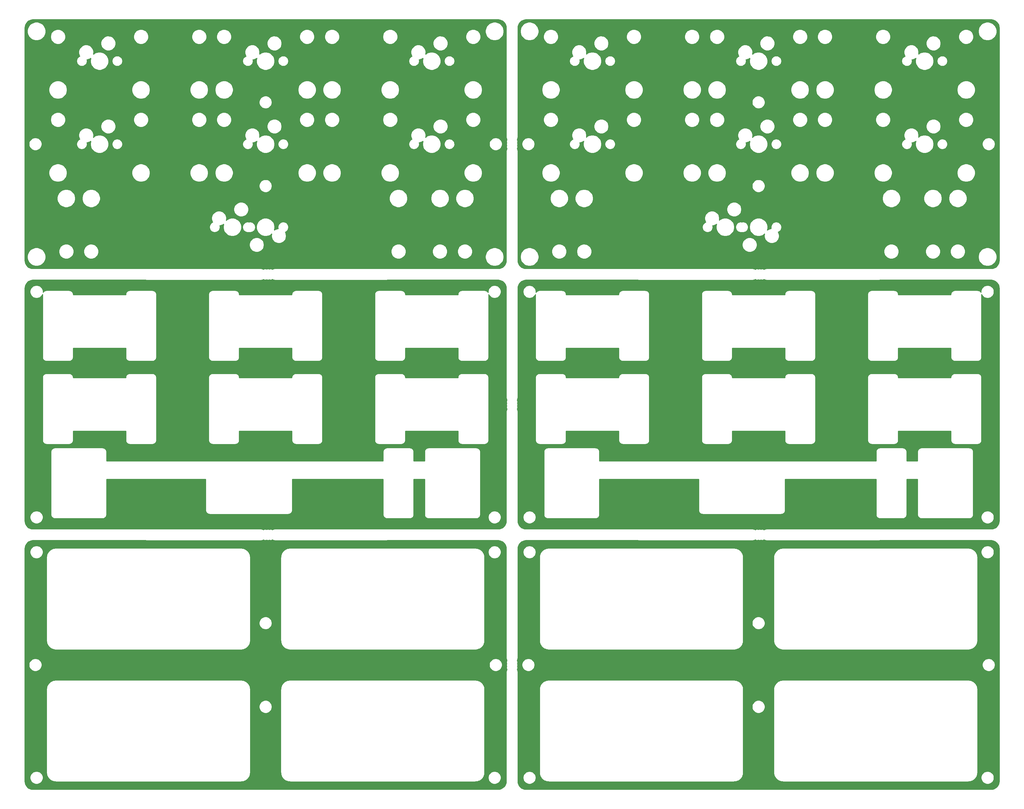
<source format=gtl>
G04 #@! TF.GenerationSoftware,KiCad,Pcbnew,(5.1.10)-1*
G04 #@! TF.CreationDate,2021-07-13T17:10:59+02:00*
G04 #@! TF.ProjectId,stab_tester,73746162-5f74-4657-9374-65722e6b6963,rev?*
G04 #@! TF.SameCoordinates,Original*
G04 #@! TF.FileFunction,Copper,L1,Top*
G04 #@! TF.FilePolarity,Positive*
%FSLAX46Y46*%
G04 Gerber Fmt 4.6, Leading zero omitted, Abs format (unit mm)*
G04 Created by KiCad (PCBNEW (5.1.10)-1) date 2021-07-13 17:10:59*
%MOMM*%
%LPD*%
G01*
G04 APERTURE LIST*
G04 #@! TA.AperFunction,NonConductor*
%ADD10C,0.254000*%
G04 #@! TD*
G04 #@! TA.AperFunction,NonConductor*
%ADD11C,0.100000*%
G04 #@! TD*
G04 APERTURE END LIST*
D10*
X109172081Y-187001794D02*
X109227393Y-187024592D01*
X109282367Y-187048154D01*
X109291170Y-187050879D01*
X109478007Y-187107288D01*
X109536687Y-187118907D01*
X109595197Y-187131344D01*
X109604362Y-187132307D01*
X109798595Y-187151352D01*
X109798603Y-187151352D01*
X109830711Y-187154508D01*
X173830779Y-187142008D01*
X174316894Y-187189672D01*
X174753499Y-187321491D01*
X175156186Y-187535602D01*
X175509613Y-187823850D01*
X175800328Y-188175263D01*
X176017243Y-188576441D01*
X176152107Y-189012115D01*
X176203002Y-189496355D01*
X176203001Y-220851920D01*
X176206248Y-220884888D01*
X176206248Y-220897869D01*
X176207211Y-220907034D01*
X176228966Y-221100983D01*
X176241398Y-221159468D01*
X176253023Y-221218178D01*
X176255748Y-221226981D01*
X176314761Y-221413011D01*
X176338339Y-221468021D01*
X176361121Y-221523296D01*
X176365504Y-221531402D01*
X176384762Y-221566431D01*
X176328724Y-221650297D01*
X176262011Y-221811357D01*
X176228001Y-221982337D01*
X176228001Y-222156667D01*
X176262011Y-222327647D01*
X176310414Y-222444502D01*
X176262011Y-222561357D01*
X176228001Y-222732337D01*
X176228001Y-222906667D01*
X176262011Y-223077647D01*
X176310414Y-223194502D01*
X176262011Y-223311357D01*
X176228001Y-223482337D01*
X176228001Y-223656667D01*
X176262011Y-223827647D01*
X176328724Y-223988707D01*
X176385167Y-224073179D01*
X176355709Y-224128581D01*
X176332910Y-224183896D01*
X176309349Y-224238868D01*
X176306624Y-224247671D01*
X176250215Y-224434507D01*
X176238595Y-224493195D01*
X176226159Y-224551698D01*
X176225196Y-224560863D01*
X176206151Y-224755097D01*
X176203001Y-224787084D01*
X176203003Y-256124712D01*
X176155332Y-256610895D01*
X176023513Y-257047502D01*
X175809404Y-257450183D01*
X175521149Y-257803618D01*
X175169743Y-258094327D01*
X174768565Y-258311242D01*
X174332887Y-258446108D01*
X173848665Y-258497002D01*
X40545290Y-258497002D01*
X40059107Y-258449331D01*
X39622500Y-258317511D01*
X39219820Y-258103403D01*
X38866386Y-257815149D01*
X38575678Y-257463744D01*
X38358760Y-257062563D01*
X38223895Y-256626885D01*
X38173002Y-256142666D01*
X38173002Y-254972730D01*
X39642055Y-254972730D01*
X39642055Y-255341274D01*
X39713954Y-255702737D01*
X39854990Y-256043227D01*
X40059742Y-256349661D01*
X40320342Y-256610261D01*
X40626776Y-256815013D01*
X40967266Y-256956049D01*
X41328729Y-257027948D01*
X41697273Y-257027948D01*
X42058736Y-256956049D01*
X42399226Y-256815013D01*
X42705660Y-256610261D01*
X42966260Y-256349661D01*
X43171012Y-256043227D01*
X43312048Y-255702737D01*
X43383947Y-255341274D01*
X43383947Y-254972730D01*
X43312048Y-254611267D01*
X43171012Y-254270777D01*
X42966260Y-253964343D01*
X42705660Y-253703743D01*
X42399226Y-253498991D01*
X42058736Y-253357955D01*
X41697273Y-253286056D01*
X41328729Y-253286056D01*
X40967266Y-253357955D01*
X40626776Y-253498991D01*
X40320342Y-253703743D01*
X40059742Y-253964343D01*
X39854990Y-254270777D01*
X39713954Y-254611267D01*
X39642055Y-254972730D01*
X38173002Y-254972730D01*
X38173002Y-229787083D01*
X44353000Y-229787083D01*
X44353001Y-253689420D01*
X44355852Y-253718365D01*
X44355765Y-253730780D01*
X44356664Y-253739952D01*
X44397464Y-254128144D01*
X44409494Y-254186750D01*
X44420701Y-254245502D01*
X44423365Y-254254324D01*
X44538789Y-254627199D01*
X44561974Y-254682354D01*
X44584378Y-254737807D01*
X44588705Y-254745944D01*
X44774356Y-255089299D01*
X44807801Y-255138883D01*
X44840561Y-255188946D01*
X44846385Y-255196087D01*
X45095192Y-255496843D01*
X45137647Y-255539002D01*
X45179491Y-255581732D01*
X45186591Y-255587606D01*
X45489076Y-255834307D01*
X45538903Y-255867411D01*
X45588258Y-255901206D01*
X45596364Y-255905589D01*
X45941006Y-256088839D01*
X45996310Y-256111633D01*
X46051294Y-256135200D01*
X46060097Y-256137925D01*
X46433769Y-256250743D01*
X46492457Y-256262363D01*
X46550960Y-256274799D01*
X46560125Y-256275762D01*
X46948594Y-256313852D01*
X46948608Y-256313852D01*
X46980581Y-256317001D01*
X100220419Y-256317001D01*
X100249373Y-256314149D01*
X100261781Y-256314236D01*
X100270952Y-256313336D01*
X100659145Y-256272535D01*
X100717708Y-256260514D01*
X100776501Y-256249299D01*
X100785323Y-256246635D01*
X101158198Y-256131211D01*
X101213353Y-256108026D01*
X101268806Y-256085622D01*
X101276943Y-256081295D01*
X101620298Y-255895644D01*
X101669849Y-255862221D01*
X101719946Y-255829439D01*
X101727087Y-255823614D01*
X102027841Y-255574807D01*
X102069981Y-255532372D01*
X102112730Y-255490509D01*
X102118604Y-255483409D01*
X102365305Y-255180924D01*
X102398409Y-255131097D01*
X102432204Y-255081742D01*
X102436587Y-255073636D01*
X102619837Y-254728994D01*
X102642631Y-254673690D01*
X102666198Y-254618706D01*
X102668923Y-254609903D01*
X102781741Y-254236231D01*
X102793361Y-254177543D01*
X102805797Y-254119040D01*
X102806760Y-254109875D01*
X102844850Y-253721406D01*
X102844850Y-253721403D01*
X102848000Y-253689420D01*
X102848000Y-234635229D01*
X105317053Y-234635229D01*
X105317053Y-235003773D01*
X105388952Y-235365236D01*
X105529988Y-235705727D01*
X105734740Y-236012160D01*
X105995341Y-236272761D01*
X106301774Y-236477513D01*
X106642265Y-236618549D01*
X107003728Y-236690448D01*
X107372272Y-236690448D01*
X107733735Y-236618549D01*
X108074226Y-236477513D01*
X108380659Y-236272761D01*
X108641260Y-236012160D01*
X108846012Y-235705727D01*
X108987048Y-235365236D01*
X109058947Y-235003773D01*
X109058947Y-234635229D01*
X108987048Y-234273766D01*
X108846012Y-233933275D01*
X108641260Y-233626842D01*
X108380659Y-233366241D01*
X108074226Y-233161489D01*
X107733735Y-233020453D01*
X107372272Y-232948554D01*
X107003728Y-232948554D01*
X106642265Y-233020453D01*
X106301774Y-233161489D01*
X105995341Y-233366241D01*
X105734740Y-233626842D01*
X105529988Y-233933275D01*
X105388952Y-234273766D01*
X105317053Y-234635229D01*
X102848000Y-234635229D01*
X102848000Y-229787084D01*
X111528000Y-229787084D01*
X111528001Y-253689421D01*
X111530852Y-253718366D01*
X111530765Y-253730781D01*
X111531664Y-253739953D01*
X111572464Y-254128145D01*
X111584494Y-254186751D01*
X111595701Y-254245503D01*
X111598365Y-254254325D01*
X111713789Y-254627200D01*
X111736974Y-254682355D01*
X111759378Y-254737808D01*
X111763705Y-254745945D01*
X111949356Y-255089300D01*
X111982801Y-255138884D01*
X112015561Y-255188947D01*
X112021385Y-255196088D01*
X112270192Y-255496844D01*
X112312647Y-255539003D01*
X112354491Y-255581733D01*
X112361591Y-255587607D01*
X112664076Y-255834308D01*
X112713903Y-255867412D01*
X112763258Y-255901207D01*
X112771364Y-255905590D01*
X113116006Y-256088840D01*
X113171310Y-256111634D01*
X113226294Y-256135201D01*
X113235097Y-256137926D01*
X113608769Y-256250744D01*
X113667457Y-256262364D01*
X113725960Y-256274800D01*
X113735125Y-256275763D01*
X114123594Y-256313853D01*
X114123608Y-256313853D01*
X114155581Y-256317002D01*
X167395419Y-256317002D01*
X167424373Y-256314150D01*
X167436781Y-256314237D01*
X167445952Y-256313337D01*
X167834145Y-256272536D01*
X167892708Y-256260515D01*
X167951501Y-256249300D01*
X167960323Y-256246636D01*
X168333198Y-256131212D01*
X168388353Y-256108027D01*
X168443806Y-256085623D01*
X168451943Y-256081296D01*
X168795298Y-255895645D01*
X168844849Y-255862222D01*
X168894946Y-255829440D01*
X168902087Y-255823615D01*
X169202841Y-255574808D01*
X169244981Y-255532373D01*
X169287730Y-255490510D01*
X169293604Y-255483410D01*
X169540305Y-255180925D01*
X169573409Y-255131098D01*
X169607204Y-255081743D01*
X169611587Y-255073637D01*
X169665240Y-254972730D01*
X170992054Y-254972730D01*
X170992054Y-255341274D01*
X171063953Y-255702737D01*
X171204989Y-256043228D01*
X171409741Y-256349661D01*
X171670342Y-256610262D01*
X171976775Y-256815014D01*
X172317266Y-256956050D01*
X172678729Y-257027949D01*
X173047273Y-257027949D01*
X173408736Y-256956050D01*
X173749227Y-256815014D01*
X174055660Y-256610262D01*
X174316261Y-256349661D01*
X174521013Y-256043228D01*
X174662049Y-255702737D01*
X174733948Y-255341274D01*
X174733948Y-254972730D01*
X174662049Y-254611267D01*
X174521013Y-254270776D01*
X174316261Y-253964343D01*
X174055660Y-253703742D01*
X173749227Y-253498990D01*
X173408736Y-253357954D01*
X173047273Y-253286055D01*
X172678729Y-253286055D01*
X172317266Y-253357954D01*
X171976775Y-253498990D01*
X171670342Y-253703742D01*
X171409741Y-253964343D01*
X171204989Y-254270776D01*
X171063953Y-254611267D01*
X170992054Y-254972730D01*
X169665240Y-254972730D01*
X169794837Y-254728995D01*
X169817631Y-254673691D01*
X169841198Y-254618707D01*
X169843923Y-254609904D01*
X169956741Y-254236232D01*
X169968361Y-254177544D01*
X169980797Y-254119041D01*
X169981760Y-254109876D01*
X170019850Y-253721407D01*
X170019850Y-253721404D01*
X170023000Y-253689421D01*
X170023000Y-229787083D01*
X170020148Y-229758129D01*
X170020235Y-229745721D01*
X170019335Y-229736549D01*
X169978534Y-229348357D01*
X169966514Y-229289801D01*
X169955298Y-229231000D01*
X169952634Y-229222179D01*
X169837210Y-228849304D01*
X169814025Y-228794149D01*
X169791621Y-228738696D01*
X169787294Y-228730560D01*
X169787294Y-228730559D01*
X169787291Y-228730555D01*
X169601643Y-228387204D01*
X169568187Y-228337603D01*
X169535437Y-228287556D01*
X169529613Y-228280415D01*
X169280806Y-227979660D01*
X169238371Y-227937521D01*
X169196508Y-227894771D01*
X169189407Y-227888898D01*
X168886923Y-227642197D01*
X168837107Y-227609100D01*
X168787741Y-227575297D01*
X168779635Y-227570915D01*
X168434993Y-227387665D01*
X168379687Y-227364870D01*
X168324704Y-227341304D01*
X168315901Y-227338579D01*
X167942230Y-227225761D01*
X167883542Y-227214141D01*
X167825039Y-227201705D01*
X167815874Y-227200742D01*
X167427405Y-227162652D01*
X167427402Y-227162652D01*
X167395419Y-227159502D01*
X114155581Y-227159502D01*
X114126627Y-227162354D01*
X114114219Y-227162267D01*
X114105047Y-227163167D01*
X113716855Y-227203968D01*
X113658299Y-227215988D01*
X113599498Y-227227204D01*
X113590677Y-227229868D01*
X113217802Y-227345292D01*
X113162647Y-227368477D01*
X113107194Y-227390881D01*
X113099062Y-227395206D01*
X113099057Y-227395208D01*
X113099053Y-227395211D01*
X112755702Y-227580859D01*
X112706101Y-227614315D01*
X112656054Y-227647065D01*
X112648913Y-227652889D01*
X112348158Y-227901696D01*
X112306019Y-227944131D01*
X112263269Y-227985994D01*
X112257396Y-227993095D01*
X112010695Y-228295579D01*
X111977598Y-228345395D01*
X111943795Y-228394761D01*
X111939413Y-228402867D01*
X111756163Y-228747509D01*
X111733368Y-228802815D01*
X111709802Y-228857798D01*
X111707077Y-228866601D01*
X111594259Y-229240272D01*
X111582639Y-229298960D01*
X111570203Y-229357463D01*
X111569240Y-229366628D01*
X111531150Y-229755097D01*
X111528000Y-229787084D01*
X102848000Y-229787084D01*
X102848000Y-229787082D01*
X102845148Y-229758128D01*
X102845235Y-229745720D01*
X102844335Y-229736548D01*
X102803534Y-229348356D01*
X102791514Y-229289800D01*
X102780298Y-229230999D01*
X102777634Y-229222178D01*
X102662210Y-228849303D01*
X102639025Y-228794148D01*
X102616621Y-228738695D01*
X102612294Y-228730559D01*
X102612294Y-228730558D01*
X102612291Y-228730554D01*
X102426643Y-228387203D01*
X102393187Y-228337602D01*
X102360437Y-228287555D01*
X102354613Y-228280414D01*
X102105806Y-227979659D01*
X102063371Y-227937520D01*
X102021508Y-227894770D01*
X102014407Y-227888897D01*
X101711923Y-227642196D01*
X101662107Y-227609099D01*
X101612741Y-227575296D01*
X101604635Y-227570914D01*
X101259993Y-227387664D01*
X101204687Y-227364869D01*
X101149704Y-227341303D01*
X101140901Y-227338578D01*
X100767230Y-227225760D01*
X100708542Y-227214140D01*
X100650039Y-227201704D01*
X100640874Y-227200741D01*
X100252405Y-227162651D01*
X100252402Y-227162651D01*
X100220419Y-227159501D01*
X46980581Y-227159501D01*
X46951627Y-227162353D01*
X46939219Y-227162266D01*
X46930047Y-227163166D01*
X46541855Y-227203967D01*
X46483299Y-227215987D01*
X46424498Y-227227203D01*
X46415677Y-227229867D01*
X46042802Y-227345291D01*
X45987647Y-227368476D01*
X45932194Y-227390880D01*
X45924062Y-227395205D01*
X45924057Y-227395207D01*
X45924056Y-227395208D01*
X45580702Y-227580858D01*
X45531101Y-227614314D01*
X45481054Y-227647064D01*
X45473913Y-227652888D01*
X45173158Y-227901695D01*
X45131019Y-227944130D01*
X45088269Y-227985993D01*
X45082396Y-227993094D01*
X44835695Y-228295578D01*
X44802598Y-228345394D01*
X44768795Y-228394760D01*
X44764413Y-228402866D01*
X44581163Y-228747508D01*
X44558368Y-228802814D01*
X44534802Y-228857797D01*
X44532077Y-228866600D01*
X44419259Y-229240271D01*
X44407639Y-229298959D01*
X44395203Y-229357462D01*
X44394240Y-229366627D01*
X44356150Y-229755096D01*
X44353000Y-229787083D01*
X38173002Y-229787083D01*
X38173001Y-222635229D01*
X39317053Y-222635229D01*
X39317053Y-223003773D01*
X39388952Y-223365236D01*
X39529988Y-223705727D01*
X39734740Y-224012160D01*
X39995341Y-224272761D01*
X40301774Y-224477513D01*
X40642265Y-224618549D01*
X41003728Y-224690448D01*
X41372272Y-224690448D01*
X41733735Y-224618549D01*
X42074226Y-224477513D01*
X42380659Y-224272761D01*
X42641260Y-224012160D01*
X42846012Y-223705727D01*
X42987048Y-223365236D01*
X43058947Y-223003773D01*
X43058947Y-222635230D01*
X171317053Y-222635230D01*
X171317053Y-223003774D01*
X171388952Y-223365237D01*
X171529988Y-223705728D01*
X171734740Y-224012161D01*
X171995341Y-224272762D01*
X172301774Y-224477514D01*
X172642265Y-224618550D01*
X173003728Y-224690449D01*
X173372272Y-224690449D01*
X173733735Y-224618550D01*
X174074226Y-224477514D01*
X174380659Y-224272762D01*
X174641260Y-224012161D01*
X174846012Y-223705728D01*
X174987048Y-223365237D01*
X175058947Y-223003774D01*
X175058947Y-222635230D01*
X174987048Y-222273767D01*
X174846012Y-221933276D01*
X174641260Y-221626843D01*
X174380659Y-221366242D01*
X174074226Y-221161490D01*
X173733735Y-221020454D01*
X173372272Y-220948555D01*
X173003728Y-220948555D01*
X172642265Y-221020454D01*
X172301774Y-221161490D01*
X171995341Y-221366242D01*
X171734740Y-221626843D01*
X171529988Y-221933276D01*
X171388952Y-222273767D01*
X171317053Y-222635230D01*
X43058947Y-222635230D01*
X43058947Y-222635229D01*
X42987048Y-222273766D01*
X42846012Y-221933275D01*
X42641260Y-221626842D01*
X42380659Y-221366241D01*
X42074226Y-221161489D01*
X41733735Y-221020453D01*
X41372272Y-220948554D01*
X41003728Y-220948554D01*
X40642265Y-221020453D01*
X40301774Y-221161489D01*
X39995341Y-221366241D01*
X39734740Y-221626842D01*
X39529988Y-221933275D01*
X39388952Y-222273766D01*
X39317053Y-222635229D01*
X38173001Y-222635229D01*
X38173001Y-190297729D01*
X39642054Y-190297729D01*
X39642054Y-190666273D01*
X39713953Y-191027736D01*
X39854989Y-191368226D01*
X40059741Y-191674660D01*
X40320341Y-191935260D01*
X40626775Y-192140012D01*
X40967265Y-192281048D01*
X41328728Y-192352947D01*
X41697272Y-192352947D01*
X42058735Y-192281048D01*
X42399225Y-192140012D01*
X42684223Y-191949583D01*
X44353000Y-191949583D01*
X44353001Y-215851920D01*
X44355852Y-215880865D01*
X44355765Y-215893280D01*
X44356664Y-215902452D01*
X44397464Y-216290644D01*
X44409494Y-216349250D01*
X44420701Y-216408002D01*
X44423365Y-216416824D01*
X44538789Y-216789699D01*
X44561974Y-216844854D01*
X44584378Y-216900307D01*
X44588705Y-216908444D01*
X44774356Y-217251799D01*
X44807801Y-217301383D01*
X44840561Y-217351446D01*
X44846385Y-217358587D01*
X45095192Y-217659343D01*
X45137647Y-217701502D01*
X45179491Y-217744232D01*
X45186591Y-217750106D01*
X45489076Y-217996807D01*
X45538903Y-218029911D01*
X45588258Y-218063706D01*
X45596364Y-218068089D01*
X45941006Y-218251339D01*
X45996310Y-218274133D01*
X46051294Y-218297700D01*
X46060097Y-218300425D01*
X46433769Y-218413243D01*
X46492457Y-218424863D01*
X46550960Y-218437299D01*
X46560125Y-218438262D01*
X46948594Y-218476352D01*
X46948608Y-218476352D01*
X46980581Y-218479501D01*
X100220419Y-218479501D01*
X100249373Y-218476649D01*
X100261781Y-218476736D01*
X100270952Y-218475836D01*
X100659145Y-218435035D01*
X100717708Y-218423014D01*
X100776501Y-218411799D01*
X100785323Y-218409135D01*
X101158198Y-218293711D01*
X101213353Y-218270526D01*
X101268806Y-218248122D01*
X101276943Y-218243795D01*
X101620298Y-218058144D01*
X101669849Y-218024721D01*
X101719946Y-217991939D01*
X101727087Y-217986114D01*
X102027841Y-217737307D01*
X102069981Y-217694872D01*
X102112730Y-217653009D01*
X102118604Y-217645909D01*
X102365305Y-217343424D01*
X102398409Y-217293597D01*
X102432204Y-217244242D01*
X102436587Y-217236136D01*
X102619837Y-216891494D01*
X102642631Y-216836190D01*
X102666198Y-216781206D01*
X102668923Y-216772403D01*
X102781741Y-216398731D01*
X102793361Y-216340043D01*
X102805797Y-216281540D01*
X102806760Y-216272375D01*
X102844850Y-215883906D01*
X102844850Y-215883903D01*
X102848000Y-215851920D01*
X102848000Y-210635229D01*
X105317053Y-210635229D01*
X105317053Y-211003773D01*
X105388952Y-211365236D01*
X105529988Y-211705727D01*
X105734740Y-212012160D01*
X105995341Y-212272761D01*
X106301774Y-212477513D01*
X106642265Y-212618549D01*
X107003728Y-212690448D01*
X107372272Y-212690448D01*
X107733735Y-212618549D01*
X108074226Y-212477513D01*
X108380659Y-212272761D01*
X108641260Y-212012160D01*
X108846012Y-211705727D01*
X108987048Y-211365236D01*
X109058947Y-211003773D01*
X109058947Y-210635229D01*
X108987048Y-210273766D01*
X108846012Y-209933275D01*
X108641260Y-209626842D01*
X108380659Y-209366241D01*
X108074226Y-209161489D01*
X107733735Y-209020453D01*
X107372272Y-208948554D01*
X107003728Y-208948554D01*
X106642265Y-209020453D01*
X106301774Y-209161489D01*
X105995341Y-209366241D01*
X105734740Y-209626842D01*
X105529988Y-209933275D01*
X105388952Y-210273766D01*
X105317053Y-210635229D01*
X102848000Y-210635229D01*
X102848000Y-191949583D01*
X111528000Y-191949583D01*
X111528001Y-215851920D01*
X111530852Y-215880865D01*
X111530765Y-215893280D01*
X111531664Y-215902452D01*
X111572464Y-216290644D01*
X111584494Y-216349250D01*
X111595701Y-216408002D01*
X111598365Y-216416824D01*
X111713789Y-216789699D01*
X111736974Y-216844854D01*
X111759378Y-216900307D01*
X111763705Y-216908444D01*
X111949356Y-217251799D01*
X111982801Y-217301383D01*
X112015561Y-217351446D01*
X112021385Y-217358587D01*
X112270192Y-217659343D01*
X112312647Y-217701502D01*
X112354491Y-217744232D01*
X112361591Y-217750106D01*
X112664076Y-217996807D01*
X112713903Y-218029911D01*
X112763258Y-218063706D01*
X112771364Y-218068089D01*
X113116006Y-218251339D01*
X113171310Y-218274133D01*
X113226294Y-218297700D01*
X113235097Y-218300425D01*
X113608769Y-218413243D01*
X113667457Y-218424863D01*
X113725960Y-218437299D01*
X113735125Y-218438262D01*
X114123594Y-218476352D01*
X114123608Y-218476352D01*
X114155581Y-218479501D01*
X167395419Y-218479501D01*
X167424373Y-218476649D01*
X167436781Y-218476736D01*
X167445952Y-218475836D01*
X167834145Y-218435035D01*
X167892708Y-218423014D01*
X167951501Y-218411799D01*
X167960323Y-218409135D01*
X168333198Y-218293711D01*
X168388353Y-218270526D01*
X168443806Y-218248122D01*
X168451943Y-218243795D01*
X168795298Y-218058144D01*
X168844849Y-218024721D01*
X168894946Y-217991939D01*
X168902087Y-217986114D01*
X169202841Y-217737307D01*
X169244981Y-217694872D01*
X169287730Y-217653009D01*
X169293604Y-217645909D01*
X169540305Y-217343424D01*
X169573409Y-217293597D01*
X169607204Y-217244242D01*
X169611587Y-217236136D01*
X169794837Y-216891494D01*
X169817631Y-216836190D01*
X169841198Y-216781206D01*
X169843923Y-216772403D01*
X169956741Y-216398731D01*
X169968361Y-216340043D01*
X169980797Y-216281540D01*
X169981760Y-216272375D01*
X170019850Y-215883906D01*
X170019850Y-215883903D01*
X170023000Y-215851920D01*
X170023000Y-191949582D01*
X170020148Y-191920628D01*
X170020235Y-191908220D01*
X170019335Y-191899048D01*
X169978534Y-191510856D01*
X169966514Y-191452300D01*
X169955298Y-191393499D01*
X169952634Y-191384678D01*
X169837210Y-191011803D01*
X169814025Y-190956648D01*
X169791621Y-190901195D01*
X169787294Y-190893059D01*
X169787294Y-190893058D01*
X169787291Y-190893054D01*
X169601643Y-190549703D01*
X169568187Y-190500102D01*
X169535437Y-190450055D01*
X169529613Y-190442914D01*
X169409506Y-190297729D01*
X170992054Y-190297729D01*
X170992054Y-190666273D01*
X171063953Y-191027736D01*
X171204989Y-191368227D01*
X171409741Y-191674660D01*
X171670342Y-191935261D01*
X171976775Y-192140013D01*
X172317266Y-192281049D01*
X172678729Y-192352948D01*
X173047273Y-192352948D01*
X173408736Y-192281049D01*
X173749227Y-192140013D01*
X174055660Y-191935261D01*
X174316261Y-191674660D01*
X174521013Y-191368227D01*
X174662049Y-191027736D01*
X174733948Y-190666273D01*
X174733948Y-190297729D01*
X174662049Y-189936266D01*
X174521013Y-189595775D01*
X174316261Y-189289342D01*
X174055660Y-189028741D01*
X173749227Y-188823989D01*
X173408736Y-188682953D01*
X173047273Y-188611054D01*
X172678729Y-188611054D01*
X172317266Y-188682953D01*
X171976775Y-188823989D01*
X171670342Y-189028741D01*
X171409741Y-189289342D01*
X171204989Y-189595775D01*
X171063953Y-189936266D01*
X170992054Y-190297729D01*
X169409506Y-190297729D01*
X169280806Y-190142159D01*
X169238371Y-190100020D01*
X169196508Y-190057270D01*
X169189407Y-190051397D01*
X168886923Y-189804696D01*
X168837107Y-189771599D01*
X168787741Y-189737796D01*
X168779635Y-189733414D01*
X168434993Y-189550164D01*
X168379687Y-189527369D01*
X168324704Y-189503803D01*
X168315901Y-189501078D01*
X167942230Y-189388260D01*
X167883542Y-189376640D01*
X167825039Y-189364204D01*
X167815874Y-189363241D01*
X167427405Y-189325151D01*
X167427402Y-189325151D01*
X167395419Y-189322001D01*
X114155581Y-189322001D01*
X114126627Y-189324853D01*
X114114219Y-189324766D01*
X114105047Y-189325666D01*
X113716855Y-189366467D01*
X113658299Y-189378487D01*
X113599498Y-189389703D01*
X113590677Y-189392367D01*
X113217802Y-189507791D01*
X113162647Y-189530976D01*
X113107194Y-189553380D01*
X113099062Y-189557705D01*
X113099057Y-189557707D01*
X113099053Y-189557710D01*
X112755702Y-189743358D01*
X112706101Y-189776814D01*
X112656054Y-189809564D01*
X112648913Y-189815388D01*
X112348158Y-190064195D01*
X112306019Y-190106630D01*
X112263269Y-190148493D01*
X112257396Y-190155594D01*
X112010695Y-190458078D01*
X111977598Y-190507894D01*
X111943795Y-190557260D01*
X111939413Y-190565366D01*
X111756163Y-190910008D01*
X111733368Y-190965314D01*
X111709802Y-191020297D01*
X111707077Y-191029100D01*
X111594259Y-191402771D01*
X111582639Y-191461459D01*
X111570203Y-191519962D01*
X111569240Y-191529127D01*
X111531150Y-191917596D01*
X111528000Y-191949583D01*
X102848000Y-191949583D01*
X102848000Y-191949582D01*
X102845148Y-191920628D01*
X102845235Y-191908220D01*
X102844335Y-191899048D01*
X102803534Y-191510856D01*
X102791514Y-191452300D01*
X102780298Y-191393499D01*
X102777634Y-191384678D01*
X102662210Y-191011803D01*
X102639025Y-190956648D01*
X102616621Y-190901195D01*
X102612294Y-190893059D01*
X102612294Y-190893058D01*
X102612291Y-190893054D01*
X102426643Y-190549703D01*
X102393187Y-190500102D01*
X102360437Y-190450055D01*
X102354613Y-190442914D01*
X102105806Y-190142159D01*
X102063371Y-190100020D01*
X102021508Y-190057270D01*
X102014407Y-190051397D01*
X101711923Y-189804696D01*
X101662107Y-189771599D01*
X101612741Y-189737796D01*
X101604635Y-189733414D01*
X101259993Y-189550164D01*
X101204687Y-189527369D01*
X101149704Y-189503803D01*
X101140901Y-189501078D01*
X100767230Y-189388260D01*
X100708542Y-189376640D01*
X100650039Y-189364204D01*
X100640874Y-189363241D01*
X100252405Y-189325151D01*
X100252402Y-189325151D01*
X100220419Y-189322001D01*
X46980581Y-189322001D01*
X46951627Y-189324853D01*
X46939219Y-189324766D01*
X46930047Y-189325666D01*
X46541855Y-189366467D01*
X46483299Y-189378487D01*
X46424498Y-189389703D01*
X46415677Y-189392367D01*
X46042802Y-189507791D01*
X45987647Y-189530976D01*
X45932194Y-189553380D01*
X45924062Y-189557705D01*
X45924057Y-189557707D01*
X45924053Y-189557710D01*
X45580702Y-189743358D01*
X45531101Y-189776814D01*
X45481054Y-189809564D01*
X45473913Y-189815388D01*
X45173158Y-190064195D01*
X45131019Y-190106630D01*
X45088269Y-190148493D01*
X45082396Y-190155594D01*
X44835695Y-190458078D01*
X44802598Y-190507894D01*
X44768795Y-190557260D01*
X44764413Y-190565366D01*
X44581163Y-190910008D01*
X44558368Y-190965314D01*
X44534802Y-191020297D01*
X44532077Y-191029100D01*
X44419259Y-191402771D01*
X44407639Y-191461459D01*
X44395203Y-191519962D01*
X44394240Y-191529127D01*
X44356150Y-191917596D01*
X44353000Y-191949583D01*
X42684223Y-191949583D01*
X42705659Y-191935260D01*
X42966259Y-191674660D01*
X43171011Y-191368226D01*
X43312047Y-191027736D01*
X43383946Y-190666273D01*
X43383946Y-190297729D01*
X43312047Y-189936266D01*
X43171011Y-189595776D01*
X42966259Y-189289342D01*
X42705659Y-189028742D01*
X42399225Y-188823990D01*
X42058735Y-188682954D01*
X41697272Y-188611055D01*
X41328728Y-188611055D01*
X40967265Y-188682954D01*
X40626775Y-188823990D01*
X40320341Y-189028742D01*
X40059741Y-189289342D01*
X39854989Y-189595776D01*
X39713953Y-189936266D01*
X39642054Y-190297729D01*
X38173001Y-190297729D01*
X38173000Y-189514291D01*
X38220671Y-189028109D01*
X38352490Y-188591504D01*
X38566601Y-188188817D01*
X38854849Y-187835390D01*
X39206262Y-187544675D01*
X39607440Y-187327760D01*
X40043114Y-187192896D01*
X40527326Y-187142004D01*
X105895293Y-187154508D01*
X105928385Y-187151255D01*
X105941368Y-187151255D01*
X105950533Y-187150292D01*
X106144482Y-187128537D01*
X106202967Y-187116105D01*
X106261677Y-187104480D01*
X106270480Y-187101755D01*
X106456510Y-187042742D01*
X106511520Y-187019164D01*
X106566795Y-186996382D01*
X106574901Y-186991999D01*
X106609930Y-186972741D01*
X106693796Y-187028779D01*
X106854856Y-187095492D01*
X107025836Y-187129502D01*
X107200166Y-187129502D01*
X107371146Y-187095492D01*
X107488001Y-187047089D01*
X107604856Y-187095492D01*
X107775836Y-187129502D01*
X107950166Y-187129502D01*
X108121146Y-187095492D01*
X108238001Y-187047089D01*
X108354856Y-187095492D01*
X108525836Y-187129502D01*
X108700166Y-187129502D01*
X108871146Y-187095492D01*
X109032206Y-187028779D01*
X109116678Y-186972336D01*
X109172081Y-187001794D01*
G04 #@! TA.AperFunction,NonConductor*
D11*
G36*
X109172081Y-187001794D02*
G01*
X109227393Y-187024592D01*
X109282367Y-187048154D01*
X109291170Y-187050879D01*
X109478007Y-187107288D01*
X109536687Y-187118907D01*
X109595197Y-187131344D01*
X109604362Y-187132307D01*
X109798595Y-187151352D01*
X109798603Y-187151352D01*
X109830711Y-187154508D01*
X173830779Y-187142008D01*
X174316894Y-187189672D01*
X174753499Y-187321491D01*
X175156186Y-187535602D01*
X175509613Y-187823850D01*
X175800328Y-188175263D01*
X176017243Y-188576441D01*
X176152107Y-189012115D01*
X176203002Y-189496355D01*
X176203001Y-220851920D01*
X176206248Y-220884888D01*
X176206248Y-220897869D01*
X176207211Y-220907034D01*
X176228966Y-221100983D01*
X176241398Y-221159468D01*
X176253023Y-221218178D01*
X176255748Y-221226981D01*
X176314761Y-221413011D01*
X176338339Y-221468021D01*
X176361121Y-221523296D01*
X176365504Y-221531402D01*
X176384762Y-221566431D01*
X176328724Y-221650297D01*
X176262011Y-221811357D01*
X176228001Y-221982337D01*
X176228001Y-222156667D01*
X176262011Y-222327647D01*
X176310414Y-222444502D01*
X176262011Y-222561357D01*
X176228001Y-222732337D01*
X176228001Y-222906667D01*
X176262011Y-223077647D01*
X176310414Y-223194502D01*
X176262011Y-223311357D01*
X176228001Y-223482337D01*
X176228001Y-223656667D01*
X176262011Y-223827647D01*
X176328724Y-223988707D01*
X176385167Y-224073179D01*
X176355709Y-224128581D01*
X176332910Y-224183896D01*
X176309349Y-224238868D01*
X176306624Y-224247671D01*
X176250215Y-224434507D01*
X176238595Y-224493195D01*
X176226159Y-224551698D01*
X176225196Y-224560863D01*
X176206151Y-224755097D01*
X176203001Y-224787084D01*
X176203003Y-256124712D01*
X176155332Y-256610895D01*
X176023513Y-257047502D01*
X175809404Y-257450183D01*
X175521149Y-257803618D01*
X175169743Y-258094327D01*
X174768565Y-258311242D01*
X174332887Y-258446108D01*
X173848665Y-258497002D01*
X40545290Y-258497002D01*
X40059107Y-258449331D01*
X39622500Y-258317511D01*
X39219820Y-258103403D01*
X38866386Y-257815149D01*
X38575678Y-257463744D01*
X38358760Y-257062563D01*
X38223895Y-256626885D01*
X38173002Y-256142666D01*
X38173002Y-254972730D01*
X39642055Y-254972730D01*
X39642055Y-255341274D01*
X39713954Y-255702737D01*
X39854990Y-256043227D01*
X40059742Y-256349661D01*
X40320342Y-256610261D01*
X40626776Y-256815013D01*
X40967266Y-256956049D01*
X41328729Y-257027948D01*
X41697273Y-257027948D01*
X42058736Y-256956049D01*
X42399226Y-256815013D01*
X42705660Y-256610261D01*
X42966260Y-256349661D01*
X43171012Y-256043227D01*
X43312048Y-255702737D01*
X43383947Y-255341274D01*
X43383947Y-254972730D01*
X43312048Y-254611267D01*
X43171012Y-254270777D01*
X42966260Y-253964343D01*
X42705660Y-253703743D01*
X42399226Y-253498991D01*
X42058736Y-253357955D01*
X41697273Y-253286056D01*
X41328729Y-253286056D01*
X40967266Y-253357955D01*
X40626776Y-253498991D01*
X40320342Y-253703743D01*
X40059742Y-253964343D01*
X39854990Y-254270777D01*
X39713954Y-254611267D01*
X39642055Y-254972730D01*
X38173002Y-254972730D01*
X38173002Y-229787083D01*
X44353000Y-229787083D01*
X44353001Y-253689420D01*
X44355852Y-253718365D01*
X44355765Y-253730780D01*
X44356664Y-253739952D01*
X44397464Y-254128144D01*
X44409494Y-254186750D01*
X44420701Y-254245502D01*
X44423365Y-254254324D01*
X44538789Y-254627199D01*
X44561974Y-254682354D01*
X44584378Y-254737807D01*
X44588705Y-254745944D01*
X44774356Y-255089299D01*
X44807801Y-255138883D01*
X44840561Y-255188946D01*
X44846385Y-255196087D01*
X45095192Y-255496843D01*
X45137647Y-255539002D01*
X45179491Y-255581732D01*
X45186591Y-255587606D01*
X45489076Y-255834307D01*
X45538903Y-255867411D01*
X45588258Y-255901206D01*
X45596364Y-255905589D01*
X45941006Y-256088839D01*
X45996310Y-256111633D01*
X46051294Y-256135200D01*
X46060097Y-256137925D01*
X46433769Y-256250743D01*
X46492457Y-256262363D01*
X46550960Y-256274799D01*
X46560125Y-256275762D01*
X46948594Y-256313852D01*
X46948608Y-256313852D01*
X46980581Y-256317001D01*
X100220419Y-256317001D01*
X100249373Y-256314149D01*
X100261781Y-256314236D01*
X100270952Y-256313336D01*
X100659145Y-256272535D01*
X100717708Y-256260514D01*
X100776501Y-256249299D01*
X100785323Y-256246635D01*
X101158198Y-256131211D01*
X101213353Y-256108026D01*
X101268806Y-256085622D01*
X101276943Y-256081295D01*
X101620298Y-255895644D01*
X101669849Y-255862221D01*
X101719946Y-255829439D01*
X101727087Y-255823614D01*
X102027841Y-255574807D01*
X102069981Y-255532372D01*
X102112730Y-255490509D01*
X102118604Y-255483409D01*
X102365305Y-255180924D01*
X102398409Y-255131097D01*
X102432204Y-255081742D01*
X102436587Y-255073636D01*
X102619837Y-254728994D01*
X102642631Y-254673690D01*
X102666198Y-254618706D01*
X102668923Y-254609903D01*
X102781741Y-254236231D01*
X102793361Y-254177543D01*
X102805797Y-254119040D01*
X102806760Y-254109875D01*
X102844850Y-253721406D01*
X102844850Y-253721403D01*
X102848000Y-253689420D01*
X102848000Y-234635229D01*
X105317053Y-234635229D01*
X105317053Y-235003773D01*
X105388952Y-235365236D01*
X105529988Y-235705727D01*
X105734740Y-236012160D01*
X105995341Y-236272761D01*
X106301774Y-236477513D01*
X106642265Y-236618549D01*
X107003728Y-236690448D01*
X107372272Y-236690448D01*
X107733735Y-236618549D01*
X108074226Y-236477513D01*
X108380659Y-236272761D01*
X108641260Y-236012160D01*
X108846012Y-235705727D01*
X108987048Y-235365236D01*
X109058947Y-235003773D01*
X109058947Y-234635229D01*
X108987048Y-234273766D01*
X108846012Y-233933275D01*
X108641260Y-233626842D01*
X108380659Y-233366241D01*
X108074226Y-233161489D01*
X107733735Y-233020453D01*
X107372272Y-232948554D01*
X107003728Y-232948554D01*
X106642265Y-233020453D01*
X106301774Y-233161489D01*
X105995341Y-233366241D01*
X105734740Y-233626842D01*
X105529988Y-233933275D01*
X105388952Y-234273766D01*
X105317053Y-234635229D01*
X102848000Y-234635229D01*
X102848000Y-229787084D01*
X111528000Y-229787084D01*
X111528001Y-253689421D01*
X111530852Y-253718366D01*
X111530765Y-253730781D01*
X111531664Y-253739953D01*
X111572464Y-254128145D01*
X111584494Y-254186751D01*
X111595701Y-254245503D01*
X111598365Y-254254325D01*
X111713789Y-254627200D01*
X111736974Y-254682355D01*
X111759378Y-254737808D01*
X111763705Y-254745945D01*
X111949356Y-255089300D01*
X111982801Y-255138884D01*
X112015561Y-255188947D01*
X112021385Y-255196088D01*
X112270192Y-255496844D01*
X112312647Y-255539003D01*
X112354491Y-255581733D01*
X112361591Y-255587607D01*
X112664076Y-255834308D01*
X112713903Y-255867412D01*
X112763258Y-255901207D01*
X112771364Y-255905590D01*
X113116006Y-256088840D01*
X113171310Y-256111634D01*
X113226294Y-256135201D01*
X113235097Y-256137926D01*
X113608769Y-256250744D01*
X113667457Y-256262364D01*
X113725960Y-256274800D01*
X113735125Y-256275763D01*
X114123594Y-256313853D01*
X114123608Y-256313853D01*
X114155581Y-256317002D01*
X167395419Y-256317002D01*
X167424373Y-256314150D01*
X167436781Y-256314237D01*
X167445952Y-256313337D01*
X167834145Y-256272536D01*
X167892708Y-256260515D01*
X167951501Y-256249300D01*
X167960323Y-256246636D01*
X168333198Y-256131212D01*
X168388353Y-256108027D01*
X168443806Y-256085623D01*
X168451943Y-256081296D01*
X168795298Y-255895645D01*
X168844849Y-255862222D01*
X168894946Y-255829440D01*
X168902087Y-255823615D01*
X169202841Y-255574808D01*
X169244981Y-255532373D01*
X169287730Y-255490510D01*
X169293604Y-255483410D01*
X169540305Y-255180925D01*
X169573409Y-255131098D01*
X169607204Y-255081743D01*
X169611587Y-255073637D01*
X169665240Y-254972730D01*
X170992054Y-254972730D01*
X170992054Y-255341274D01*
X171063953Y-255702737D01*
X171204989Y-256043228D01*
X171409741Y-256349661D01*
X171670342Y-256610262D01*
X171976775Y-256815014D01*
X172317266Y-256956050D01*
X172678729Y-257027949D01*
X173047273Y-257027949D01*
X173408736Y-256956050D01*
X173749227Y-256815014D01*
X174055660Y-256610262D01*
X174316261Y-256349661D01*
X174521013Y-256043228D01*
X174662049Y-255702737D01*
X174733948Y-255341274D01*
X174733948Y-254972730D01*
X174662049Y-254611267D01*
X174521013Y-254270776D01*
X174316261Y-253964343D01*
X174055660Y-253703742D01*
X173749227Y-253498990D01*
X173408736Y-253357954D01*
X173047273Y-253286055D01*
X172678729Y-253286055D01*
X172317266Y-253357954D01*
X171976775Y-253498990D01*
X171670342Y-253703742D01*
X171409741Y-253964343D01*
X171204989Y-254270776D01*
X171063953Y-254611267D01*
X170992054Y-254972730D01*
X169665240Y-254972730D01*
X169794837Y-254728995D01*
X169817631Y-254673691D01*
X169841198Y-254618707D01*
X169843923Y-254609904D01*
X169956741Y-254236232D01*
X169968361Y-254177544D01*
X169980797Y-254119041D01*
X169981760Y-254109876D01*
X170019850Y-253721407D01*
X170019850Y-253721404D01*
X170023000Y-253689421D01*
X170023000Y-229787083D01*
X170020148Y-229758129D01*
X170020235Y-229745721D01*
X170019335Y-229736549D01*
X169978534Y-229348357D01*
X169966514Y-229289801D01*
X169955298Y-229231000D01*
X169952634Y-229222179D01*
X169837210Y-228849304D01*
X169814025Y-228794149D01*
X169791621Y-228738696D01*
X169787294Y-228730560D01*
X169787294Y-228730559D01*
X169787291Y-228730555D01*
X169601643Y-228387204D01*
X169568187Y-228337603D01*
X169535437Y-228287556D01*
X169529613Y-228280415D01*
X169280806Y-227979660D01*
X169238371Y-227937521D01*
X169196508Y-227894771D01*
X169189407Y-227888898D01*
X168886923Y-227642197D01*
X168837107Y-227609100D01*
X168787741Y-227575297D01*
X168779635Y-227570915D01*
X168434993Y-227387665D01*
X168379687Y-227364870D01*
X168324704Y-227341304D01*
X168315901Y-227338579D01*
X167942230Y-227225761D01*
X167883542Y-227214141D01*
X167825039Y-227201705D01*
X167815874Y-227200742D01*
X167427405Y-227162652D01*
X167427402Y-227162652D01*
X167395419Y-227159502D01*
X114155581Y-227159502D01*
X114126627Y-227162354D01*
X114114219Y-227162267D01*
X114105047Y-227163167D01*
X113716855Y-227203968D01*
X113658299Y-227215988D01*
X113599498Y-227227204D01*
X113590677Y-227229868D01*
X113217802Y-227345292D01*
X113162647Y-227368477D01*
X113107194Y-227390881D01*
X113099062Y-227395206D01*
X113099057Y-227395208D01*
X113099053Y-227395211D01*
X112755702Y-227580859D01*
X112706101Y-227614315D01*
X112656054Y-227647065D01*
X112648913Y-227652889D01*
X112348158Y-227901696D01*
X112306019Y-227944131D01*
X112263269Y-227985994D01*
X112257396Y-227993095D01*
X112010695Y-228295579D01*
X111977598Y-228345395D01*
X111943795Y-228394761D01*
X111939413Y-228402867D01*
X111756163Y-228747509D01*
X111733368Y-228802815D01*
X111709802Y-228857798D01*
X111707077Y-228866601D01*
X111594259Y-229240272D01*
X111582639Y-229298960D01*
X111570203Y-229357463D01*
X111569240Y-229366628D01*
X111531150Y-229755097D01*
X111528000Y-229787084D01*
X102848000Y-229787084D01*
X102848000Y-229787082D01*
X102845148Y-229758128D01*
X102845235Y-229745720D01*
X102844335Y-229736548D01*
X102803534Y-229348356D01*
X102791514Y-229289800D01*
X102780298Y-229230999D01*
X102777634Y-229222178D01*
X102662210Y-228849303D01*
X102639025Y-228794148D01*
X102616621Y-228738695D01*
X102612294Y-228730559D01*
X102612294Y-228730558D01*
X102612291Y-228730554D01*
X102426643Y-228387203D01*
X102393187Y-228337602D01*
X102360437Y-228287555D01*
X102354613Y-228280414D01*
X102105806Y-227979659D01*
X102063371Y-227937520D01*
X102021508Y-227894770D01*
X102014407Y-227888897D01*
X101711923Y-227642196D01*
X101662107Y-227609099D01*
X101612741Y-227575296D01*
X101604635Y-227570914D01*
X101259993Y-227387664D01*
X101204687Y-227364869D01*
X101149704Y-227341303D01*
X101140901Y-227338578D01*
X100767230Y-227225760D01*
X100708542Y-227214140D01*
X100650039Y-227201704D01*
X100640874Y-227200741D01*
X100252405Y-227162651D01*
X100252402Y-227162651D01*
X100220419Y-227159501D01*
X46980581Y-227159501D01*
X46951627Y-227162353D01*
X46939219Y-227162266D01*
X46930047Y-227163166D01*
X46541855Y-227203967D01*
X46483299Y-227215987D01*
X46424498Y-227227203D01*
X46415677Y-227229867D01*
X46042802Y-227345291D01*
X45987647Y-227368476D01*
X45932194Y-227390880D01*
X45924062Y-227395205D01*
X45924057Y-227395207D01*
X45924056Y-227395208D01*
X45580702Y-227580858D01*
X45531101Y-227614314D01*
X45481054Y-227647064D01*
X45473913Y-227652888D01*
X45173158Y-227901695D01*
X45131019Y-227944130D01*
X45088269Y-227985993D01*
X45082396Y-227993094D01*
X44835695Y-228295578D01*
X44802598Y-228345394D01*
X44768795Y-228394760D01*
X44764413Y-228402866D01*
X44581163Y-228747508D01*
X44558368Y-228802814D01*
X44534802Y-228857797D01*
X44532077Y-228866600D01*
X44419259Y-229240271D01*
X44407639Y-229298959D01*
X44395203Y-229357462D01*
X44394240Y-229366627D01*
X44356150Y-229755096D01*
X44353000Y-229787083D01*
X38173002Y-229787083D01*
X38173001Y-222635229D01*
X39317053Y-222635229D01*
X39317053Y-223003773D01*
X39388952Y-223365236D01*
X39529988Y-223705727D01*
X39734740Y-224012160D01*
X39995341Y-224272761D01*
X40301774Y-224477513D01*
X40642265Y-224618549D01*
X41003728Y-224690448D01*
X41372272Y-224690448D01*
X41733735Y-224618549D01*
X42074226Y-224477513D01*
X42380659Y-224272761D01*
X42641260Y-224012160D01*
X42846012Y-223705727D01*
X42987048Y-223365236D01*
X43058947Y-223003773D01*
X43058947Y-222635230D01*
X171317053Y-222635230D01*
X171317053Y-223003774D01*
X171388952Y-223365237D01*
X171529988Y-223705728D01*
X171734740Y-224012161D01*
X171995341Y-224272762D01*
X172301774Y-224477514D01*
X172642265Y-224618550D01*
X173003728Y-224690449D01*
X173372272Y-224690449D01*
X173733735Y-224618550D01*
X174074226Y-224477514D01*
X174380659Y-224272762D01*
X174641260Y-224012161D01*
X174846012Y-223705728D01*
X174987048Y-223365237D01*
X175058947Y-223003774D01*
X175058947Y-222635230D01*
X174987048Y-222273767D01*
X174846012Y-221933276D01*
X174641260Y-221626843D01*
X174380659Y-221366242D01*
X174074226Y-221161490D01*
X173733735Y-221020454D01*
X173372272Y-220948555D01*
X173003728Y-220948555D01*
X172642265Y-221020454D01*
X172301774Y-221161490D01*
X171995341Y-221366242D01*
X171734740Y-221626843D01*
X171529988Y-221933276D01*
X171388952Y-222273767D01*
X171317053Y-222635230D01*
X43058947Y-222635230D01*
X43058947Y-222635229D01*
X42987048Y-222273766D01*
X42846012Y-221933275D01*
X42641260Y-221626842D01*
X42380659Y-221366241D01*
X42074226Y-221161489D01*
X41733735Y-221020453D01*
X41372272Y-220948554D01*
X41003728Y-220948554D01*
X40642265Y-221020453D01*
X40301774Y-221161489D01*
X39995341Y-221366241D01*
X39734740Y-221626842D01*
X39529988Y-221933275D01*
X39388952Y-222273766D01*
X39317053Y-222635229D01*
X38173001Y-222635229D01*
X38173001Y-190297729D01*
X39642054Y-190297729D01*
X39642054Y-190666273D01*
X39713953Y-191027736D01*
X39854989Y-191368226D01*
X40059741Y-191674660D01*
X40320341Y-191935260D01*
X40626775Y-192140012D01*
X40967265Y-192281048D01*
X41328728Y-192352947D01*
X41697272Y-192352947D01*
X42058735Y-192281048D01*
X42399225Y-192140012D01*
X42684223Y-191949583D01*
X44353000Y-191949583D01*
X44353001Y-215851920D01*
X44355852Y-215880865D01*
X44355765Y-215893280D01*
X44356664Y-215902452D01*
X44397464Y-216290644D01*
X44409494Y-216349250D01*
X44420701Y-216408002D01*
X44423365Y-216416824D01*
X44538789Y-216789699D01*
X44561974Y-216844854D01*
X44584378Y-216900307D01*
X44588705Y-216908444D01*
X44774356Y-217251799D01*
X44807801Y-217301383D01*
X44840561Y-217351446D01*
X44846385Y-217358587D01*
X45095192Y-217659343D01*
X45137647Y-217701502D01*
X45179491Y-217744232D01*
X45186591Y-217750106D01*
X45489076Y-217996807D01*
X45538903Y-218029911D01*
X45588258Y-218063706D01*
X45596364Y-218068089D01*
X45941006Y-218251339D01*
X45996310Y-218274133D01*
X46051294Y-218297700D01*
X46060097Y-218300425D01*
X46433769Y-218413243D01*
X46492457Y-218424863D01*
X46550960Y-218437299D01*
X46560125Y-218438262D01*
X46948594Y-218476352D01*
X46948608Y-218476352D01*
X46980581Y-218479501D01*
X100220419Y-218479501D01*
X100249373Y-218476649D01*
X100261781Y-218476736D01*
X100270952Y-218475836D01*
X100659145Y-218435035D01*
X100717708Y-218423014D01*
X100776501Y-218411799D01*
X100785323Y-218409135D01*
X101158198Y-218293711D01*
X101213353Y-218270526D01*
X101268806Y-218248122D01*
X101276943Y-218243795D01*
X101620298Y-218058144D01*
X101669849Y-218024721D01*
X101719946Y-217991939D01*
X101727087Y-217986114D01*
X102027841Y-217737307D01*
X102069981Y-217694872D01*
X102112730Y-217653009D01*
X102118604Y-217645909D01*
X102365305Y-217343424D01*
X102398409Y-217293597D01*
X102432204Y-217244242D01*
X102436587Y-217236136D01*
X102619837Y-216891494D01*
X102642631Y-216836190D01*
X102666198Y-216781206D01*
X102668923Y-216772403D01*
X102781741Y-216398731D01*
X102793361Y-216340043D01*
X102805797Y-216281540D01*
X102806760Y-216272375D01*
X102844850Y-215883906D01*
X102844850Y-215883903D01*
X102848000Y-215851920D01*
X102848000Y-210635229D01*
X105317053Y-210635229D01*
X105317053Y-211003773D01*
X105388952Y-211365236D01*
X105529988Y-211705727D01*
X105734740Y-212012160D01*
X105995341Y-212272761D01*
X106301774Y-212477513D01*
X106642265Y-212618549D01*
X107003728Y-212690448D01*
X107372272Y-212690448D01*
X107733735Y-212618549D01*
X108074226Y-212477513D01*
X108380659Y-212272761D01*
X108641260Y-212012160D01*
X108846012Y-211705727D01*
X108987048Y-211365236D01*
X109058947Y-211003773D01*
X109058947Y-210635229D01*
X108987048Y-210273766D01*
X108846012Y-209933275D01*
X108641260Y-209626842D01*
X108380659Y-209366241D01*
X108074226Y-209161489D01*
X107733735Y-209020453D01*
X107372272Y-208948554D01*
X107003728Y-208948554D01*
X106642265Y-209020453D01*
X106301774Y-209161489D01*
X105995341Y-209366241D01*
X105734740Y-209626842D01*
X105529988Y-209933275D01*
X105388952Y-210273766D01*
X105317053Y-210635229D01*
X102848000Y-210635229D01*
X102848000Y-191949583D01*
X111528000Y-191949583D01*
X111528001Y-215851920D01*
X111530852Y-215880865D01*
X111530765Y-215893280D01*
X111531664Y-215902452D01*
X111572464Y-216290644D01*
X111584494Y-216349250D01*
X111595701Y-216408002D01*
X111598365Y-216416824D01*
X111713789Y-216789699D01*
X111736974Y-216844854D01*
X111759378Y-216900307D01*
X111763705Y-216908444D01*
X111949356Y-217251799D01*
X111982801Y-217301383D01*
X112015561Y-217351446D01*
X112021385Y-217358587D01*
X112270192Y-217659343D01*
X112312647Y-217701502D01*
X112354491Y-217744232D01*
X112361591Y-217750106D01*
X112664076Y-217996807D01*
X112713903Y-218029911D01*
X112763258Y-218063706D01*
X112771364Y-218068089D01*
X113116006Y-218251339D01*
X113171310Y-218274133D01*
X113226294Y-218297700D01*
X113235097Y-218300425D01*
X113608769Y-218413243D01*
X113667457Y-218424863D01*
X113725960Y-218437299D01*
X113735125Y-218438262D01*
X114123594Y-218476352D01*
X114123608Y-218476352D01*
X114155581Y-218479501D01*
X167395419Y-218479501D01*
X167424373Y-218476649D01*
X167436781Y-218476736D01*
X167445952Y-218475836D01*
X167834145Y-218435035D01*
X167892708Y-218423014D01*
X167951501Y-218411799D01*
X167960323Y-218409135D01*
X168333198Y-218293711D01*
X168388353Y-218270526D01*
X168443806Y-218248122D01*
X168451943Y-218243795D01*
X168795298Y-218058144D01*
X168844849Y-218024721D01*
X168894946Y-217991939D01*
X168902087Y-217986114D01*
X169202841Y-217737307D01*
X169244981Y-217694872D01*
X169287730Y-217653009D01*
X169293604Y-217645909D01*
X169540305Y-217343424D01*
X169573409Y-217293597D01*
X169607204Y-217244242D01*
X169611587Y-217236136D01*
X169794837Y-216891494D01*
X169817631Y-216836190D01*
X169841198Y-216781206D01*
X169843923Y-216772403D01*
X169956741Y-216398731D01*
X169968361Y-216340043D01*
X169980797Y-216281540D01*
X169981760Y-216272375D01*
X170019850Y-215883906D01*
X170019850Y-215883903D01*
X170023000Y-215851920D01*
X170023000Y-191949582D01*
X170020148Y-191920628D01*
X170020235Y-191908220D01*
X170019335Y-191899048D01*
X169978534Y-191510856D01*
X169966514Y-191452300D01*
X169955298Y-191393499D01*
X169952634Y-191384678D01*
X169837210Y-191011803D01*
X169814025Y-190956648D01*
X169791621Y-190901195D01*
X169787294Y-190893059D01*
X169787294Y-190893058D01*
X169787291Y-190893054D01*
X169601643Y-190549703D01*
X169568187Y-190500102D01*
X169535437Y-190450055D01*
X169529613Y-190442914D01*
X169409506Y-190297729D01*
X170992054Y-190297729D01*
X170992054Y-190666273D01*
X171063953Y-191027736D01*
X171204989Y-191368227D01*
X171409741Y-191674660D01*
X171670342Y-191935261D01*
X171976775Y-192140013D01*
X172317266Y-192281049D01*
X172678729Y-192352948D01*
X173047273Y-192352948D01*
X173408736Y-192281049D01*
X173749227Y-192140013D01*
X174055660Y-191935261D01*
X174316261Y-191674660D01*
X174521013Y-191368227D01*
X174662049Y-191027736D01*
X174733948Y-190666273D01*
X174733948Y-190297729D01*
X174662049Y-189936266D01*
X174521013Y-189595775D01*
X174316261Y-189289342D01*
X174055660Y-189028741D01*
X173749227Y-188823989D01*
X173408736Y-188682953D01*
X173047273Y-188611054D01*
X172678729Y-188611054D01*
X172317266Y-188682953D01*
X171976775Y-188823989D01*
X171670342Y-189028741D01*
X171409741Y-189289342D01*
X171204989Y-189595775D01*
X171063953Y-189936266D01*
X170992054Y-190297729D01*
X169409506Y-190297729D01*
X169280806Y-190142159D01*
X169238371Y-190100020D01*
X169196508Y-190057270D01*
X169189407Y-190051397D01*
X168886923Y-189804696D01*
X168837107Y-189771599D01*
X168787741Y-189737796D01*
X168779635Y-189733414D01*
X168434993Y-189550164D01*
X168379687Y-189527369D01*
X168324704Y-189503803D01*
X168315901Y-189501078D01*
X167942230Y-189388260D01*
X167883542Y-189376640D01*
X167825039Y-189364204D01*
X167815874Y-189363241D01*
X167427405Y-189325151D01*
X167427402Y-189325151D01*
X167395419Y-189322001D01*
X114155581Y-189322001D01*
X114126627Y-189324853D01*
X114114219Y-189324766D01*
X114105047Y-189325666D01*
X113716855Y-189366467D01*
X113658299Y-189378487D01*
X113599498Y-189389703D01*
X113590677Y-189392367D01*
X113217802Y-189507791D01*
X113162647Y-189530976D01*
X113107194Y-189553380D01*
X113099062Y-189557705D01*
X113099057Y-189557707D01*
X113099053Y-189557710D01*
X112755702Y-189743358D01*
X112706101Y-189776814D01*
X112656054Y-189809564D01*
X112648913Y-189815388D01*
X112348158Y-190064195D01*
X112306019Y-190106630D01*
X112263269Y-190148493D01*
X112257396Y-190155594D01*
X112010695Y-190458078D01*
X111977598Y-190507894D01*
X111943795Y-190557260D01*
X111939413Y-190565366D01*
X111756163Y-190910008D01*
X111733368Y-190965314D01*
X111709802Y-191020297D01*
X111707077Y-191029100D01*
X111594259Y-191402771D01*
X111582639Y-191461459D01*
X111570203Y-191519962D01*
X111569240Y-191529127D01*
X111531150Y-191917596D01*
X111528000Y-191949583D01*
X102848000Y-191949583D01*
X102848000Y-191949582D01*
X102845148Y-191920628D01*
X102845235Y-191908220D01*
X102844335Y-191899048D01*
X102803534Y-191510856D01*
X102791514Y-191452300D01*
X102780298Y-191393499D01*
X102777634Y-191384678D01*
X102662210Y-191011803D01*
X102639025Y-190956648D01*
X102616621Y-190901195D01*
X102612294Y-190893059D01*
X102612294Y-190893058D01*
X102612291Y-190893054D01*
X102426643Y-190549703D01*
X102393187Y-190500102D01*
X102360437Y-190450055D01*
X102354613Y-190442914D01*
X102105806Y-190142159D01*
X102063371Y-190100020D01*
X102021508Y-190057270D01*
X102014407Y-190051397D01*
X101711923Y-189804696D01*
X101662107Y-189771599D01*
X101612741Y-189737796D01*
X101604635Y-189733414D01*
X101259993Y-189550164D01*
X101204687Y-189527369D01*
X101149704Y-189503803D01*
X101140901Y-189501078D01*
X100767230Y-189388260D01*
X100708542Y-189376640D01*
X100650039Y-189364204D01*
X100640874Y-189363241D01*
X100252405Y-189325151D01*
X100252402Y-189325151D01*
X100220419Y-189322001D01*
X46980581Y-189322001D01*
X46951627Y-189324853D01*
X46939219Y-189324766D01*
X46930047Y-189325666D01*
X46541855Y-189366467D01*
X46483299Y-189378487D01*
X46424498Y-189389703D01*
X46415677Y-189392367D01*
X46042802Y-189507791D01*
X45987647Y-189530976D01*
X45932194Y-189553380D01*
X45924062Y-189557705D01*
X45924057Y-189557707D01*
X45924053Y-189557710D01*
X45580702Y-189743358D01*
X45531101Y-189776814D01*
X45481054Y-189809564D01*
X45473913Y-189815388D01*
X45173158Y-190064195D01*
X45131019Y-190106630D01*
X45088269Y-190148493D01*
X45082396Y-190155594D01*
X44835695Y-190458078D01*
X44802598Y-190507894D01*
X44768795Y-190557260D01*
X44764413Y-190565366D01*
X44581163Y-190910008D01*
X44558368Y-190965314D01*
X44534802Y-191020297D01*
X44532077Y-191029100D01*
X44419259Y-191402771D01*
X44407639Y-191461459D01*
X44395203Y-191519962D01*
X44394240Y-191529127D01*
X44356150Y-191917596D01*
X44353000Y-191949583D01*
X42684223Y-191949583D01*
X42705659Y-191935260D01*
X42966259Y-191674660D01*
X43171011Y-191368226D01*
X43312047Y-191027736D01*
X43383946Y-190666273D01*
X43383946Y-190297729D01*
X43312047Y-189936266D01*
X43171011Y-189595776D01*
X42966259Y-189289342D01*
X42705659Y-189028742D01*
X42399225Y-188823990D01*
X42058735Y-188682954D01*
X41697272Y-188611055D01*
X41328728Y-188611055D01*
X40967265Y-188682954D01*
X40626775Y-188823990D01*
X40320341Y-189028742D01*
X40059741Y-189289342D01*
X39854989Y-189595776D01*
X39713953Y-189936266D01*
X39642054Y-190297729D01*
X38173001Y-190297729D01*
X38173000Y-189514291D01*
X38220671Y-189028109D01*
X38352490Y-188591504D01*
X38566601Y-188188817D01*
X38854849Y-187835390D01*
X39206262Y-187544675D01*
X39607440Y-187327760D01*
X40043114Y-187192896D01*
X40527326Y-187142004D01*
X105895293Y-187154508D01*
X105928385Y-187151255D01*
X105941368Y-187151255D01*
X105950533Y-187150292D01*
X106144482Y-187128537D01*
X106202967Y-187116105D01*
X106261677Y-187104480D01*
X106270480Y-187101755D01*
X106456510Y-187042742D01*
X106511520Y-187019164D01*
X106566795Y-186996382D01*
X106574901Y-186991999D01*
X106609930Y-186972741D01*
X106693796Y-187028779D01*
X106854856Y-187095492D01*
X107025836Y-187129502D01*
X107200166Y-187129502D01*
X107371146Y-187095492D01*
X107488001Y-187047089D01*
X107604856Y-187095492D01*
X107775836Y-187129502D01*
X107950166Y-187129502D01*
X108121146Y-187095492D01*
X108238001Y-187047089D01*
X108354856Y-187095492D01*
X108525836Y-187129502D01*
X108700166Y-187129502D01*
X108871146Y-187095492D01*
X109032206Y-187028779D01*
X109116678Y-186972336D01*
X109172081Y-187001794D01*
G37*
G04 #@! TD.AperFunction*
D10*
X250172081Y-187001794D02*
X250227393Y-187024592D01*
X250282367Y-187048154D01*
X250291170Y-187050879D01*
X250478007Y-187107288D01*
X250536687Y-187118907D01*
X250595197Y-187131344D01*
X250604362Y-187132307D01*
X250798595Y-187151352D01*
X250798603Y-187151352D01*
X250830711Y-187154508D01*
X315180779Y-187142008D01*
X315666894Y-187189672D01*
X316103499Y-187321491D01*
X316506186Y-187535602D01*
X316859613Y-187823850D01*
X317150328Y-188175263D01*
X317367243Y-188576441D01*
X317502107Y-189012115D01*
X317553001Y-189496346D01*
X317553002Y-256124722D01*
X317505332Y-256610895D01*
X317373513Y-257047502D01*
X317159404Y-257450183D01*
X316871149Y-257803618D01*
X316519743Y-258094327D01*
X316118565Y-258311242D01*
X315682887Y-258446108D01*
X315198665Y-258497002D01*
X181895290Y-258497002D01*
X181409107Y-258449331D01*
X180972500Y-258317511D01*
X180569820Y-258103403D01*
X180216386Y-257815149D01*
X179925678Y-257463744D01*
X179708760Y-257062563D01*
X179573895Y-256626885D01*
X179523002Y-256142666D01*
X179523002Y-254972730D01*
X180992055Y-254972730D01*
X180992055Y-255341274D01*
X181063954Y-255702737D01*
X181204990Y-256043227D01*
X181409742Y-256349661D01*
X181670342Y-256610261D01*
X181976776Y-256815013D01*
X182317266Y-256956049D01*
X182678729Y-257027948D01*
X183047273Y-257027948D01*
X183408736Y-256956049D01*
X183749226Y-256815013D01*
X184055660Y-256610261D01*
X184316260Y-256349661D01*
X184521012Y-256043227D01*
X184662048Y-255702737D01*
X184733947Y-255341274D01*
X184733947Y-254972730D01*
X184662048Y-254611267D01*
X184521012Y-254270777D01*
X184316260Y-253964343D01*
X184055660Y-253703743D01*
X183749226Y-253498991D01*
X183408736Y-253357955D01*
X183047273Y-253286056D01*
X182678729Y-253286056D01*
X182317266Y-253357955D01*
X181976776Y-253498991D01*
X181670342Y-253703743D01*
X181409742Y-253964343D01*
X181204990Y-254270777D01*
X181063954Y-254611267D01*
X180992055Y-254972730D01*
X179523002Y-254972730D01*
X179523001Y-229787083D01*
X185703000Y-229787083D01*
X185703001Y-253689420D01*
X185705852Y-253718365D01*
X185705765Y-253730780D01*
X185706664Y-253739952D01*
X185747464Y-254128144D01*
X185759494Y-254186750D01*
X185770701Y-254245502D01*
X185773365Y-254254324D01*
X185888789Y-254627199D01*
X185911974Y-254682354D01*
X185934378Y-254737807D01*
X185938705Y-254745944D01*
X186124356Y-255089299D01*
X186157801Y-255138883D01*
X186190561Y-255188946D01*
X186196385Y-255196087D01*
X186445192Y-255496843D01*
X186487647Y-255539002D01*
X186529491Y-255581732D01*
X186536591Y-255587606D01*
X186839076Y-255834307D01*
X186888903Y-255867411D01*
X186938258Y-255901206D01*
X186946364Y-255905589D01*
X187291006Y-256088839D01*
X187346310Y-256111633D01*
X187401294Y-256135200D01*
X187410097Y-256137925D01*
X187783769Y-256250743D01*
X187842457Y-256262363D01*
X187900960Y-256274799D01*
X187910125Y-256275762D01*
X188298594Y-256313852D01*
X188298608Y-256313852D01*
X188330581Y-256317001D01*
X241570419Y-256317001D01*
X241599373Y-256314149D01*
X241611781Y-256314236D01*
X241620952Y-256313336D01*
X242009145Y-256272535D01*
X242067708Y-256260514D01*
X242126501Y-256249299D01*
X242135323Y-256246635D01*
X242508198Y-256131211D01*
X242563353Y-256108026D01*
X242618806Y-256085622D01*
X242626943Y-256081295D01*
X242970298Y-255895644D01*
X243019849Y-255862221D01*
X243069946Y-255829439D01*
X243077087Y-255823614D01*
X243377841Y-255574807D01*
X243419981Y-255532372D01*
X243462730Y-255490509D01*
X243468604Y-255483409D01*
X243715305Y-255180924D01*
X243748409Y-255131097D01*
X243782204Y-255081742D01*
X243786587Y-255073636D01*
X243969837Y-254728994D01*
X243992631Y-254673690D01*
X244016198Y-254618706D01*
X244018923Y-254609903D01*
X244131741Y-254236231D01*
X244143361Y-254177543D01*
X244155797Y-254119040D01*
X244156760Y-254109875D01*
X244194850Y-253721406D01*
X244194850Y-253721403D01*
X244198000Y-253689420D01*
X244198000Y-234635229D01*
X246667053Y-234635229D01*
X246667053Y-235003773D01*
X246738952Y-235365236D01*
X246879988Y-235705727D01*
X247084740Y-236012160D01*
X247345341Y-236272761D01*
X247651774Y-236477513D01*
X247992265Y-236618549D01*
X248353728Y-236690448D01*
X248722272Y-236690448D01*
X249083735Y-236618549D01*
X249424226Y-236477513D01*
X249730659Y-236272761D01*
X249991260Y-236012160D01*
X250196012Y-235705727D01*
X250337048Y-235365236D01*
X250408947Y-235003773D01*
X250408947Y-234635229D01*
X250337048Y-234273766D01*
X250196012Y-233933275D01*
X249991260Y-233626842D01*
X249730659Y-233366241D01*
X249424226Y-233161489D01*
X249083735Y-233020453D01*
X248722272Y-232948554D01*
X248353728Y-232948554D01*
X247992265Y-233020453D01*
X247651774Y-233161489D01*
X247345341Y-233366241D01*
X247084740Y-233626842D01*
X246879988Y-233933275D01*
X246738952Y-234273766D01*
X246667053Y-234635229D01*
X244198000Y-234635229D01*
X244198000Y-229787084D01*
X252878000Y-229787084D01*
X252878001Y-253689421D01*
X252880852Y-253718366D01*
X252880765Y-253730781D01*
X252881664Y-253739953D01*
X252922464Y-254128145D01*
X252934494Y-254186751D01*
X252945701Y-254245503D01*
X252948365Y-254254325D01*
X253063789Y-254627200D01*
X253086974Y-254682355D01*
X253109378Y-254737808D01*
X253113705Y-254745945D01*
X253299356Y-255089300D01*
X253332801Y-255138884D01*
X253365561Y-255188947D01*
X253371385Y-255196088D01*
X253620192Y-255496844D01*
X253662647Y-255539003D01*
X253704491Y-255581733D01*
X253711591Y-255587607D01*
X254014076Y-255834308D01*
X254063903Y-255867412D01*
X254113258Y-255901207D01*
X254121364Y-255905590D01*
X254466006Y-256088840D01*
X254521310Y-256111634D01*
X254576294Y-256135201D01*
X254585097Y-256137926D01*
X254958769Y-256250744D01*
X255017457Y-256262364D01*
X255075960Y-256274800D01*
X255085125Y-256275763D01*
X255473594Y-256313853D01*
X255473608Y-256313853D01*
X255505581Y-256317002D01*
X308745419Y-256317002D01*
X308774373Y-256314150D01*
X308786781Y-256314237D01*
X308795952Y-256313337D01*
X309184145Y-256272536D01*
X309242708Y-256260515D01*
X309301501Y-256249300D01*
X309310323Y-256246636D01*
X309683198Y-256131212D01*
X309738353Y-256108027D01*
X309793806Y-256085623D01*
X309801943Y-256081296D01*
X310145298Y-255895645D01*
X310194849Y-255862222D01*
X310244946Y-255829440D01*
X310252087Y-255823615D01*
X310552841Y-255574808D01*
X310594981Y-255532373D01*
X310637730Y-255490510D01*
X310643604Y-255483410D01*
X310890305Y-255180925D01*
X310923409Y-255131098D01*
X310957204Y-255081743D01*
X310961587Y-255073637D01*
X311015240Y-254972730D01*
X312342054Y-254972730D01*
X312342054Y-255341274D01*
X312413953Y-255702737D01*
X312554989Y-256043228D01*
X312759741Y-256349661D01*
X313020342Y-256610262D01*
X313326775Y-256815014D01*
X313667266Y-256956050D01*
X314028729Y-257027949D01*
X314397273Y-257027949D01*
X314758736Y-256956050D01*
X315099227Y-256815014D01*
X315405660Y-256610262D01*
X315666261Y-256349661D01*
X315871013Y-256043228D01*
X316012049Y-255702737D01*
X316083948Y-255341274D01*
X316083948Y-254972730D01*
X316012049Y-254611267D01*
X315871013Y-254270776D01*
X315666261Y-253964343D01*
X315405660Y-253703742D01*
X315099227Y-253498990D01*
X314758736Y-253357954D01*
X314397273Y-253286055D01*
X314028729Y-253286055D01*
X313667266Y-253357954D01*
X313326775Y-253498990D01*
X313020342Y-253703742D01*
X312759741Y-253964343D01*
X312554989Y-254270776D01*
X312413953Y-254611267D01*
X312342054Y-254972730D01*
X311015240Y-254972730D01*
X311144837Y-254728995D01*
X311167631Y-254673691D01*
X311191198Y-254618707D01*
X311193923Y-254609904D01*
X311306741Y-254236232D01*
X311318361Y-254177544D01*
X311330797Y-254119041D01*
X311331760Y-254109876D01*
X311369850Y-253721407D01*
X311369850Y-253721404D01*
X311373000Y-253689421D01*
X311373000Y-229787083D01*
X311370148Y-229758129D01*
X311370235Y-229745721D01*
X311369335Y-229736549D01*
X311328534Y-229348357D01*
X311316514Y-229289801D01*
X311305298Y-229231000D01*
X311302634Y-229222179D01*
X311187210Y-228849304D01*
X311164025Y-228794149D01*
X311141621Y-228738696D01*
X311137294Y-228730560D01*
X311137294Y-228730559D01*
X311137291Y-228730555D01*
X310951643Y-228387204D01*
X310918187Y-228337603D01*
X310885437Y-228287556D01*
X310879613Y-228280415D01*
X310630806Y-227979660D01*
X310588371Y-227937521D01*
X310546508Y-227894771D01*
X310539407Y-227888898D01*
X310236923Y-227642197D01*
X310187107Y-227609100D01*
X310137741Y-227575297D01*
X310129635Y-227570915D01*
X309784993Y-227387665D01*
X309729687Y-227364870D01*
X309674704Y-227341304D01*
X309665901Y-227338579D01*
X309292230Y-227225761D01*
X309233542Y-227214141D01*
X309175039Y-227201705D01*
X309165874Y-227200742D01*
X308777405Y-227162652D01*
X308777402Y-227162652D01*
X308745419Y-227159502D01*
X255505581Y-227159502D01*
X255476627Y-227162354D01*
X255464219Y-227162267D01*
X255455047Y-227163167D01*
X255066855Y-227203968D01*
X255008299Y-227215988D01*
X254949498Y-227227204D01*
X254940677Y-227229868D01*
X254567802Y-227345292D01*
X254512647Y-227368477D01*
X254457194Y-227390881D01*
X254449062Y-227395206D01*
X254449057Y-227395208D01*
X254449053Y-227395211D01*
X254105702Y-227580859D01*
X254056101Y-227614315D01*
X254006054Y-227647065D01*
X253998913Y-227652889D01*
X253698158Y-227901696D01*
X253656019Y-227944131D01*
X253613269Y-227985994D01*
X253607396Y-227993095D01*
X253360695Y-228295579D01*
X253327598Y-228345395D01*
X253293795Y-228394761D01*
X253289413Y-228402867D01*
X253106163Y-228747509D01*
X253083368Y-228802815D01*
X253059802Y-228857798D01*
X253057077Y-228866601D01*
X252944259Y-229240272D01*
X252932639Y-229298960D01*
X252920203Y-229357463D01*
X252919240Y-229366628D01*
X252881150Y-229755097D01*
X252878000Y-229787084D01*
X244198000Y-229787084D01*
X244198000Y-229787082D01*
X244195148Y-229758128D01*
X244195235Y-229745720D01*
X244194335Y-229736548D01*
X244153534Y-229348356D01*
X244141514Y-229289800D01*
X244130298Y-229230999D01*
X244127634Y-229222178D01*
X244012210Y-228849303D01*
X243989025Y-228794148D01*
X243966621Y-228738695D01*
X243962294Y-228730559D01*
X243962294Y-228730558D01*
X243962291Y-228730554D01*
X243776643Y-228387203D01*
X243743187Y-228337602D01*
X243710437Y-228287555D01*
X243704613Y-228280414D01*
X243455806Y-227979659D01*
X243413371Y-227937520D01*
X243371508Y-227894770D01*
X243364407Y-227888897D01*
X243061923Y-227642196D01*
X243012107Y-227609099D01*
X242962741Y-227575296D01*
X242954635Y-227570914D01*
X242609993Y-227387664D01*
X242554687Y-227364869D01*
X242499704Y-227341303D01*
X242490901Y-227338578D01*
X242117230Y-227225760D01*
X242058542Y-227214140D01*
X242000039Y-227201704D01*
X241990874Y-227200741D01*
X241602405Y-227162651D01*
X241602402Y-227162651D01*
X241570419Y-227159501D01*
X188330581Y-227159501D01*
X188301627Y-227162353D01*
X188289219Y-227162266D01*
X188280047Y-227163166D01*
X187891855Y-227203967D01*
X187833299Y-227215987D01*
X187774498Y-227227203D01*
X187765677Y-227229867D01*
X187392802Y-227345291D01*
X187337647Y-227368476D01*
X187282194Y-227390880D01*
X187274062Y-227395205D01*
X187274057Y-227395207D01*
X187274056Y-227395208D01*
X186930702Y-227580858D01*
X186881101Y-227614314D01*
X186831054Y-227647064D01*
X186823913Y-227652888D01*
X186523158Y-227901695D01*
X186481019Y-227944130D01*
X186438269Y-227985993D01*
X186432396Y-227993094D01*
X186185695Y-228295578D01*
X186152598Y-228345394D01*
X186118795Y-228394760D01*
X186114413Y-228402866D01*
X185931163Y-228747508D01*
X185908368Y-228802814D01*
X185884802Y-228857797D01*
X185882077Y-228866600D01*
X185769259Y-229240271D01*
X185757639Y-229298959D01*
X185745203Y-229357462D01*
X185744240Y-229366627D01*
X185706150Y-229755096D01*
X185703000Y-229787083D01*
X179523001Y-229787083D01*
X179523000Y-224787083D01*
X179519754Y-224754125D01*
X179519754Y-224741135D01*
X179518791Y-224731970D01*
X179497036Y-224538020D01*
X179484601Y-224479521D01*
X179472979Y-224420827D01*
X179470254Y-224412024D01*
X179411241Y-224225993D01*
X179387675Y-224171011D01*
X179364881Y-224115708D01*
X179360498Y-224107602D01*
X179341240Y-224072573D01*
X179397278Y-223988707D01*
X179463991Y-223827647D01*
X179498001Y-223656667D01*
X179498001Y-223482337D01*
X179463991Y-223311357D01*
X179415588Y-223194502D01*
X179463991Y-223077647D01*
X179498001Y-222906667D01*
X179498001Y-222732337D01*
X179478686Y-222635229D01*
X180667053Y-222635229D01*
X180667053Y-223003773D01*
X180738952Y-223365236D01*
X180879988Y-223705727D01*
X181084740Y-224012160D01*
X181345341Y-224272761D01*
X181651774Y-224477513D01*
X181992265Y-224618549D01*
X182353728Y-224690448D01*
X182722272Y-224690448D01*
X183083735Y-224618549D01*
X183424226Y-224477513D01*
X183730659Y-224272761D01*
X183991260Y-224012160D01*
X184196012Y-223705727D01*
X184337048Y-223365236D01*
X184408947Y-223003773D01*
X184408947Y-222635230D01*
X312667053Y-222635230D01*
X312667053Y-223003774D01*
X312738952Y-223365237D01*
X312879988Y-223705728D01*
X313084740Y-224012161D01*
X313345341Y-224272762D01*
X313651774Y-224477514D01*
X313992265Y-224618550D01*
X314353728Y-224690449D01*
X314722272Y-224690449D01*
X315083735Y-224618550D01*
X315424226Y-224477514D01*
X315730659Y-224272762D01*
X315991260Y-224012161D01*
X316196012Y-223705728D01*
X316337048Y-223365237D01*
X316408947Y-223003774D01*
X316408947Y-222635230D01*
X316337048Y-222273767D01*
X316196012Y-221933276D01*
X315991260Y-221626843D01*
X315730659Y-221366242D01*
X315424226Y-221161490D01*
X315083735Y-221020454D01*
X314722272Y-220948555D01*
X314353728Y-220948555D01*
X313992265Y-221020454D01*
X313651774Y-221161490D01*
X313345341Y-221366242D01*
X313084740Y-221626843D01*
X312879988Y-221933276D01*
X312738952Y-222273767D01*
X312667053Y-222635230D01*
X184408947Y-222635230D01*
X184408947Y-222635229D01*
X184337048Y-222273766D01*
X184196012Y-221933275D01*
X183991260Y-221626842D01*
X183730659Y-221366241D01*
X183424226Y-221161489D01*
X183083735Y-221020453D01*
X182722272Y-220948554D01*
X182353728Y-220948554D01*
X181992265Y-221020453D01*
X181651774Y-221161489D01*
X181345341Y-221366241D01*
X181084740Y-221626842D01*
X180879988Y-221933275D01*
X180738952Y-222273766D01*
X180667053Y-222635229D01*
X179478686Y-222635229D01*
X179463991Y-222561357D01*
X179415588Y-222444502D01*
X179463991Y-222327647D01*
X179498001Y-222156667D01*
X179498001Y-221982337D01*
X179463991Y-221811357D01*
X179397278Y-221650297D01*
X179340835Y-221565825D01*
X179370293Y-221510422D01*
X179393091Y-221455110D01*
X179416653Y-221400136D01*
X179419378Y-221391333D01*
X179475787Y-221204496D01*
X179487406Y-221145816D01*
X179499843Y-221087306D01*
X179500806Y-221078141D01*
X179519851Y-220883908D01*
X179519851Y-220883904D01*
X179523001Y-220851921D01*
X179523001Y-190297729D01*
X180992054Y-190297729D01*
X180992054Y-190666273D01*
X181063953Y-191027736D01*
X181204989Y-191368226D01*
X181409741Y-191674660D01*
X181670341Y-191935260D01*
X181976775Y-192140012D01*
X182317265Y-192281048D01*
X182678728Y-192352947D01*
X183047272Y-192352947D01*
X183408735Y-192281048D01*
X183749225Y-192140012D01*
X184034223Y-191949583D01*
X185703000Y-191949583D01*
X185703001Y-215851920D01*
X185705852Y-215880865D01*
X185705765Y-215893280D01*
X185706664Y-215902452D01*
X185747464Y-216290644D01*
X185759494Y-216349250D01*
X185770701Y-216408002D01*
X185773365Y-216416824D01*
X185888789Y-216789699D01*
X185911974Y-216844854D01*
X185934378Y-216900307D01*
X185938705Y-216908444D01*
X186124356Y-217251799D01*
X186157801Y-217301383D01*
X186190561Y-217351446D01*
X186196385Y-217358587D01*
X186445192Y-217659343D01*
X186487647Y-217701502D01*
X186529491Y-217744232D01*
X186536591Y-217750106D01*
X186839076Y-217996807D01*
X186888903Y-218029911D01*
X186938258Y-218063706D01*
X186946364Y-218068089D01*
X187291006Y-218251339D01*
X187346310Y-218274133D01*
X187401294Y-218297700D01*
X187410097Y-218300425D01*
X187783769Y-218413243D01*
X187842457Y-218424863D01*
X187900960Y-218437299D01*
X187910125Y-218438262D01*
X188298594Y-218476352D01*
X188298608Y-218476352D01*
X188330581Y-218479501D01*
X241570419Y-218479501D01*
X241599373Y-218476649D01*
X241611781Y-218476736D01*
X241620952Y-218475836D01*
X242009145Y-218435035D01*
X242067708Y-218423014D01*
X242126501Y-218411799D01*
X242135323Y-218409135D01*
X242508198Y-218293711D01*
X242563353Y-218270526D01*
X242618806Y-218248122D01*
X242626943Y-218243795D01*
X242970298Y-218058144D01*
X243019849Y-218024721D01*
X243069946Y-217991939D01*
X243077087Y-217986114D01*
X243377841Y-217737307D01*
X243419981Y-217694872D01*
X243462730Y-217653009D01*
X243468604Y-217645909D01*
X243715305Y-217343424D01*
X243748409Y-217293597D01*
X243782204Y-217244242D01*
X243786587Y-217236136D01*
X243969837Y-216891494D01*
X243992631Y-216836190D01*
X244016198Y-216781206D01*
X244018923Y-216772403D01*
X244131741Y-216398731D01*
X244143361Y-216340043D01*
X244155797Y-216281540D01*
X244156760Y-216272375D01*
X244194850Y-215883906D01*
X244194850Y-215883903D01*
X244198000Y-215851920D01*
X244198000Y-210635229D01*
X246667053Y-210635229D01*
X246667053Y-211003773D01*
X246738952Y-211365236D01*
X246879988Y-211705727D01*
X247084740Y-212012160D01*
X247345341Y-212272761D01*
X247651774Y-212477513D01*
X247992265Y-212618549D01*
X248353728Y-212690448D01*
X248722272Y-212690448D01*
X249083735Y-212618549D01*
X249424226Y-212477513D01*
X249730659Y-212272761D01*
X249991260Y-212012160D01*
X250196012Y-211705727D01*
X250337048Y-211365236D01*
X250408947Y-211003773D01*
X250408947Y-210635229D01*
X250337048Y-210273766D01*
X250196012Y-209933275D01*
X249991260Y-209626842D01*
X249730659Y-209366241D01*
X249424226Y-209161489D01*
X249083735Y-209020453D01*
X248722272Y-208948554D01*
X248353728Y-208948554D01*
X247992265Y-209020453D01*
X247651774Y-209161489D01*
X247345341Y-209366241D01*
X247084740Y-209626842D01*
X246879988Y-209933275D01*
X246738952Y-210273766D01*
X246667053Y-210635229D01*
X244198000Y-210635229D01*
X244198000Y-191949583D01*
X252878000Y-191949583D01*
X252878001Y-215851920D01*
X252880852Y-215880865D01*
X252880765Y-215893280D01*
X252881664Y-215902452D01*
X252922464Y-216290644D01*
X252934494Y-216349250D01*
X252945701Y-216408002D01*
X252948365Y-216416824D01*
X253063789Y-216789699D01*
X253086974Y-216844854D01*
X253109378Y-216900307D01*
X253113705Y-216908444D01*
X253299356Y-217251799D01*
X253332801Y-217301383D01*
X253365561Y-217351446D01*
X253371385Y-217358587D01*
X253620192Y-217659343D01*
X253662647Y-217701502D01*
X253704491Y-217744232D01*
X253711591Y-217750106D01*
X254014076Y-217996807D01*
X254063903Y-218029911D01*
X254113258Y-218063706D01*
X254121364Y-218068089D01*
X254466006Y-218251339D01*
X254521310Y-218274133D01*
X254576294Y-218297700D01*
X254585097Y-218300425D01*
X254958769Y-218413243D01*
X255017457Y-218424863D01*
X255075960Y-218437299D01*
X255085125Y-218438262D01*
X255473594Y-218476352D01*
X255473608Y-218476352D01*
X255505581Y-218479501D01*
X308745419Y-218479501D01*
X308774373Y-218476649D01*
X308786781Y-218476736D01*
X308795952Y-218475836D01*
X309184145Y-218435035D01*
X309242708Y-218423014D01*
X309301501Y-218411799D01*
X309310323Y-218409135D01*
X309683198Y-218293711D01*
X309738353Y-218270526D01*
X309793806Y-218248122D01*
X309801943Y-218243795D01*
X310145298Y-218058144D01*
X310194849Y-218024721D01*
X310244946Y-217991939D01*
X310252087Y-217986114D01*
X310552841Y-217737307D01*
X310594981Y-217694872D01*
X310637730Y-217653009D01*
X310643604Y-217645909D01*
X310890305Y-217343424D01*
X310923409Y-217293597D01*
X310957204Y-217244242D01*
X310961587Y-217236136D01*
X311144837Y-216891494D01*
X311167631Y-216836190D01*
X311191198Y-216781206D01*
X311193923Y-216772403D01*
X311306741Y-216398731D01*
X311318361Y-216340043D01*
X311330797Y-216281540D01*
X311331760Y-216272375D01*
X311369850Y-215883906D01*
X311369850Y-215883903D01*
X311373000Y-215851920D01*
X311373000Y-191949582D01*
X311370148Y-191920628D01*
X311370235Y-191908220D01*
X311369335Y-191899048D01*
X311328534Y-191510856D01*
X311316514Y-191452300D01*
X311305298Y-191393499D01*
X311302634Y-191384678D01*
X311187210Y-191011803D01*
X311164025Y-190956648D01*
X311141621Y-190901195D01*
X311137294Y-190893059D01*
X311137294Y-190893058D01*
X311137291Y-190893054D01*
X310951643Y-190549703D01*
X310918187Y-190500102D01*
X310885437Y-190450055D01*
X310879613Y-190442914D01*
X310759506Y-190297729D01*
X312342054Y-190297729D01*
X312342054Y-190666273D01*
X312413953Y-191027736D01*
X312554989Y-191368227D01*
X312759741Y-191674660D01*
X313020342Y-191935261D01*
X313326775Y-192140013D01*
X313667266Y-192281049D01*
X314028729Y-192352948D01*
X314397273Y-192352948D01*
X314758736Y-192281049D01*
X315099227Y-192140013D01*
X315405660Y-191935261D01*
X315666261Y-191674660D01*
X315871013Y-191368227D01*
X316012049Y-191027736D01*
X316083948Y-190666273D01*
X316083948Y-190297729D01*
X316012049Y-189936266D01*
X315871013Y-189595775D01*
X315666261Y-189289342D01*
X315405660Y-189028741D01*
X315099227Y-188823989D01*
X314758736Y-188682953D01*
X314397273Y-188611054D01*
X314028729Y-188611054D01*
X313667266Y-188682953D01*
X313326775Y-188823989D01*
X313020342Y-189028741D01*
X312759741Y-189289342D01*
X312554989Y-189595775D01*
X312413953Y-189936266D01*
X312342054Y-190297729D01*
X310759506Y-190297729D01*
X310630806Y-190142159D01*
X310588371Y-190100020D01*
X310546508Y-190057270D01*
X310539407Y-190051397D01*
X310236923Y-189804696D01*
X310187107Y-189771599D01*
X310137741Y-189737796D01*
X310129635Y-189733414D01*
X309784993Y-189550164D01*
X309729687Y-189527369D01*
X309674704Y-189503803D01*
X309665901Y-189501078D01*
X309292230Y-189388260D01*
X309233542Y-189376640D01*
X309175039Y-189364204D01*
X309165874Y-189363241D01*
X308777405Y-189325151D01*
X308777402Y-189325151D01*
X308745419Y-189322001D01*
X255505581Y-189322001D01*
X255476627Y-189324853D01*
X255464219Y-189324766D01*
X255455047Y-189325666D01*
X255066855Y-189366467D01*
X255008299Y-189378487D01*
X254949498Y-189389703D01*
X254940677Y-189392367D01*
X254567802Y-189507791D01*
X254512647Y-189530976D01*
X254457194Y-189553380D01*
X254449062Y-189557705D01*
X254449057Y-189557707D01*
X254449053Y-189557710D01*
X254105702Y-189743358D01*
X254056101Y-189776814D01*
X254006054Y-189809564D01*
X253998913Y-189815388D01*
X253698158Y-190064195D01*
X253656019Y-190106630D01*
X253613269Y-190148493D01*
X253607396Y-190155594D01*
X253360695Y-190458078D01*
X253327598Y-190507894D01*
X253293795Y-190557260D01*
X253289413Y-190565366D01*
X253106163Y-190910008D01*
X253083368Y-190965314D01*
X253059802Y-191020297D01*
X253057077Y-191029100D01*
X252944259Y-191402771D01*
X252932639Y-191461459D01*
X252920203Y-191519962D01*
X252919240Y-191529127D01*
X252881150Y-191917596D01*
X252878000Y-191949583D01*
X244198000Y-191949583D01*
X244198000Y-191949582D01*
X244195148Y-191920628D01*
X244195235Y-191908220D01*
X244194335Y-191899048D01*
X244153534Y-191510856D01*
X244141514Y-191452300D01*
X244130298Y-191393499D01*
X244127634Y-191384678D01*
X244012210Y-191011803D01*
X243989025Y-190956648D01*
X243966621Y-190901195D01*
X243962294Y-190893059D01*
X243962294Y-190893058D01*
X243962291Y-190893054D01*
X243776643Y-190549703D01*
X243743187Y-190500102D01*
X243710437Y-190450055D01*
X243704613Y-190442914D01*
X243455806Y-190142159D01*
X243413371Y-190100020D01*
X243371508Y-190057270D01*
X243364407Y-190051397D01*
X243061923Y-189804696D01*
X243012107Y-189771599D01*
X242962741Y-189737796D01*
X242954635Y-189733414D01*
X242609993Y-189550164D01*
X242554687Y-189527369D01*
X242499704Y-189503803D01*
X242490901Y-189501078D01*
X242117230Y-189388260D01*
X242058542Y-189376640D01*
X242000039Y-189364204D01*
X241990874Y-189363241D01*
X241602405Y-189325151D01*
X241602402Y-189325151D01*
X241570419Y-189322001D01*
X188330581Y-189322001D01*
X188301627Y-189324853D01*
X188289219Y-189324766D01*
X188280047Y-189325666D01*
X187891855Y-189366467D01*
X187833299Y-189378487D01*
X187774498Y-189389703D01*
X187765677Y-189392367D01*
X187392802Y-189507791D01*
X187337647Y-189530976D01*
X187282194Y-189553380D01*
X187274062Y-189557705D01*
X187274057Y-189557707D01*
X187274053Y-189557710D01*
X186930702Y-189743358D01*
X186881101Y-189776814D01*
X186831054Y-189809564D01*
X186823913Y-189815388D01*
X186523158Y-190064195D01*
X186481019Y-190106630D01*
X186438269Y-190148493D01*
X186432396Y-190155594D01*
X186185695Y-190458078D01*
X186152598Y-190507894D01*
X186118795Y-190557260D01*
X186114413Y-190565366D01*
X185931163Y-190910008D01*
X185908368Y-190965314D01*
X185884802Y-191020297D01*
X185882077Y-191029100D01*
X185769259Y-191402771D01*
X185757639Y-191461459D01*
X185745203Y-191519962D01*
X185744240Y-191529127D01*
X185706150Y-191917596D01*
X185703000Y-191949583D01*
X184034223Y-191949583D01*
X184055659Y-191935260D01*
X184316259Y-191674660D01*
X184521011Y-191368226D01*
X184662047Y-191027736D01*
X184733946Y-190666273D01*
X184733946Y-190297729D01*
X184662047Y-189936266D01*
X184521011Y-189595776D01*
X184316259Y-189289342D01*
X184055659Y-189028742D01*
X183749225Y-188823990D01*
X183408735Y-188682954D01*
X183047272Y-188611055D01*
X182678728Y-188611055D01*
X182317265Y-188682954D01*
X181976775Y-188823990D01*
X181670341Y-189028742D01*
X181409741Y-189289342D01*
X181204989Y-189595776D01*
X181063953Y-189936266D01*
X180992054Y-190297729D01*
X179523001Y-190297729D01*
X179523001Y-189514281D01*
X179570671Y-189028109D01*
X179702490Y-188591504D01*
X179916601Y-188188817D01*
X180204849Y-187835390D01*
X180556262Y-187544675D01*
X180957440Y-187327760D01*
X181393114Y-187192896D01*
X181877325Y-187142004D01*
X246895292Y-187154508D01*
X246928384Y-187151255D01*
X246941368Y-187151255D01*
X246950533Y-187150292D01*
X247144482Y-187128537D01*
X247202967Y-187116105D01*
X247261677Y-187104480D01*
X247270480Y-187101755D01*
X247456510Y-187042742D01*
X247511520Y-187019164D01*
X247566795Y-186996382D01*
X247574901Y-186991999D01*
X247609930Y-186972741D01*
X247693796Y-187028779D01*
X247854856Y-187095492D01*
X248025836Y-187129502D01*
X248200166Y-187129502D01*
X248371146Y-187095492D01*
X248488001Y-187047089D01*
X248604856Y-187095492D01*
X248775836Y-187129502D01*
X248950166Y-187129502D01*
X249121146Y-187095492D01*
X249238001Y-187047089D01*
X249354856Y-187095492D01*
X249525836Y-187129502D01*
X249700166Y-187129502D01*
X249871146Y-187095492D01*
X250032206Y-187028779D01*
X250116678Y-186972336D01*
X250172081Y-187001794D01*
G04 #@! TA.AperFunction,NonConductor*
D11*
G36*
X250172081Y-187001794D02*
G01*
X250227393Y-187024592D01*
X250282367Y-187048154D01*
X250291170Y-187050879D01*
X250478007Y-187107288D01*
X250536687Y-187118907D01*
X250595197Y-187131344D01*
X250604362Y-187132307D01*
X250798595Y-187151352D01*
X250798603Y-187151352D01*
X250830711Y-187154508D01*
X315180779Y-187142008D01*
X315666894Y-187189672D01*
X316103499Y-187321491D01*
X316506186Y-187535602D01*
X316859613Y-187823850D01*
X317150328Y-188175263D01*
X317367243Y-188576441D01*
X317502107Y-189012115D01*
X317553001Y-189496346D01*
X317553002Y-256124722D01*
X317505332Y-256610895D01*
X317373513Y-257047502D01*
X317159404Y-257450183D01*
X316871149Y-257803618D01*
X316519743Y-258094327D01*
X316118565Y-258311242D01*
X315682887Y-258446108D01*
X315198665Y-258497002D01*
X181895290Y-258497002D01*
X181409107Y-258449331D01*
X180972500Y-258317511D01*
X180569820Y-258103403D01*
X180216386Y-257815149D01*
X179925678Y-257463744D01*
X179708760Y-257062563D01*
X179573895Y-256626885D01*
X179523002Y-256142666D01*
X179523002Y-254972730D01*
X180992055Y-254972730D01*
X180992055Y-255341274D01*
X181063954Y-255702737D01*
X181204990Y-256043227D01*
X181409742Y-256349661D01*
X181670342Y-256610261D01*
X181976776Y-256815013D01*
X182317266Y-256956049D01*
X182678729Y-257027948D01*
X183047273Y-257027948D01*
X183408736Y-256956049D01*
X183749226Y-256815013D01*
X184055660Y-256610261D01*
X184316260Y-256349661D01*
X184521012Y-256043227D01*
X184662048Y-255702737D01*
X184733947Y-255341274D01*
X184733947Y-254972730D01*
X184662048Y-254611267D01*
X184521012Y-254270777D01*
X184316260Y-253964343D01*
X184055660Y-253703743D01*
X183749226Y-253498991D01*
X183408736Y-253357955D01*
X183047273Y-253286056D01*
X182678729Y-253286056D01*
X182317266Y-253357955D01*
X181976776Y-253498991D01*
X181670342Y-253703743D01*
X181409742Y-253964343D01*
X181204990Y-254270777D01*
X181063954Y-254611267D01*
X180992055Y-254972730D01*
X179523002Y-254972730D01*
X179523001Y-229787083D01*
X185703000Y-229787083D01*
X185703001Y-253689420D01*
X185705852Y-253718365D01*
X185705765Y-253730780D01*
X185706664Y-253739952D01*
X185747464Y-254128144D01*
X185759494Y-254186750D01*
X185770701Y-254245502D01*
X185773365Y-254254324D01*
X185888789Y-254627199D01*
X185911974Y-254682354D01*
X185934378Y-254737807D01*
X185938705Y-254745944D01*
X186124356Y-255089299D01*
X186157801Y-255138883D01*
X186190561Y-255188946D01*
X186196385Y-255196087D01*
X186445192Y-255496843D01*
X186487647Y-255539002D01*
X186529491Y-255581732D01*
X186536591Y-255587606D01*
X186839076Y-255834307D01*
X186888903Y-255867411D01*
X186938258Y-255901206D01*
X186946364Y-255905589D01*
X187291006Y-256088839D01*
X187346310Y-256111633D01*
X187401294Y-256135200D01*
X187410097Y-256137925D01*
X187783769Y-256250743D01*
X187842457Y-256262363D01*
X187900960Y-256274799D01*
X187910125Y-256275762D01*
X188298594Y-256313852D01*
X188298608Y-256313852D01*
X188330581Y-256317001D01*
X241570419Y-256317001D01*
X241599373Y-256314149D01*
X241611781Y-256314236D01*
X241620952Y-256313336D01*
X242009145Y-256272535D01*
X242067708Y-256260514D01*
X242126501Y-256249299D01*
X242135323Y-256246635D01*
X242508198Y-256131211D01*
X242563353Y-256108026D01*
X242618806Y-256085622D01*
X242626943Y-256081295D01*
X242970298Y-255895644D01*
X243019849Y-255862221D01*
X243069946Y-255829439D01*
X243077087Y-255823614D01*
X243377841Y-255574807D01*
X243419981Y-255532372D01*
X243462730Y-255490509D01*
X243468604Y-255483409D01*
X243715305Y-255180924D01*
X243748409Y-255131097D01*
X243782204Y-255081742D01*
X243786587Y-255073636D01*
X243969837Y-254728994D01*
X243992631Y-254673690D01*
X244016198Y-254618706D01*
X244018923Y-254609903D01*
X244131741Y-254236231D01*
X244143361Y-254177543D01*
X244155797Y-254119040D01*
X244156760Y-254109875D01*
X244194850Y-253721406D01*
X244194850Y-253721403D01*
X244198000Y-253689420D01*
X244198000Y-234635229D01*
X246667053Y-234635229D01*
X246667053Y-235003773D01*
X246738952Y-235365236D01*
X246879988Y-235705727D01*
X247084740Y-236012160D01*
X247345341Y-236272761D01*
X247651774Y-236477513D01*
X247992265Y-236618549D01*
X248353728Y-236690448D01*
X248722272Y-236690448D01*
X249083735Y-236618549D01*
X249424226Y-236477513D01*
X249730659Y-236272761D01*
X249991260Y-236012160D01*
X250196012Y-235705727D01*
X250337048Y-235365236D01*
X250408947Y-235003773D01*
X250408947Y-234635229D01*
X250337048Y-234273766D01*
X250196012Y-233933275D01*
X249991260Y-233626842D01*
X249730659Y-233366241D01*
X249424226Y-233161489D01*
X249083735Y-233020453D01*
X248722272Y-232948554D01*
X248353728Y-232948554D01*
X247992265Y-233020453D01*
X247651774Y-233161489D01*
X247345341Y-233366241D01*
X247084740Y-233626842D01*
X246879988Y-233933275D01*
X246738952Y-234273766D01*
X246667053Y-234635229D01*
X244198000Y-234635229D01*
X244198000Y-229787084D01*
X252878000Y-229787084D01*
X252878001Y-253689421D01*
X252880852Y-253718366D01*
X252880765Y-253730781D01*
X252881664Y-253739953D01*
X252922464Y-254128145D01*
X252934494Y-254186751D01*
X252945701Y-254245503D01*
X252948365Y-254254325D01*
X253063789Y-254627200D01*
X253086974Y-254682355D01*
X253109378Y-254737808D01*
X253113705Y-254745945D01*
X253299356Y-255089300D01*
X253332801Y-255138884D01*
X253365561Y-255188947D01*
X253371385Y-255196088D01*
X253620192Y-255496844D01*
X253662647Y-255539003D01*
X253704491Y-255581733D01*
X253711591Y-255587607D01*
X254014076Y-255834308D01*
X254063903Y-255867412D01*
X254113258Y-255901207D01*
X254121364Y-255905590D01*
X254466006Y-256088840D01*
X254521310Y-256111634D01*
X254576294Y-256135201D01*
X254585097Y-256137926D01*
X254958769Y-256250744D01*
X255017457Y-256262364D01*
X255075960Y-256274800D01*
X255085125Y-256275763D01*
X255473594Y-256313853D01*
X255473608Y-256313853D01*
X255505581Y-256317002D01*
X308745419Y-256317002D01*
X308774373Y-256314150D01*
X308786781Y-256314237D01*
X308795952Y-256313337D01*
X309184145Y-256272536D01*
X309242708Y-256260515D01*
X309301501Y-256249300D01*
X309310323Y-256246636D01*
X309683198Y-256131212D01*
X309738353Y-256108027D01*
X309793806Y-256085623D01*
X309801943Y-256081296D01*
X310145298Y-255895645D01*
X310194849Y-255862222D01*
X310244946Y-255829440D01*
X310252087Y-255823615D01*
X310552841Y-255574808D01*
X310594981Y-255532373D01*
X310637730Y-255490510D01*
X310643604Y-255483410D01*
X310890305Y-255180925D01*
X310923409Y-255131098D01*
X310957204Y-255081743D01*
X310961587Y-255073637D01*
X311015240Y-254972730D01*
X312342054Y-254972730D01*
X312342054Y-255341274D01*
X312413953Y-255702737D01*
X312554989Y-256043228D01*
X312759741Y-256349661D01*
X313020342Y-256610262D01*
X313326775Y-256815014D01*
X313667266Y-256956050D01*
X314028729Y-257027949D01*
X314397273Y-257027949D01*
X314758736Y-256956050D01*
X315099227Y-256815014D01*
X315405660Y-256610262D01*
X315666261Y-256349661D01*
X315871013Y-256043228D01*
X316012049Y-255702737D01*
X316083948Y-255341274D01*
X316083948Y-254972730D01*
X316012049Y-254611267D01*
X315871013Y-254270776D01*
X315666261Y-253964343D01*
X315405660Y-253703742D01*
X315099227Y-253498990D01*
X314758736Y-253357954D01*
X314397273Y-253286055D01*
X314028729Y-253286055D01*
X313667266Y-253357954D01*
X313326775Y-253498990D01*
X313020342Y-253703742D01*
X312759741Y-253964343D01*
X312554989Y-254270776D01*
X312413953Y-254611267D01*
X312342054Y-254972730D01*
X311015240Y-254972730D01*
X311144837Y-254728995D01*
X311167631Y-254673691D01*
X311191198Y-254618707D01*
X311193923Y-254609904D01*
X311306741Y-254236232D01*
X311318361Y-254177544D01*
X311330797Y-254119041D01*
X311331760Y-254109876D01*
X311369850Y-253721407D01*
X311369850Y-253721404D01*
X311373000Y-253689421D01*
X311373000Y-229787083D01*
X311370148Y-229758129D01*
X311370235Y-229745721D01*
X311369335Y-229736549D01*
X311328534Y-229348357D01*
X311316514Y-229289801D01*
X311305298Y-229231000D01*
X311302634Y-229222179D01*
X311187210Y-228849304D01*
X311164025Y-228794149D01*
X311141621Y-228738696D01*
X311137294Y-228730560D01*
X311137294Y-228730559D01*
X311137291Y-228730555D01*
X310951643Y-228387204D01*
X310918187Y-228337603D01*
X310885437Y-228287556D01*
X310879613Y-228280415D01*
X310630806Y-227979660D01*
X310588371Y-227937521D01*
X310546508Y-227894771D01*
X310539407Y-227888898D01*
X310236923Y-227642197D01*
X310187107Y-227609100D01*
X310137741Y-227575297D01*
X310129635Y-227570915D01*
X309784993Y-227387665D01*
X309729687Y-227364870D01*
X309674704Y-227341304D01*
X309665901Y-227338579D01*
X309292230Y-227225761D01*
X309233542Y-227214141D01*
X309175039Y-227201705D01*
X309165874Y-227200742D01*
X308777405Y-227162652D01*
X308777402Y-227162652D01*
X308745419Y-227159502D01*
X255505581Y-227159502D01*
X255476627Y-227162354D01*
X255464219Y-227162267D01*
X255455047Y-227163167D01*
X255066855Y-227203968D01*
X255008299Y-227215988D01*
X254949498Y-227227204D01*
X254940677Y-227229868D01*
X254567802Y-227345292D01*
X254512647Y-227368477D01*
X254457194Y-227390881D01*
X254449062Y-227395206D01*
X254449057Y-227395208D01*
X254449053Y-227395211D01*
X254105702Y-227580859D01*
X254056101Y-227614315D01*
X254006054Y-227647065D01*
X253998913Y-227652889D01*
X253698158Y-227901696D01*
X253656019Y-227944131D01*
X253613269Y-227985994D01*
X253607396Y-227993095D01*
X253360695Y-228295579D01*
X253327598Y-228345395D01*
X253293795Y-228394761D01*
X253289413Y-228402867D01*
X253106163Y-228747509D01*
X253083368Y-228802815D01*
X253059802Y-228857798D01*
X253057077Y-228866601D01*
X252944259Y-229240272D01*
X252932639Y-229298960D01*
X252920203Y-229357463D01*
X252919240Y-229366628D01*
X252881150Y-229755097D01*
X252878000Y-229787084D01*
X244198000Y-229787084D01*
X244198000Y-229787082D01*
X244195148Y-229758128D01*
X244195235Y-229745720D01*
X244194335Y-229736548D01*
X244153534Y-229348356D01*
X244141514Y-229289800D01*
X244130298Y-229230999D01*
X244127634Y-229222178D01*
X244012210Y-228849303D01*
X243989025Y-228794148D01*
X243966621Y-228738695D01*
X243962294Y-228730559D01*
X243962294Y-228730558D01*
X243962291Y-228730554D01*
X243776643Y-228387203D01*
X243743187Y-228337602D01*
X243710437Y-228287555D01*
X243704613Y-228280414D01*
X243455806Y-227979659D01*
X243413371Y-227937520D01*
X243371508Y-227894770D01*
X243364407Y-227888897D01*
X243061923Y-227642196D01*
X243012107Y-227609099D01*
X242962741Y-227575296D01*
X242954635Y-227570914D01*
X242609993Y-227387664D01*
X242554687Y-227364869D01*
X242499704Y-227341303D01*
X242490901Y-227338578D01*
X242117230Y-227225760D01*
X242058542Y-227214140D01*
X242000039Y-227201704D01*
X241990874Y-227200741D01*
X241602405Y-227162651D01*
X241602402Y-227162651D01*
X241570419Y-227159501D01*
X188330581Y-227159501D01*
X188301627Y-227162353D01*
X188289219Y-227162266D01*
X188280047Y-227163166D01*
X187891855Y-227203967D01*
X187833299Y-227215987D01*
X187774498Y-227227203D01*
X187765677Y-227229867D01*
X187392802Y-227345291D01*
X187337647Y-227368476D01*
X187282194Y-227390880D01*
X187274062Y-227395205D01*
X187274057Y-227395207D01*
X187274056Y-227395208D01*
X186930702Y-227580858D01*
X186881101Y-227614314D01*
X186831054Y-227647064D01*
X186823913Y-227652888D01*
X186523158Y-227901695D01*
X186481019Y-227944130D01*
X186438269Y-227985993D01*
X186432396Y-227993094D01*
X186185695Y-228295578D01*
X186152598Y-228345394D01*
X186118795Y-228394760D01*
X186114413Y-228402866D01*
X185931163Y-228747508D01*
X185908368Y-228802814D01*
X185884802Y-228857797D01*
X185882077Y-228866600D01*
X185769259Y-229240271D01*
X185757639Y-229298959D01*
X185745203Y-229357462D01*
X185744240Y-229366627D01*
X185706150Y-229755096D01*
X185703000Y-229787083D01*
X179523001Y-229787083D01*
X179523000Y-224787083D01*
X179519754Y-224754125D01*
X179519754Y-224741135D01*
X179518791Y-224731970D01*
X179497036Y-224538020D01*
X179484601Y-224479521D01*
X179472979Y-224420827D01*
X179470254Y-224412024D01*
X179411241Y-224225993D01*
X179387675Y-224171011D01*
X179364881Y-224115708D01*
X179360498Y-224107602D01*
X179341240Y-224072573D01*
X179397278Y-223988707D01*
X179463991Y-223827647D01*
X179498001Y-223656667D01*
X179498001Y-223482337D01*
X179463991Y-223311357D01*
X179415588Y-223194502D01*
X179463991Y-223077647D01*
X179498001Y-222906667D01*
X179498001Y-222732337D01*
X179478686Y-222635229D01*
X180667053Y-222635229D01*
X180667053Y-223003773D01*
X180738952Y-223365236D01*
X180879988Y-223705727D01*
X181084740Y-224012160D01*
X181345341Y-224272761D01*
X181651774Y-224477513D01*
X181992265Y-224618549D01*
X182353728Y-224690448D01*
X182722272Y-224690448D01*
X183083735Y-224618549D01*
X183424226Y-224477513D01*
X183730659Y-224272761D01*
X183991260Y-224012160D01*
X184196012Y-223705727D01*
X184337048Y-223365236D01*
X184408947Y-223003773D01*
X184408947Y-222635230D01*
X312667053Y-222635230D01*
X312667053Y-223003774D01*
X312738952Y-223365237D01*
X312879988Y-223705728D01*
X313084740Y-224012161D01*
X313345341Y-224272762D01*
X313651774Y-224477514D01*
X313992265Y-224618550D01*
X314353728Y-224690449D01*
X314722272Y-224690449D01*
X315083735Y-224618550D01*
X315424226Y-224477514D01*
X315730659Y-224272762D01*
X315991260Y-224012161D01*
X316196012Y-223705728D01*
X316337048Y-223365237D01*
X316408947Y-223003774D01*
X316408947Y-222635230D01*
X316337048Y-222273767D01*
X316196012Y-221933276D01*
X315991260Y-221626843D01*
X315730659Y-221366242D01*
X315424226Y-221161490D01*
X315083735Y-221020454D01*
X314722272Y-220948555D01*
X314353728Y-220948555D01*
X313992265Y-221020454D01*
X313651774Y-221161490D01*
X313345341Y-221366242D01*
X313084740Y-221626843D01*
X312879988Y-221933276D01*
X312738952Y-222273767D01*
X312667053Y-222635230D01*
X184408947Y-222635230D01*
X184408947Y-222635229D01*
X184337048Y-222273766D01*
X184196012Y-221933275D01*
X183991260Y-221626842D01*
X183730659Y-221366241D01*
X183424226Y-221161489D01*
X183083735Y-221020453D01*
X182722272Y-220948554D01*
X182353728Y-220948554D01*
X181992265Y-221020453D01*
X181651774Y-221161489D01*
X181345341Y-221366241D01*
X181084740Y-221626842D01*
X180879988Y-221933275D01*
X180738952Y-222273766D01*
X180667053Y-222635229D01*
X179478686Y-222635229D01*
X179463991Y-222561357D01*
X179415588Y-222444502D01*
X179463991Y-222327647D01*
X179498001Y-222156667D01*
X179498001Y-221982337D01*
X179463991Y-221811357D01*
X179397278Y-221650297D01*
X179340835Y-221565825D01*
X179370293Y-221510422D01*
X179393091Y-221455110D01*
X179416653Y-221400136D01*
X179419378Y-221391333D01*
X179475787Y-221204496D01*
X179487406Y-221145816D01*
X179499843Y-221087306D01*
X179500806Y-221078141D01*
X179519851Y-220883908D01*
X179519851Y-220883904D01*
X179523001Y-220851921D01*
X179523001Y-190297729D01*
X180992054Y-190297729D01*
X180992054Y-190666273D01*
X181063953Y-191027736D01*
X181204989Y-191368226D01*
X181409741Y-191674660D01*
X181670341Y-191935260D01*
X181976775Y-192140012D01*
X182317265Y-192281048D01*
X182678728Y-192352947D01*
X183047272Y-192352947D01*
X183408735Y-192281048D01*
X183749225Y-192140012D01*
X184034223Y-191949583D01*
X185703000Y-191949583D01*
X185703001Y-215851920D01*
X185705852Y-215880865D01*
X185705765Y-215893280D01*
X185706664Y-215902452D01*
X185747464Y-216290644D01*
X185759494Y-216349250D01*
X185770701Y-216408002D01*
X185773365Y-216416824D01*
X185888789Y-216789699D01*
X185911974Y-216844854D01*
X185934378Y-216900307D01*
X185938705Y-216908444D01*
X186124356Y-217251799D01*
X186157801Y-217301383D01*
X186190561Y-217351446D01*
X186196385Y-217358587D01*
X186445192Y-217659343D01*
X186487647Y-217701502D01*
X186529491Y-217744232D01*
X186536591Y-217750106D01*
X186839076Y-217996807D01*
X186888903Y-218029911D01*
X186938258Y-218063706D01*
X186946364Y-218068089D01*
X187291006Y-218251339D01*
X187346310Y-218274133D01*
X187401294Y-218297700D01*
X187410097Y-218300425D01*
X187783769Y-218413243D01*
X187842457Y-218424863D01*
X187900960Y-218437299D01*
X187910125Y-218438262D01*
X188298594Y-218476352D01*
X188298608Y-218476352D01*
X188330581Y-218479501D01*
X241570419Y-218479501D01*
X241599373Y-218476649D01*
X241611781Y-218476736D01*
X241620952Y-218475836D01*
X242009145Y-218435035D01*
X242067708Y-218423014D01*
X242126501Y-218411799D01*
X242135323Y-218409135D01*
X242508198Y-218293711D01*
X242563353Y-218270526D01*
X242618806Y-218248122D01*
X242626943Y-218243795D01*
X242970298Y-218058144D01*
X243019849Y-218024721D01*
X243069946Y-217991939D01*
X243077087Y-217986114D01*
X243377841Y-217737307D01*
X243419981Y-217694872D01*
X243462730Y-217653009D01*
X243468604Y-217645909D01*
X243715305Y-217343424D01*
X243748409Y-217293597D01*
X243782204Y-217244242D01*
X243786587Y-217236136D01*
X243969837Y-216891494D01*
X243992631Y-216836190D01*
X244016198Y-216781206D01*
X244018923Y-216772403D01*
X244131741Y-216398731D01*
X244143361Y-216340043D01*
X244155797Y-216281540D01*
X244156760Y-216272375D01*
X244194850Y-215883906D01*
X244194850Y-215883903D01*
X244198000Y-215851920D01*
X244198000Y-210635229D01*
X246667053Y-210635229D01*
X246667053Y-211003773D01*
X246738952Y-211365236D01*
X246879988Y-211705727D01*
X247084740Y-212012160D01*
X247345341Y-212272761D01*
X247651774Y-212477513D01*
X247992265Y-212618549D01*
X248353728Y-212690448D01*
X248722272Y-212690448D01*
X249083735Y-212618549D01*
X249424226Y-212477513D01*
X249730659Y-212272761D01*
X249991260Y-212012160D01*
X250196012Y-211705727D01*
X250337048Y-211365236D01*
X250408947Y-211003773D01*
X250408947Y-210635229D01*
X250337048Y-210273766D01*
X250196012Y-209933275D01*
X249991260Y-209626842D01*
X249730659Y-209366241D01*
X249424226Y-209161489D01*
X249083735Y-209020453D01*
X248722272Y-208948554D01*
X248353728Y-208948554D01*
X247992265Y-209020453D01*
X247651774Y-209161489D01*
X247345341Y-209366241D01*
X247084740Y-209626842D01*
X246879988Y-209933275D01*
X246738952Y-210273766D01*
X246667053Y-210635229D01*
X244198000Y-210635229D01*
X244198000Y-191949583D01*
X252878000Y-191949583D01*
X252878001Y-215851920D01*
X252880852Y-215880865D01*
X252880765Y-215893280D01*
X252881664Y-215902452D01*
X252922464Y-216290644D01*
X252934494Y-216349250D01*
X252945701Y-216408002D01*
X252948365Y-216416824D01*
X253063789Y-216789699D01*
X253086974Y-216844854D01*
X253109378Y-216900307D01*
X253113705Y-216908444D01*
X253299356Y-217251799D01*
X253332801Y-217301383D01*
X253365561Y-217351446D01*
X253371385Y-217358587D01*
X253620192Y-217659343D01*
X253662647Y-217701502D01*
X253704491Y-217744232D01*
X253711591Y-217750106D01*
X254014076Y-217996807D01*
X254063903Y-218029911D01*
X254113258Y-218063706D01*
X254121364Y-218068089D01*
X254466006Y-218251339D01*
X254521310Y-218274133D01*
X254576294Y-218297700D01*
X254585097Y-218300425D01*
X254958769Y-218413243D01*
X255017457Y-218424863D01*
X255075960Y-218437299D01*
X255085125Y-218438262D01*
X255473594Y-218476352D01*
X255473608Y-218476352D01*
X255505581Y-218479501D01*
X308745419Y-218479501D01*
X308774373Y-218476649D01*
X308786781Y-218476736D01*
X308795952Y-218475836D01*
X309184145Y-218435035D01*
X309242708Y-218423014D01*
X309301501Y-218411799D01*
X309310323Y-218409135D01*
X309683198Y-218293711D01*
X309738353Y-218270526D01*
X309793806Y-218248122D01*
X309801943Y-218243795D01*
X310145298Y-218058144D01*
X310194849Y-218024721D01*
X310244946Y-217991939D01*
X310252087Y-217986114D01*
X310552841Y-217737307D01*
X310594981Y-217694872D01*
X310637730Y-217653009D01*
X310643604Y-217645909D01*
X310890305Y-217343424D01*
X310923409Y-217293597D01*
X310957204Y-217244242D01*
X310961587Y-217236136D01*
X311144837Y-216891494D01*
X311167631Y-216836190D01*
X311191198Y-216781206D01*
X311193923Y-216772403D01*
X311306741Y-216398731D01*
X311318361Y-216340043D01*
X311330797Y-216281540D01*
X311331760Y-216272375D01*
X311369850Y-215883906D01*
X311369850Y-215883903D01*
X311373000Y-215851920D01*
X311373000Y-191949582D01*
X311370148Y-191920628D01*
X311370235Y-191908220D01*
X311369335Y-191899048D01*
X311328534Y-191510856D01*
X311316514Y-191452300D01*
X311305298Y-191393499D01*
X311302634Y-191384678D01*
X311187210Y-191011803D01*
X311164025Y-190956648D01*
X311141621Y-190901195D01*
X311137294Y-190893059D01*
X311137294Y-190893058D01*
X311137291Y-190893054D01*
X310951643Y-190549703D01*
X310918187Y-190500102D01*
X310885437Y-190450055D01*
X310879613Y-190442914D01*
X310759506Y-190297729D01*
X312342054Y-190297729D01*
X312342054Y-190666273D01*
X312413953Y-191027736D01*
X312554989Y-191368227D01*
X312759741Y-191674660D01*
X313020342Y-191935261D01*
X313326775Y-192140013D01*
X313667266Y-192281049D01*
X314028729Y-192352948D01*
X314397273Y-192352948D01*
X314758736Y-192281049D01*
X315099227Y-192140013D01*
X315405660Y-191935261D01*
X315666261Y-191674660D01*
X315871013Y-191368227D01*
X316012049Y-191027736D01*
X316083948Y-190666273D01*
X316083948Y-190297729D01*
X316012049Y-189936266D01*
X315871013Y-189595775D01*
X315666261Y-189289342D01*
X315405660Y-189028741D01*
X315099227Y-188823989D01*
X314758736Y-188682953D01*
X314397273Y-188611054D01*
X314028729Y-188611054D01*
X313667266Y-188682953D01*
X313326775Y-188823989D01*
X313020342Y-189028741D01*
X312759741Y-189289342D01*
X312554989Y-189595775D01*
X312413953Y-189936266D01*
X312342054Y-190297729D01*
X310759506Y-190297729D01*
X310630806Y-190142159D01*
X310588371Y-190100020D01*
X310546508Y-190057270D01*
X310539407Y-190051397D01*
X310236923Y-189804696D01*
X310187107Y-189771599D01*
X310137741Y-189737796D01*
X310129635Y-189733414D01*
X309784993Y-189550164D01*
X309729687Y-189527369D01*
X309674704Y-189503803D01*
X309665901Y-189501078D01*
X309292230Y-189388260D01*
X309233542Y-189376640D01*
X309175039Y-189364204D01*
X309165874Y-189363241D01*
X308777405Y-189325151D01*
X308777402Y-189325151D01*
X308745419Y-189322001D01*
X255505581Y-189322001D01*
X255476627Y-189324853D01*
X255464219Y-189324766D01*
X255455047Y-189325666D01*
X255066855Y-189366467D01*
X255008299Y-189378487D01*
X254949498Y-189389703D01*
X254940677Y-189392367D01*
X254567802Y-189507791D01*
X254512647Y-189530976D01*
X254457194Y-189553380D01*
X254449062Y-189557705D01*
X254449057Y-189557707D01*
X254449053Y-189557710D01*
X254105702Y-189743358D01*
X254056101Y-189776814D01*
X254006054Y-189809564D01*
X253998913Y-189815388D01*
X253698158Y-190064195D01*
X253656019Y-190106630D01*
X253613269Y-190148493D01*
X253607396Y-190155594D01*
X253360695Y-190458078D01*
X253327598Y-190507894D01*
X253293795Y-190557260D01*
X253289413Y-190565366D01*
X253106163Y-190910008D01*
X253083368Y-190965314D01*
X253059802Y-191020297D01*
X253057077Y-191029100D01*
X252944259Y-191402771D01*
X252932639Y-191461459D01*
X252920203Y-191519962D01*
X252919240Y-191529127D01*
X252881150Y-191917596D01*
X252878000Y-191949583D01*
X244198000Y-191949583D01*
X244198000Y-191949582D01*
X244195148Y-191920628D01*
X244195235Y-191908220D01*
X244194335Y-191899048D01*
X244153534Y-191510856D01*
X244141514Y-191452300D01*
X244130298Y-191393499D01*
X244127634Y-191384678D01*
X244012210Y-191011803D01*
X243989025Y-190956648D01*
X243966621Y-190901195D01*
X243962294Y-190893059D01*
X243962294Y-190893058D01*
X243962291Y-190893054D01*
X243776643Y-190549703D01*
X243743187Y-190500102D01*
X243710437Y-190450055D01*
X243704613Y-190442914D01*
X243455806Y-190142159D01*
X243413371Y-190100020D01*
X243371508Y-190057270D01*
X243364407Y-190051397D01*
X243061923Y-189804696D01*
X243012107Y-189771599D01*
X242962741Y-189737796D01*
X242954635Y-189733414D01*
X242609993Y-189550164D01*
X242554687Y-189527369D01*
X242499704Y-189503803D01*
X242490901Y-189501078D01*
X242117230Y-189388260D01*
X242058542Y-189376640D01*
X242000039Y-189364204D01*
X241990874Y-189363241D01*
X241602405Y-189325151D01*
X241602402Y-189325151D01*
X241570419Y-189322001D01*
X188330581Y-189322001D01*
X188301627Y-189324853D01*
X188289219Y-189324766D01*
X188280047Y-189325666D01*
X187891855Y-189366467D01*
X187833299Y-189378487D01*
X187774498Y-189389703D01*
X187765677Y-189392367D01*
X187392802Y-189507791D01*
X187337647Y-189530976D01*
X187282194Y-189553380D01*
X187274062Y-189557705D01*
X187274057Y-189557707D01*
X187274053Y-189557710D01*
X186930702Y-189743358D01*
X186881101Y-189776814D01*
X186831054Y-189809564D01*
X186823913Y-189815388D01*
X186523158Y-190064195D01*
X186481019Y-190106630D01*
X186438269Y-190148493D01*
X186432396Y-190155594D01*
X186185695Y-190458078D01*
X186152598Y-190507894D01*
X186118795Y-190557260D01*
X186114413Y-190565366D01*
X185931163Y-190910008D01*
X185908368Y-190965314D01*
X185884802Y-191020297D01*
X185882077Y-191029100D01*
X185769259Y-191402771D01*
X185757639Y-191461459D01*
X185745203Y-191519962D01*
X185744240Y-191529127D01*
X185706150Y-191917596D01*
X185703000Y-191949583D01*
X184034223Y-191949583D01*
X184055659Y-191935260D01*
X184316259Y-191674660D01*
X184521011Y-191368226D01*
X184662047Y-191027736D01*
X184733946Y-190666273D01*
X184733946Y-190297729D01*
X184662047Y-189936266D01*
X184521011Y-189595776D01*
X184316259Y-189289342D01*
X184055659Y-189028742D01*
X183749225Y-188823990D01*
X183408735Y-188682954D01*
X183047272Y-188611055D01*
X182678728Y-188611055D01*
X182317265Y-188682954D01*
X181976775Y-188823990D01*
X181670341Y-189028742D01*
X181409741Y-189289342D01*
X181204989Y-189595776D01*
X181063953Y-189936266D01*
X180992054Y-190297729D01*
X179523001Y-190297729D01*
X179523001Y-189514281D01*
X179570671Y-189028109D01*
X179702490Y-188591504D01*
X179916601Y-188188817D01*
X180204849Y-187835390D01*
X180556262Y-187544675D01*
X180957440Y-187327760D01*
X181393114Y-187192896D01*
X181877325Y-187142004D01*
X246895292Y-187154508D01*
X246928384Y-187151255D01*
X246941368Y-187151255D01*
X246950533Y-187150292D01*
X247144482Y-187128537D01*
X247202967Y-187116105D01*
X247261677Y-187104480D01*
X247270480Y-187101755D01*
X247456510Y-187042742D01*
X247511520Y-187019164D01*
X247566795Y-186996382D01*
X247574901Y-186991999D01*
X247609930Y-186972741D01*
X247693796Y-187028779D01*
X247854856Y-187095492D01*
X248025836Y-187129502D01*
X248200166Y-187129502D01*
X248371146Y-187095492D01*
X248488001Y-187047089D01*
X248604856Y-187095492D01*
X248775836Y-187129502D01*
X248950166Y-187129502D01*
X249121146Y-187095492D01*
X249238001Y-187047089D01*
X249354856Y-187095492D01*
X249525836Y-187129502D01*
X249700166Y-187129502D01*
X249871146Y-187095492D01*
X250032206Y-187028779D01*
X250116678Y-186972336D01*
X250172081Y-187001794D01*
G37*
G04 #@! TD.AperFunction*
D10*
X250172081Y-112326794D02*
X250227393Y-112349592D01*
X250282367Y-112373154D01*
X250291170Y-112375879D01*
X250478007Y-112432288D01*
X250536687Y-112443907D01*
X250595197Y-112456344D01*
X250604362Y-112457307D01*
X250798595Y-112476352D01*
X250798603Y-112476352D01*
X250830711Y-112479508D01*
X315180769Y-112467007D01*
X315666894Y-112514672D01*
X316103499Y-112646491D01*
X316506186Y-112860602D01*
X316859613Y-113148850D01*
X317150328Y-113500263D01*
X317367243Y-113901441D01*
X317502107Y-114337115D01*
X317553001Y-114821346D01*
X317553002Y-181449722D01*
X317505332Y-181935895D01*
X317373513Y-182372502D01*
X317159404Y-182775183D01*
X316871149Y-183128618D01*
X316519743Y-183419327D01*
X316118565Y-183636242D01*
X315682887Y-183771108D01*
X315198636Y-183822005D01*
X250830454Y-183834509D01*
X250797623Y-183837749D01*
X250784634Y-183837749D01*
X250775469Y-183838712D01*
X250581519Y-183860467D01*
X250523020Y-183872902D01*
X250464326Y-183884524D01*
X250455523Y-183887249D01*
X250269492Y-183946262D01*
X250214510Y-183969828D01*
X250159207Y-183992622D01*
X250151101Y-183997005D01*
X250116072Y-184016263D01*
X250032206Y-183960225D01*
X249871146Y-183893512D01*
X249700166Y-183859502D01*
X249525836Y-183859502D01*
X249354856Y-183893512D01*
X249238001Y-183941915D01*
X249121146Y-183893512D01*
X248950166Y-183859502D01*
X248775836Y-183859502D01*
X248604856Y-183893512D01*
X248488001Y-183941915D01*
X248371146Y-183893512D01*
X248200166Y-183859502D01*
X248025836Y-183859502D01*
X247854856Y-183893512D01*
X247693796Y-183960225D01*
X247609324Y-184016668D01*
X247553922Y-183987210D01*
X247498607Y-183964411D01*
X247443635Y-183940850D01*
X247434832Y-183938125D01*
X247247996Y-183881716D01*
X247189308Y-183870096D01*
X247130805Y-183857660D01*
X247121640Y-183856697D01*
X246927406Y-183837652D01*
X246927397Y-183837652D01*
X246895546Y-183834509D01*
X181895346Y-183822007D01*
X181409107Y-183774331D01*
X180972500Y-183642511D01*
X180569820Y-183428403D01*
X180216386Y-183140149D01*
X179925678Y-182788744D01*
X179708760Y-182387563D01*
X179573895Y-181951885D01*
X179523002Y-181467666D01*
X179523002Y-180297730D01*
X180992055Y-180297730D01*
X180992055Y-180666274D01*
X181063954Y-181027737D01*
X181204990Y-181368227D01*
X181409742Y-181674661D01*
X181670342Y-181935261D01*
X181976776Y-182140013D01*
X182317266Y-182281049D01*
X182678729Y-182352948D01*
X183047273Y-182352948D01*
X183408736Y-182281049D01*
X183749226Y-182140013D01*
X184055660Y-181935261D01*
X184316260Y-181674661D01*
X184521012Y-181368227D01*
X184662048Y-181027737D01*
X184733947Y-180666274D01*
X184733947Y-180297730D01*
X184662048Y-179936267D01*
X184521012Y-179595777D01*
X184316260Y-179289343D01*
X184055660Y-179028743D01*
X183749226Y-178823991D01*
X183408736Y-178682955D01*
X183047273Y-178611056D01*
X182678729Y-178611056D01*
X182317266Y-178682955D01*
X181976776Y-178823991D01*
X181670342Y-179028743D01*
X181409742Y-179289343D01*
X181204990Y-179595777D01*
X181063954Y-179936267D01*
X180992055Y-180297730D01*
X179523002Y-180297730D01*
X179523001Y-161674584D01*
X186978000Y-161674584D01*
X186978001Y-179739420D01*
X186980749Y-179767320D01*
X186980728Y-179770309D01*
X186981627Y-179779480D01*
X186986706Y-179827800D01*
X186987551Y-179836384D01*
X186987638Y-179836670D01*
X186991827Y-179876528D01*
X187003861Y-179935153D01*
X187015064Y-179993885D01*
X187017728Y-180002707D01*
X187046584Y-180095926D01*
X187069767Y-180151076D01*
X187092175Y-180206538D01*
X187096502Y-180214674D01*
X187142914Y-180300512D01*
X187176362Y-180350099D01*
X187209119Y-180400157D01*
X187214943Y-180407298D01*
X187277145Y-180482487D01*
X187319594Y-180524640D01*
X187361439Y-180567372D01*
X187368540Y-180573246D01*
X187444160Y-180634922D01*
X187494025Y-180668053D01*
X187543350Y-180701826D01*
X187551445Y-180706203D01*
X187551448Y-180706205D01*
X187551451Y-180706206D01*
X187551456Y-180706209D01*
X187637617Y-180752021D01*
X187692909Y-180774810D01*
X187747898Y-180798379D01*
X187756701Y-180801104D01*
X187850119Y-180829309D01*
X187908826Y-180840934D01*
X187967316Y-180853366D01*
X187976470Y-180854328D01*
X187976476Y-180854329D01*
X187976481Y-180854329D01*
X188073598Y-180863851D01*
X188073608Y-180863851D01*
X188105581Y-180867000D01*
X201820419Y-180867002D01*
X201848329Y-180864253D01*
X201851309Y-180864274D01*
X201860480Y-180863375D01*
X201908664Y-180858311D01*
X201917383Y-180857452D01*
X201917674Y-180857364D01*
X201957528Y-180853175D01*
X202016142Y-180841143D01*
X202074891Y-180829936D01*
X202083705Y-180827274D01*
X202083707Y-180827274D01*
X202083709Y-180827273D01*
X202083713Y-180827272D01*
X202176932Y-180798415D01*
X202232074Y-180775235D01*
X202287529Y-180752830D01*
X202295666Y-180748504D01*
X202381505Y-180702092D01*
X202431108Y-180668635D01*
X202481158Y-180635883D01*
X202488299Y-180630059D01*
X202563488Y-180567857D01*
X202605649Y-180525401D01*
X202648379Y-180483556D01*
X202654253Y-180476455D01*
X202715928Y-180400833D01*
X202749027Y-180351014D01*
X202782822Y-180301659D01*
X202787205Y-180293553D01*
X202833018Y-180207393D01*
X202855813Y-180152088D01*
X202879381Y-180097102D01*
X202882106Y-180088299D01*
X202910311Y-179994880D01*
X202921937Y-179936165D01*
X202934367Y-179877685D01*
X202935329Y-179868526D01*
X202935330Y-179868523D01*
X202935330Y-179868520D01*
X202944852Y-179771403D01*
X202944852Y-179771394D01*
X202948001Y-179739421D01*
X202948001Y-169617002D01*
X231353000Y-169617002D01*
X231353002Y-178489421D01*
X231355750Y-178517321D01*
X231355729Y-178520310D01*
X231356628Y-178529481D01*
X231361707Y-178577801D01*
X231362552Y-178586385D01*
X231362639Y-178586671D01*
X231366828Y-178626529D01*
X231378864Y-178685164D01*
X231390066Y-178743888D01*
X231392730Y-178752710D01*
X231421586Y-178845928D01*
X231444751Y-178901034D01*
X231467174Y-178956535D01*
X231471501Y-178964671D01*
X231517914Y-179050510D01*
X231551355Y-179100088D01*
X231584120Y-179150158D01*
X231589944Y-179157299D01*
X231652146Y-179232488D01*
X231694581Y-179274627D01*
X231736444Y-179317377D01*
X231743545Y-179323250D01*
X231819165Y-179384925D01*
X231868992Y-179418030D01*
X231918348Y-179451825D01*
X231926454Y-179456208D01*
X232012614Y-179502020D01*
X232067923Y-179524817D01*
X232122898Y-179548379D01*
X232131701Y-179551104D01*
X232225119Y-179579309D01*
X232283826Y-179590934D01*
X232342316Y-179603366D01*
X232351470Y-179604328D01*
X232351476Y-179604329D01*
X232351481Y-179604329D01*
X232446368Y-179613632D01*
X232480581Y-179617002D01*
X255070420Y-179617002D01*
X255098330Y-179614253D01*
X255101309Y-179614274D01*
X255110480Y-179613375D01*
X255158649Y-179608312D01*
X255167384Y-179607452D01*
X255167675Y-179607364D01*
X255207528Y-179603175D01*
X255266153Y-179591141D01*
X255324885Y-179579938D01*
X255333707Y-179577274D01*
X255426926Y-179548418D01*
X255482076Y-179525235D01*
X255537538Y-179502827D01*
X255545667Y-179498504D01*
X255545671Y-179498502D01*
X255545674Y-179498500D01*
X255631512Y-179452088D01*
X255681099Y-179418640D01*
X255731157Y-179385883D01*
X255738298Y-179380059D01*
X255813487Y-179317857D01*
X255855640Y-179275408D01*
X255898372Y-179233563D01*
X255904246Y-179226462D01*
X255965922Y-179150842D01*
X255999053Y-179100977D01*
X256032826Y-179051652D01*
X256037209Y-179043546D01*
X256083021Y-178957385D01*
X256105810Y-178902093D01*
X256129379Y-178847104D01*
X256132104Y-178838301D01*
X256160309Y-178744883D01*
X256171934Y-178686176D01*
X256184366Y-178627686D01*
X256185328Y-178618532D01*
X256185329Y-178618526D01*
X256185329Y-178618521D01*
X256194851Y-178521404D01*
X256198001Y-178489421D01*
X256198001Y-169617001D01*
X282228000Y-169617001D01*
X282228001Y-179739420D01*
X282230749Y-179767320D01*
X282230728Y-179770309D01*
X282231627Y-179779480D01*
X282236706Y-179827800D01*
X282237551Y-179836384D01*
X282237638Y-179836670D01*
X282241827Y-179876528D01*
X282253859Y-179935142D01*
X282265066Y-179993891D01*
X282267730Y-180002713D01*
X282296587Y-180095932D01*
X282319767Y-180151074D01*
X282342172Y-180206529D01*
X282346498Y-180214666D01*
X282392910Y-180300505D01*
X282426367Y-180350108D01*
X282459119Y-180400158D01*
X282464943Y-180407299D01*
X282527145Y-180482488D01*
X282569601Y-180524649D01*
X282611446Y-180567379D01*
X282618547Y-180573253D01*
X282694169Y-180634928D01*
X282743988Y-180668027D01*
X282793343Y-180701822D01*
X282801449Y-180706205D01*
X282887609Y-180752018D01*
X282942914Y-180774813D01*
X282997900Y-180798381D01*
X283006703Y-180801106D01*
X283100122Y-180829311D01*
X283158837Y-180840937D01*
X283217317Y-180853367D01*
X283226476Y-180854329D01*
X283226479Y-180854330D01*
X283226482Y-180854330D01*
X283323401Y-180863833D01*
X283355581Y-180867002D01*
X289920419Y-180867002D01*
X289948329Y-180864253D01*
X289951308Y-180864274D01*
X289960479Y-180863375D01*
X290008648Y-180858312D01*
X290017383Y-180857452D01*
X290017674Y-180857364D01*
X290057527Y-180853175D01*
X290116141Y-180841143D01*
X290174890Y-180829936D01*
X290183704Y-180827274D01*
X290183706Y-180827274D01*
X290183708Y-180827273D01*
X290183712Y-180827272D01*
X290276931Y-180798415D01*
X290332073Y-180775235D01*
X290387528Y-180752830D01*
X290395665Y-180748504D01*
X290481504Y-180702092D01*
X290531107Y-180668635D01*
X290581157Y-180635883D01*
X290588298Y-180630059D01*
X290663487Y-180567857D01*
X290705648Y-180525401D01*
X290748378Y-180483556D01*
X290754252Y-180476455D01*
X290815927Y-180400833D01*
X290849026Y-180351014D01*
X290882821Y-180301659D01*
X290887204Y-180293553D01*
X290933017Y-180207393D01*
X290955812Y-180152088D01*
X290979380Y-180097102D01*
X290982105Y-180088299D01*
X291010310Y-179994880D01*
X291021936Y-179936165D01*
X291034366Y-179877685D01*
X291035328Y-179868526D01*
X291035329Y-179868523D01*
X291035329Y-179868520D01*
X291044851Y-179771403D01*
X291044851Y-179771394D01*
X291048000Y-179739421D01*
X291048000Y-169617001D01*
X294128000Y-169617001D01*
X294128001Y-179739421D01*
X294130749Y-179767321D01*
X294130728Y-179770316D01*
X294131628Y-179779487D01*
X294136693Y-179827678D01*
X294137551Y-179836385D01*
X294137639Y-179836676D01*
X294141829Y-179876536D01*
X294153860Y-179935145D01*
X294165065Y-179993886D01*
X294167729Y-180002708D01*
X294196585Y-180095927D01*
X294219768Y-180151077D01*
X294242176Y-180206539D01*
X294246503Y-180214675D01*
X294292915Y-180300513D01*
X294326363Y-180350100D01*
X294359120Y-180400158D01*
X294364944Y-180407299D01*
X294427146Y-180482488D01*
X294469581Y-180524627D01*
X294511444Y-180567377D01*
X294518545Y-180573250D01*
X294594165Y-180634925D01*
X294644005Y-180668038D01*
X294693351Y-180701826D01*
X294701457Y-180706209D01*
X294787618Y-180752021D01*
X294842910Y-180774810D01*
X294897899Y-180798379D01*
X294906702Y-180801104D01*
X295000120Y-180829309D01*
X295058827Y-180840934D01*
X295117317Y-180853366D01*
X295126471Y-180854328D01*
X295126477Y-180854329D01*
X295126482Y-180854329D01*
X295221369Y-180863632D01*
X295255582Y-180867002D01*
X309008419Y-180867000D01*
X309036319Y-180864252D01*
X309039308Y-180864273D01*
X309048479Y-180863374D01*
X309096799Y-180858295D01*
X309105383Y-180857450D01*
X309105669Y-180857363D01*
X309145527Y-180853174D01*
X309204152Y-180841140D01*
X309262884Y-180829937D01*
X309271706Y-180827273D01*
X309364925Y-180798417D01*
X309420075Y-180775234D01*
X309475537Y-180752826D01*
X309483666Y-180748503D01*
X309483670Y-180748501D01*
X309483673Y-180748499D01*
X309569511Y-180702087D01*
X309619098Y-180668639D01*
X309669156Y-180635882D01*
X309676297Y-180630058D01*
X309751486Y-180567856D01*
X309793639Y-180525407D01*
X309836371Y-180483562D01*
X309842245Y-180476461D01*
X309903921Y-180400841D01*
X309937052Y-180350976D01*
X309970825Y-180301651D01*
X309972945Y-180297730D01*
X312342054Y-180297730D01*
X312342054Y-180666274D01*
X312413953Y-181027737D01*
X312554989Y-181368228D01*
X312759741Y-181674661D01*
X313020342Y-181935262D01*
X313326775Y-182140014D01*
X313667266Y-182281050D01*
X314028729Y-182352949D01*
X314397273Y-182352949D01*
X314758736Y-182281050D01*
X315099227Y-182140014D01*
X315405660Y-181935262D01*
X315666261Y-181674661D01*
X315871013Y-181368228D01*
X316012049Y-181027737D01*
X316083948Y-180666274D01*
X316083948Y-180297730D01*
X316012049Y-179936267D01*
X315871013Y-179595776D01*
X315666261Y-179289343D01*
X315405660Y-179028742D01*
X315099227Y-178823990D01*
X314758736Y-178682954D01*
X314397273Y-178611055D01*
X314028729Y-178611055D01*
X313667266Y-178682954D01*
X313326775Y-178823990D01*
X313020342Y-179028742D01*
X312759741Y-179289343D01*
X312554989Y-179595776D01*
X312413953Y-179936267D01*
X312342054Y-180297730D01*
X309972945Y-180297730D01*
X309975208Y-180293545D01*
X310021020Y-180207384D01*
X310043809Y-180152092D01*
X310067378Y-180097103D01*
X310070103Y-180088300D01*
X310098308Y-179994882D01*
X310109933Y-179936175D01*
X310122365Y-179877685D01*
X310123327Y-179868531D01*
X310123328Y-179868525D01*
X310123328Y-179868520D01*
X310132850Y-179771403D01*
X310136000Y-179739420D01*
X310136000Y-161674583D01*
X310133251Y-161646673D01*
X310133272Y-161643695D01*
X310132373Y-161634524D01*
X310127311Y-161586362D01*
X310126450Y-161577619D01*
X310126362Y-161577327D01*
X310122173Y-161537475D01*
X310110140Y-161478856D01*
X310098936Y-161420118D01*
X310096272Y-161411296D01*
X310067416Y-161318077D01*
X310044238Y-161262939D01*
X310021825Y-161207465D01*
X310017498Y-161199329D01*
X309971085Y-161113491D01*
X309937645Y-161063915D01*
X309904881Y-161013846D01*
X309899057Y-161006705D01*
X309836855Y-160931516D01*
X309794406Y-160889363D01*
X309752561Y-160846631D01*
X309745460Y-160840757D01*
X309669839Y-160779081D01*
X309620034Y-160745990D01*
X309570650Y-160712176D01*
X309562544Y-160707794D01*
X309476383Y-160661982D01*
X309421091Y-160639193D01*
X309366102Y-160615624D01*
X309357299Y-160612899D01*
X309263881Y-160584694D01*
X309205174Y-160573069D01*
X309146684Y-160560637D01*
X309137530Y-160559675D01*
X309137524Y-160559674D01*
X309137519Y-160559674D01*
X309040402Y-160550152D01*
X309008419Y-160547002D01*
X295255581Y-160547002D01*
X295227671Y-160549751D01*
X295224693Y-160549730D01*
X295215522Y-160550629D01*
X295167360Y-160555691D01*
X295158617Y-160556552D01*
X295158325Y-160556640D01*
X295118473Y-160560829D01*
X295059854Y-160572862D01*
X295001116Y-160584066D01*
X294992294Y-160586730D01*
X294899075Y-160615586D01*
X294843937Y-160638764D01*
X294788463Y-160661177D01*
X294780334Y-160665500D01*
X294780330Y-160665502D01*
X294780329Y-160665503D01*
X294780327Y-160665504D01*
X294694489Y-160711917D01*
X294644913Y-160745357D01*
X294594844Y-160778121D01*
X294587703Y-160783945D01*
X294512514Y-160846147D01*
X294470361Y-160888596D01*
X294427629Y-160930441D01*
X294421755Y-160937542D01*
X294360079Y-161013163D01*
X294326988Y-161062968D01*
X294293174Y-161112352D01*
X294288792Y-161120458D01*
X294242980Y-161206619D01*
X294220191Y-161261911D01*
X294196622Y-161316900D01*
X294193897Y-161325703D01*
X294165692Y-161419121D01*
X294154067Y-161477828D01*
X294141635Y-161536318D01*
X294140673Y-161545472D01*
X294140672Y-161545478D01*
X294140672Y-161545483D01*
X294131150Y-161642599D01*
X294128000Y-161674584D01*
X294128001Y-164297001D01*
X291048000Y-164297001D01*
X291048000Y-161674583D01*
X291045251Y-161646673D01*
X291045272Y-161643695D01*
X291044373Y-161634524D01*
X291039311Y-161586362D01*
X291038450Y-161577619D01*
X291038362Y-161577327D01*
X291034173Y-161537475D01*
X291022140Y-161478856D01*
X291010936Y-161420118D01*
X291008272Y-161411296D01*
X290979416Y-161318077D01*
X290956238Y-161262939D01*
X290933825Y-161207465D01*
X290929498Y-161199329D01*
X290883085Y-161113491D01*
X290849645Y-161063915D01*
X290816881Y-161013846D01*
X290811057Y-161006705D01*
X290748855Y-160931516D01*
X290706406Y-160889363D01*
X290664561Y-160846631D01*
X290657460Y-160840757D01*
X290581839Y-160779081D01*
X290532034Y-160745990D01*
X290482650Y-160712176D01*
X290474544Y-160707794D01*
X290388383Y-160661982D01*
X290333091Y-160639193D01*
X290278102Y-160615624D01*
X290269299Y-160612899D01*
X290175881Y-160584694D01*
X290117174Y-160573069D01*
X290058684Y-160560637D01*
X290049530Y-160559675D01*
X290049524Y-160559674D01*
X290049519Y-160559674D01*
X289952402Y-160550152D01*
X289920419Y-160547002D01*
X283355581Y-160547002D01*
X283327671Y-160549751D01*
X283324693Y-160549730D01*
X283315522Y-160550629D01*
X283267360Y-160555691D01*
X283258617Y-160556552D01*
X283258325Y-160556640D01*
X283218473Y-160560829D01*
X283159854Y-160572862D01*
X283101116Y-160584066D01*
X283092294Y-160586730D01*
X282999075Y-160615586D01*
X282943937Y-160638764D01*
X282888463Y-160661177D01*
X282880334Y-160665500D01*
X282880330Y-160665502D01*
X282880329Y-160665503D01*
X282880327Y-160665504D01*
X282794489Y-160711917D01*
X282744913Y-160745357D01*
X282694844Y-160778121D01*
X282687703Y-160783945D01*
X282612514Y-160846147D01*
X282570361Y-160888596D01*
X282527629Y-160930441D01*
X282521755Y-160937542D01*
X282460079Y-161013163D01*
X282426988Y-161062968D01*
X282393174Y-161112352D01*
X282388792Y-161120458D01*
X282342980Y-161206619D01*
X282320191Y-161261911D01*
X282296622Y-161316900D01*
X282293897Y-161325703D01*
X282265692Y-161419121D01*
X282254067Y-161477828D01*
X282241635Y-161536318D01*
X282240673Y-161545472D01*
X282240672Y-161545478D01*
X282240672Y-161545483D01*
X282231150Y-161642599D01*
X282228000Y-161674584D01*
X282228001Y-164297001D01*
X202948001Y-164297003D01*
X202948001Y-161674583D01*
X202945252Y-161646673D01*
X202945273Y-161643695D01*
X202944374Y-161634524D01*
X202939312Y-161586362D01*
X202938451Y-161577619D01*
X202938363Y-161577327D01*
X202934174Y-161537475D01*
X202922141Y-161478856D01*
X202910937Y-161420118D01*
X202908273Y-161411296D01*
X202879417Y-161318077D01*
X202856239Y-161262939D01*
X202833826Y-161207465D01*
X202829499Y-161199329D01*
X202783086Y-161113491D01*
X202749646Y-161063915D01*
X202716882Y-161013846D01*
X202711058Y-161006705D01*
X202648856Y-160931516D01*
X202606407Y-160889363D01*
X202564562Y-160846631D01*
X202557461Y-160840757D01*
X202481840Y-160779081D01*
X202432035Y-160745990D01*
X202382651Y-160712176D01*
X202374545Y-160707794D01*
X202288384Y-160661982D01*
X202233092Y-160639193D01*
X202178103Y-160615624D01*
X202169300Y-160612899D01*
X202075882Y-160584694D01*
X202017175Y-160573069D01*
X201958685Y-160560637D01*
X201949531Y-160559675D01*
X201949525Y-160559674D01*
X201949520Y-160559674D01*
X201852403Y-160550152D01*
X201820420Y-160547002D01*
X188105581Y-160547002D01*
X188077671Y-160549751D01*
X188074693Y-160549730D01*
X188065522Y-160550629D01*
X188017360Y-160555691D01*
X188008617Y-160556552D01*
X188008325Y-160556640D01*
X187968473Y-160560829D01*
X187909844Y-160572864D01*
X187851114Y-160584067D01*
X187842298Y-160586729D01*
X187842294Y-160586730D01*
X187842291Y-160586731D01*
X187842292Y-160586731D01*
X187749074Y-160615587D01*
X187693935Y-160638766D01*
X187638467Y-160661176D01*
X187630331Y-160665502D01*
X187544492Y-160711915D01*
X187494914Y-160745356D01*
X187444844Y-160778121D01*
X187437703Y-160783945D01*
X187362514Y-160846147D01*
X187320375Y-160888582D01*
X187277625Y-160930445D01*
X187271751Y-160937546D01*
X187210077Y-161013167D01*
X187176984Y-161062975D01*
X187143177Y-161112349D01*
X187138794Y-161120455D01*
X187092982Y-161206615D01*
X187070185Y-161261924D01*
X187046623Y-161316899D01*
X187043898Y-161325702D01*
X187015693Y-161419120D01*
X187004068Y-161477827D01*
X186991636Y-161536317D01*
X186990674Y-161545471D01*
X186990673Y-161545477D01*
X186990673Y-161545482D01*
X186981326Y-161640813D01*
X186978000Y-161674584D01*
X179523001Y-161674584D01*
X179522999Y-150112082D01*
X179519753Y-150079124D01*
X179519753Y-150066134D01*
X179518790Y-150056969D01*
X179497035Y-149863019D01*
X179484600Y-149804520D01*
X179472978Y-149745826D01*
X179470253Y-149737023D01*
X179411240Y-149550992D01*
X179387674Y-149496010D01*
X179364880Y-149440707D01*
X179360497Y-149432601D01*
X179341239Y-149397572D01*
X179397277Y-149313706D01*
X179463990Y-149152646D01*
X179498000Y-148981666D01*
X179498000Y-148807336D01*
X179463990Y-148636356D01*
X179415587Y-148519501D01*
X179463990Y-148402646D01*
X179498000Y-148231666D01*
X179498000Y-148057336D01*
X179463990Y-147886356D01*
X179415587Y-147769501D01*
X179463990Y-147652646D01*
X179498000Y-147481666D01*
X179498000Y-147307336D01*
X179463990Y-147136356D01*
X179397277Y-146975296D01*
X179340834Y-146890824D01*
X179370292Y-146835421D01*
X179393090Y-146780109D01*
X179416652Y-146725135D01*
X179419377Y-146716332D01*
X179475786Y-146529495D01*
X179487405Y-146470815D01*
X179499842Y-146412305D01*
X179500805Y-146403140D01*
X179519850Y-146208907D01*
X179519850Y-146208893D01*
X179522999Y-146176920D01*
X179522999Y-140362084D01*
X184565001Y-140362084D01*
X184565002Y-158426921D01*
X184567750Y-158454821D01*
X184567729Y-158457810D01*
X184568628Y-158466981D01*
X184573707Y-158515301D01*
X184574552Y-158523885D01*
X184574639Y-158524171D01*
X184578828Y-158564029D01*
X184590862Y-158622654D01*
X184602065Y-158681386D01*
X184604729Y-158690208D01*
X184633585Y-158783427D01*
X184656768Y-158838577D01*
X184679176Y-158894039D01*
X184683503Y-158902175D01*
X184729915Y-158988013D01*
X184763363Y-159037600D01*
X184796120Y-159087658D01*
X184801944Y-159094799D01*
X184864146Y-159169988D01*
X184906595Y-159212141D01*
X184948440Y-159254873D01*
X184955541Y-159260747D01*
X185031161Y-159322423D01*
X185081026Y-159355554D01*
X185130351Y-159389327D01*
X185138446Y-159393704D01*
X185138449Y-159393706D01*
X185138452Y-159393707D01*
X185138457Y-159393710D01*
X185224618Y-159439522D01*
X185279910Y-159462311D01*
X185334899Y-159485880D01*
X185343702Y-159488605D01*
X185437120Y-159516810D01*
X185495827Y-159528435D01*
X185554317Y-159540867D01*
X185563471Y-159541829D01*
X185563477Y-159541830D01*
X185563482Y-159541830D01*
X185660599Y-159551352D01*
X185692582Y-159554502D01*
X192257421Y-159554502D01*
X192285331Y-159551753D01*
X192288310Y-159551774D01*
X192297481Y-159550875D01*
X192345650Y-159545812D01*
X192354385Y-159544952D01*
X192354676Y-159544864D01*
X192394529Y-159540675D01*
X192453154Y-159528641D01*
X192511886Y-159517438D01*
X192520708Y-159514774D01*
X192613927Y-159485918D01*
X192669077Y-159462735D01*
X192724539Y-159440327D01*
X192732668Y-159436004D01*
X192732672Y-159436002D01*
X192732675Y-159436000D01*
X192818513Y-159389588D01*
X192868100Y-159356140D01*
X192918158Y-159323383D01*
X192925299Y-159317559D01*
X193000488Y-159255357D01*
X193042641Y-159212908D01*
X193085373Y-159171063D01*
X193091247Y-159163962D01*
X193152923Y-159088342D01*
X193186054Y-159038477D01*
X193219827Y-158989152D01*
X193224210Y-158981046D01*
X193270022Y-158894885D01*
X193292811Y-158839593D01*
X193316380Y-158784604D01*
X193319105Y-158775801D01*
X193347310Y-158682383D01*
X193358935Y-158623676D01*
X193371367Y-158565186D01*
X193372329Y-158556032D01*
X193372330Y-158556026D01*
X193372330Y-158556021D01*
X193381852Y-158458904D01*
X193381852Y-158458884D01*
X193385000Y-158426921D01*
X193385002Y-155804502D01*
X208441002Y-155804502D01*
X208441003Y-158426921D01*
X208443751Y-158454821D01*
X208443730Y-158457810D01*
X208444629Y-158466981D01*
X208449708Y-158515301D01*
X208450553Y-158523885D01*
X208450640Y-158524171D01*
X208454829Y-158564029D01*
X208466863Y-158622654D01*
X208478066Y-158681386D01*
X208480730Y-158690208D01*
X208509586Y-158783427D01*
X208532769Y-158838577D01*
X208555177Y-158894039D01*
X208559504Y-158902175D01*
X208605916Y-158988013D01*
X208639364Y-159037600D01*
X208672121Y-159087658D01*
X208677945Y-159094799D01*
X208740147Y-159169988D01*
X208782596Y-159212141D01*
X208824441Y-159254873D01*
X208831542Y-159260747D01*
X208907162Y-159322423D01*
X208957027Y-159355554D01*
X209006352Y-159389327D01*
X209014447Y-159393704D01*
X209014450Y-159393706D01*
X209014453Y-159393707D01*
X209014458Y-159393710D01*
X209100619Y-159439522D01*
X209155911Y-159462311D01*
X209210900Y-159485880D01*
X209219703Y-159488605D01*
X209313121Y-159516810D01*
X209371828Y-159528435D01*
X209430318Y-159540867D01*
X209439472Y-159541829D01*
X209439478Y-159541830D01*
X209439483Y-159541830D01*
X209536600Y-159551352D01*
X209568583Y-159554502D01*
X216133421Y-159554502D01*
X216161331Y-159551753D01*
X216164310Y-159551774D01*
X216173481Y-159550875D01*
X216221650Y-159545812D01*
X216230385Y-159544952D01*
X216230676Y-159544864D01*
X216270529Y-159540675D01*
X216329154Y-159528641D01*
X216387886Y-159517438D01*
X216396708Y-159514774D01*
X216489927Y-159485918D01*
X216545077Y-159462735D01*
X216600539Y-159440327D01*
X216608668Y-159436004D01*
X216608672Y-159436002D01*
X216608675Y-159436000D01*
X216694513Y-159389588D01*
X216744100Y-159356140D01*
X216794158Y-159323383D01*
X216801299Y-159317559D01*
X216876488Y-159255357D01*
X216918641Y-159212908D01*
X216961373Y-159171063D01*
X216967247Y-159163962D01*
X217028923Y-159088342D01*
X217062054Y-159038477D01*
X217095827Y-158989152D01*
X217100210Y-158981046D01*
X217146022Y-158894885D01*
X217168811Y-158839593D01*
X217192380Y-158784604D01*
X217195105Y-158775801D01*
X217223310Y-158682383D01*
X217234935Y-158623676D01*
X217247367Y-158565186D01*
X217248329Y-158556032D01*
X217248330Y-158556026D01*
X217248330Y-158556021D01*
X217257852Y-158458904D01*
X217261002Y-158426921D01*
X217261002Y-140362084D01*
X232190002Y-140362084D01*
X232190003Y-158426921D01*
X232192751Y-158454821D01*
X232192730Y-158457810D01*
X232193629Y-158466981D01*
X232198708Y-158515301D01*
X232199553Y-158523885D01*
X232199640Y-158524171D01*
X232203829Y-158564029D01*
X232215863Y-158622654D01*
X232227066Y-158681386D01*
X232229730Y-158690208D01*
X232258586Y-158783427D01*
X232281769Y-158838577D01*
X232304177Y-158894039D01*
X232308504Y-158902175D01*
X232354916Y-158988013D01*
X232388364Y-159037600D01*
X232421121Y-159087658D01*
X232426945Y-159094799D01*
X232489147Y-159169988D01*
X232531596Y-159212141D01*
X232573441Y-159254873D01*
X232580542Y-159260747D01*
X232656162Y-159322423D01*
X232706027Y-159355554D01*
X232755352Y-159389327D01*
X232763447Y-159393704D01*
X232763450Y-159393706D01*
X232763453Y-159393707D01*
X232763458Y-159393710D01*
X232849619Y-159439522D01*
X232904911Y-159462311D01*
X232959900Y-159485880D01*
X232968703Y-159488605D01*
X233062121Y-159516810D01*
X233120828Y-159528435D01*
X233179318Y-159540867D01*
X233188472Y-159541829D01*
X233188478Y-159541830D01*
X233188483Y-159541830D01*
X233285600Y-159551352D01*
X233317583Y-159554502D01*
X239882422Y-159554502D01*
X239910332Y-159551753D01*
X239913311Y-159551774D01*
X239922482Y-159550875D01*
X239970651Y-159545812D01*
X239979386Y-159544952D01*
X239979677Y-159544864D01*
X240019530Y-159540675D01*
X240078155Y-159528641D01*
X240136887Y-159517438D01*
X240145709Y-159514774D01*
X240238928Y-159485918D01*
X240294078Y-159462735D01*
X240349540Y-159440327D01*
X240357669Y-159436004D01*
X240357673Y-159436002D01*
X240357676Y-159436000D01*
X240443514Y-159389588D01*
X240493101Y-159356140D01*
X240543159Y-159323383D01*
X240550300Y-159317559D01*
X240625489Y-159255357D01*
X240667642Y-159212908D01*
X240710374Y-159171063D01*
X240716248Y-159163962D01*
X240777924Y-159088342D01*
X240811055Y-159038477D01*
X240844828Y-158989152D01*
X240849211Y-158981046D01*
X240895023Y-158894885D01*
X240917812Y-158839593D01*
X240941381Y-158784604D01*
X240944106Y-158775801D01*
X240972311Y-158682383D01*
X240983936Y-158623676D01*
X240996368Y-158565186D01*
X240997330Y-158556032D01*
X240997331Y-158556026D01*
X240997331Y-158556021D01*
X241006853Y-158458904D01*
X241006853Y-158458884D01*
X241010001Y-158426921D01*
X241010003Y-155804502D01*
X256066003Y-155804502D01*
X256066004Y-158426921D01*
X256068752Y-158454821D01*
X256068731Y-158457810D01*
X256069630Y-158466981D01*
X256074709Y-158515301D01*
X256075554Y-158523885D01*
X256075641Y-158524171D01*
X256079830Y-158564029D01*
X256091864Y-158622654D01*
X256103067Y-158681386D01*
X256105731Y-158690208D01*
X256134587Y-158783427D01*
X256157770Y-158838577D01*
X256180178Y-158894039D01*
X256184505Y-158902175D01*
X256230917Y-158988013D01*
X256264365Y-159037600D01*
X256297122Y-159087658D01*
X256302946Y-159094799D01*
X256365148Y-159169988D01*
X256407597Y-159212141D01*
X256449442Y-159254873D01*
X256456543Y-159260747D01*
X256532163Y-159322423D01*
X256582028Y-159355554D01*
X256631353Y-159389327D01*
X256639448Y-159393704D01*
X256639451Y-159393706D01*
X256639454Y-159393707D01*
X256639459Y-159393710D01*
X256725620Y-159439522D01*
X256780912Y-159462311D01*
X256835901Y-159485880D01*
X256844704Y-159488605D01*
X256938122Y-159516810D01*
X256996829Y-159528435D01*
X257055319Y-159540867D01*
X257064473Y-159541829D01*
X257064479Y-159541830D01*
X257064484Y-159541830D01*
X257161601Y-159551352D01*
X257193584Y-159554502D01*
X263758422Y-159554502D01*
X263786332Y-159551753D01*
X263789311Y-159551774D01*
X263798482Y-159550875D01*
X263846651Y-159545812D01*
X263855386Y-159544952D01*
X263855677Y-159544864D01*
X263895530Y-159540675D01*
X263954155Y-159528641D01*
X264012887Y-159517438D01*
X264021709Y-159514774D01*
X264114928Y-159485918D01*
X264170078Y-159462735D01*
X264225540Y-159440327D01*
X264233669Y-159436004D01*
X264233673Y-159436002D01*
X264233676Y-159436000D01*
X264319514Y-159389588D01*
X264369101Y-159356140D01*
X264419159Y-159323383D01*
X264426300Y-159317559D01*
X264501489Y-159255357D01*
X264543642Y-159212908D01*
X264586374Y-159171063D01*
X264592248Y-159163962D01*
X264653924Y-159088342D01*
X264687055Y-159038477D01*
X264720828Y-158989152D01*
X264725211Y-158981046D01*
X264771023Y-158894885D01*
X264793812Y-158839593D01*
X264817381Y-158784604D01*
X264820106Y-158775801D01*
X264848311Y-158682383D01*
X264859936Y-158623676D01*
X264872368Y-158565186D01*
X264873330Y-158556032D01*
X264873331Y-158556026D01*
X264873331Y-158556021D01*
X264882853Y-158458904D01*
X264886003Y-158426921D01*
X264886003Y-140362084D01*
X279815002Y-140362084D01*
X279815003Y-158426921D01*
X279817751Y-158454821D01*
X279817730Y-158457810D01*
X279818629Y-158466981D01*
X279823708Y-158515301D01*
X279824553Y-158523885D01*
X279824640Y-158524171D01*
X279828829Y-158564029D01*
X279840863Y-158622654D01*
X279852066Y-158681386D01*
X279854730Y-158690208D01*
X279883586Y-158783427D01*
X279906769Y-158838577D01*
X279929177Y-158894039D01*
X279933504Y-158902175D01*
X279979916Y-158988013D01*
X280013364Y-159037600D01*
X280046121Y-159087658D01*
X280051945Y-159094799D01*
X280114147Y-159169988D01*
X280156596Y-159212141D01*
X280198441Y-159254873D01*
X280205542Y-159260747D01*
X280281162Y-159322423D01*
X280331027Y-159355554D01*
X280380352Y-159389327D01*
X280388447Y-159393704D01*
X280388450Y-159393706D01*
X280388453Y-159393707D01*
X280388458Y-159393710D01*
X280474619Y-159439522D01*
X280529911Y-159462311D01*
X280584900Y-159485880D01*
X280593703Y-159488605D01*
X280687121Y-159516810D01*
X280745828Y-159528435D01*
X280804318Y-159540867D01*
X280813472Y-159541829D01*
X280813478Y-159541830D01*
X280813483Y-159541830D01*
X280910600Y-159551352D01*
X280942583Y-159554502D01*
X287507422Y-159554502D01*
X287535332Y-159551753D01*
X287538311Y-159551774D01*
X287547482Y-159550875D01*
X287595651Y-159545812D01*
X287604386Y-159544952D01*
X287604677Y-159544864D01*
X287644530Y-159540675D01*
X287703155Y-159528641D01*
X287761887Y-159517438D01*
X287770709Y-159514774D01*
X287863928Y-159485918D01*
X287919078Y-159462735D01*
X287974540Y-159440327D01*
X287982669Y-159436004D01*
X287982673Y-159436002D01*
X287982676Y-159436000D01*
X288068514Y-159389588D01*
X288118101Y-159356140D01*
X288168159Y-159323383D01*
X288175300Y-159317559D01*
X288250489Y-159255357D01*
X288292642Y-159212908D01*
X288335374Y-159171063D01*
X288341248Y-159163962D01*
X288402924Y-159088342D01*
X288436055Y-159038477D01*
X288469828Y-158989152D01*
X288474211Y-158981046D01*
X288520023Y-158894885D01*
X288542812Y-158839593D01*
X288566381Y-158784604D01*
X288569106Y-158775801D01*
X288597311Y-158682383D01*
X288608936Y-158623676D01*
X288621368Y-158565186D01*
X288622330Y-158556032D01*
X288622331Y-158556026D01*
X288622331Y-158556021D01*
X288631853Y-158458904D01*
X288631853Y-158458884D01*
X288635001Y-158426921D01*
X288635003Y-155804502D01*
X303691003Y-155804502D01*
X303691004Y-158426921D01*
X303693752Y-158454821D01*
X303693731Y-158457810D01*
X303694630Y-158466981D01*
X303699709Y-158515301D01*
X303700554Y-158523885D01*
X303700641Y-158524171D01*
X303704830Y-158564029D01*
X303716864Y-158622654D01*
X303728067Y-158681386D01*
X303730731Y-158690208D01*
X303759587Y-158783427D01*
X303782770Y-158838577D01*
X303805178Y-158894039D01*
X303809505Y-158902175D01*
X303855917Y-158988013D01*
X303889365Y-159037600D01*
X303922122Y-159087658D01*
X303927946Y-159094799D01*
X303990148Y-159169988D01*
X304032597Y-159212141D01*
X304074442Y-159254873D01*
X304081543Y-159260747D01*
X304157163Y-159322423D01*
X304207028Y-159355554D01*
X304256353Y-159389327D01*
X304264448Y-159393704D01*
X304264451Y-159393706D01*
X304264454Y-159393707D01*
X304264459Y-159393710D01*
X304350620Y-159439522D01*
X304405912Y-159462311D01*
X304460901Y-159485880D01*
X304469704Y-159488605D01*
X304563122Y-159516810D01*
X304621829Y-159528435D01*
X304680319Y-159540867D01*
X304689473Y-159541829D01*
X304689479Y-159541830D01*
X304689484Y-159541830D01*
X304786601Y-159551352D01*
X304818584Y-159554502D01*
X311383422Y-159554502D01*
X311411332Y-159551753D01*
X311414311Y-159551774D01*
X311423482Y-159550875D01*
X311471651Y-159545812D01*
X311480386Y-159544952D01*
X311480677Y-159544864D01*
X311520530Y-159540675D01*
X311579155Y-159528641D01*
X311637887Y-159517438D01*
X311646709Y-159514774D01*
X311739928Y-159485918D01*
X311795078Y-159462735D01*
X311850540Y-159440327D01*
X311858669Y-159436004D01*
X311858673Y-159436002D01*
X311858676Y-159436000D01*
X311944514Y-159389588D01*
X311994101Y-159356140D01*
X312044159Y-159323383D01*
X312051300Y-159317559D01*
X312126489Y-159255357D01*
X312168642Y-159212908D01*
X312211374Y-159171063D01*
X312217248Y-159163962D01*
X312278924Y-159088342D01*
X312312055Y-159038477D01*
X312345828Y-158989152D01*
X312350211Y-158981046D01*
X312396023Y-158894885D01*
X312418812Y-158839593D01*
X312442381Y-158784604D01*
X312445106Y-158775801D01*
X312473311Y-158682383D01*
X312484936Y-158623676D01*
X312497368Y-158565186D01*
X312498330Y-158556032D01*
X312498331Y-158556026D01*
X312498331Y-158556021D01*
X312507853Y-158458904D01*
X312511003Y-158426921D01*
X312511003Y-140362082D01*
X312508254Y-140334172D01*
X312508275Y-140331194D01*
X312507376Y-140322023D01*
X312502314Y-140273861D01*
X312501453Y-140265118D01*
X312501365Y-140264826D01*
X312497176Y-140224974D01*
X312485143Y-140166355D01*
X312473939Y-140107617D01*
X312471275Y-140098795D01*
X312442419Y-140005576D01*
X312419241Y-139950438D01*
X312396828Y-139894964D01*
X312392501Y-139886828D01*
X312346088Y-139800990D01*
X312312648Y-139751414D01*
X312279884Y-139701345D01*
X312274060Y-139694204D01*
X312211858Y-139619015D01*
X312169409Y-139576862D01*
X312127564Y-139534130D01*
X312120463Y-139528256D01*
X312044842Y-139466580D01*
X311995037Y-139433489D01*
X311945653Y-139399675D01*
X311937547Y-139395293D01*
X311851386Y-139349481D01*
X311796094Y-139326692D01*
X311741105Y-139303123D01*
X311732302Y-139300398D01*
X311638884Y-139272193D01*
X311580177Y-139260568D01*
X311521687Y-139248136D01*
X311512533Y-139247174D01*
X311512527Y-139247173D01*
X311512522Y-139247173D01*
X311415405Y-139237651D01*
X311383422Y-139234501D01*
X304818584Y-139234501D01*
X304790674Y-139237250D01*
X304787696Y-139237229D01*
X304778525Y-139238128D01*
X304730363Y-139243190D01*
X304721620Y-139244051D01*
X304721328Y-139244139D01*
X304681476Y-139248328D01*
X304622857Y-139260361D01*
X304564119Y-139271565D01*
X304555297Y-139274229D01*
X304462078Y-139303085D01*
X304406940Y-139326263D01*
X304351466Y-139348676D01*
X304343337Y-139352999D01*
X304343333Y-139353001D01*
X304343332Y-139353002D01*
X304343330Y-139353003D01*
X304257492Y-139399416D01*
X304207916Y-139432856D01*
X304157847Y-139465620D01*
X304150706Y-139471444D01*
X304075517Y-139533646D01*
X304033364Y-139576095D01*
X303990632Y-139617940D01*
X303984758Y-139625041D01*
X303923082Y-139700662D01*
X303889991Y-139750467D01*
X303856177Y-139799851D01*
X303851795Y-139807957D01*
X303805983Y-139894118D01*
X303783194Y-139949410D01*
X303759625Y-140004399D01*
X303756900Y-140013202D01*
X303728695Y-140106620D01*
X303717070Y-140165327D01*
X303704638Y-140223817D01*
X303703676Y-140232971D01*
X303703675Y-140232977D01*
X303703675Y-140232982D01*
X303694153Y-140330099D01*
X303691003Y-140362083D01*
X303691003Y-140484501D01*
X288635003Y-140484503D01*
X288635003Y-140362084D01*
X288632254Y-140334174D01*
X288632275Y-140331195D01*
X288631376Y-140322024D01*
X288626313Y-140273847D01*
X288625453Y-140265120D01*
X288625365Y-140264829D01*
X288621176Y-140224975D01*
X288609144Y-140166361D01*
X288597937Y-140107612D01*
X288595273Y-140098790D01*
X288566416Y-140005571D01*
X288543236Y-139950429D01*
X288520831Y-139894974D01*
X288516505Y-139886837D01*
X288470093Y-139800998D01*
X288436646Y-139751411D01*
X288403884Y-139701345D01*
X288398060Y-139694204D01*
X288335858Y-139619015D01*
X288293402Y-139576854D01*
X288251557Y-139534124D01*
X288244456Y-139528250D01*
X288168834Y-139466575D01*
X288119033Y-139433488D01*
X288069661Y-139399681D01*
X288061554Y-139395298D01*
X287975394Y-139349485D01*
X287920077Y-139326685D01*
X287865103Y-139303122D01*
X287856300Y-139300397D01*
X287762881Y-139272192D01*
X287704166Y-139260566D01*
X287645686Y-139248136D01*
X287636527Y-139247174D01*
X287636524Y-139247173D01*
X287636521Y-139247173D01*
X287539404Y-139237651D01*
X287507421Y-139234501D01*
X280942583Y-139234503D01*
X280914683Y-139237251D01*
X280911695Y-139237230D01*
X280902524Y-139238129D01*
X280854211Y-139243207D01*
X280845619Y-139244053D01*
X280845332Y-139244140D01*
X280805475Y-139248329D01*
X280746856Y-139260362D01*
X280688118Y-139271566D01*
X280679296Y-139274230D01*
X280586077Y-139303086D01*
X280530939Y-139326264D01*
X280475465Y-139348677D01*
X280467336Y-139353000D01*
X280467332Y-139353002D01*
X280467331Y-139353003D01*
X280467329Y-139353004D01*
X280381491Y-139399417D01*
X280331915Y-139432857D01*
X280281846Y-139465621D01*
X280274705Y-139471445D01*
X280199516Y-139533647D01*
X280157363Y-139576096D01*
X280114631Y-139617941D01*
X280108757Y-139625042D01*
X280047081Y-139700663D01*
X280013990Y-139750468D01*
X279980176Y-139799852D01*
X279975794Y-139807958D01*
X279929982Y-139894119D01*
X279907193Y-139949411D01*
X279883624Y-140004400D01*
X279880899Y-140013203D01*
X279852694Y-140106621D01*
X279841069Y-140165328D01*
X279828637Y-140223818D01*
X279827675Y-140232972D01*
X279827674Y-140232978D01*
X279827674Y-140232983D01*
X279818152Y-140330099D01*
X279815002Y-140362084D01*
X264886003Y-140362084D01*
X264886003Y-140362082D01*
X264883254Y-140334172D01*
X264883275Y-140331194D01*
X264882376Y-140322023D01*
X264877314Y-140273861D01*
X264876453Y-140265118D01*
X264876365Y-140264826D01*
X264872176Y-140224974D01*
X264860143Y-140166355D01*
X264848939Y-140107617D01*
X264846275Y-140098795D01*
X264817419Y-140005576D01*
X264794241Y-139950438D01*
X264771828Y-139894964D01*
X264767501Y-139886828D01*
X264721088Y-139800990D01*
X264687648Y-139751414D01*
X264654884Y-139701345D01*
X264649060Y-139694204D01*
X264586858Y-139619015D01*
X264544409Y-139576862D01*
X264502564Y-139534130D01*
X264495463Y-139528256D01*
X264419842Y-139466580D01*
X264370037Y-139433489D01*
X264320653Y-139399675D01*
X264312547Y-139395293D01*
X264226386Y-139349481D01*
X264171094Y-139326692D01*
X264116105Y-139303123D01*
X264107302Y-139300398D01*
X264013884Y-139272193D01*
X263955177Y-139260568D01*
X263896687Y-139248136D01*
X263887533Y-139247174D01*
X263887527Y-139247173D01*
X263887522Y-139247173D01*
X263790405Y-139237651D01*
X263758422Y-139234501D01*
X257193584Y-139234501D01*
X257165674Y-139237250D01*
X257162696Y-139237229D01*
X257153525Y-139238128D01*
X257105363Y-139243190D01*
X257096620Y-139244051D01*
X257096328Y-139244139D01*
X257056476Y-139248328D01*
X256997857Y-139260361D01*
X256939119Y-139271565D01*
X256930297Y-139274229D01*
X256837078Y-139303085D01*
X256781940Y-139326263D01*
X256726466Y-139348676D01*
X256718337Y-139352999D01*
X256718333Y-139353001D01*
X256718332Y-139353002D01*
X256718330Y-139353003D01*
X256632492Y-139399416D01*
X256582916Y-139432856D01*
X256532847Y-139465620D01*
X256525706Y-139471444D01*
X256450517Y-139533646D01*
X256408364Y-139576095D01*
X256365632Y-139617940D01*
X256359758Y-139625041D01*
X256298082Y-139700662D01*
X256264991Y-139750467D01*
X256231177Y-139799851D01*
X256226795Y-139807957D01*
X256180983Y-139894118D01*
X256158194Y-139949410D01*
X256134625Y-140004399D01*
X256131900Y-140013202D01*
X256103695Y-140106620D01*
X256092070Y-140165327D01*
X256079638Y-140223817D01*
X256078676Y-140232971D01*
X256078675Y-140232977D01*
X256078675Y-140232982D01*
X256069153Y-140330099D01*
X256066003Y-140362083D01*
X256066003Y-140484501D01*
X241010003Y-140484503D01*
X241010003Y-140362084D01*
X241007254Y-140334174D01*
X241007275Y-140331195D01*
X241006376Y-140322024D01*
X241001313Y-140273847D01*
X241000453Y-140265120D01*
X241000365Y-140264829D01*
X240996176Y-140224975D01*
X240984144Y-140166361D01*
X240972937Y-140107612D01*
X240970273Y-140098790D01*
X240941416Y-140005571D01*
X240918236Y-139950429D01*
X240895831Y-139894974D01*
X240891505Y-139886837D01*
X240845093Y-139800998D01*
X240811646Y-139751411D01*
X240778884Y-139701345D01*
X240773060Y-139694204D01*
X240710858Y-139619015D01*
X240668402Y-139576854D01*
X240626557Y-139534124D01*
X240619456Y-139528250D01*
X240543834Y-139466575D01*
X240494033Y-139433488D01*
X240444661Y-139399681D01*
X240436554Y-139395298D01*
X240350394Y-139349485D01*
X240295077Y-139326685D01*
X240240103Y-139303122D01*
X240231300Y-139300397D01*
X240137881Y-139272192D01*
X240079166Y-139260566D01*
X240020686Y-139248136D01*
X240011527Y-139247174D01*
X240011524Y-139247173D01*
X240011521Y-139247173D01*
X239914404Y-139237651D01*
X239882421Y-139234501D01*
X233317583Y-139234503D01*
X233289683Y-139237251D01*
X233286695Y-139237230D01*
X233277524Y-139238129D01*
X233229211Y-139243207D01*
X233220619Y-139244053D01*
X233220332Y-139244140D01*
X233180475Y-139248329D01*
X233121856Y-139260362D01*
X233063118Y-139271566D01*
X233054296Y-139274230D01*
X232961077Y-139303086D01*
X232905939Y-139326264D01*
X232850465Y-139348677D01*
X232842336Y-139353000D01*
X232842332Y-139353002D01*
X232842331Y-139353003D01*
X232842329Y-139353004D01*
X232756491Y-139399417D01*
X232706915Y-139432857D01*
X232656846Y-139465621D01*
X232649705Y-139471445D01*
X232574516Y-139533647D01*
X232532363Y-139576096D01*
X232489631Y-139617941D01*
X232483757Y-139625042D01*
X232422081Y-139700663D01*
X232388990Y-139750468D01*
X232355176Y-139799852D01*
X232350794Y-139807958D01*
X232304982Y-139894119D01*
X232282193Y-139949411D01*
X232258624Y-140004400D01*
X232255899Y-140013203D01*
X232227694Y-140106621D01*
X232216069Y-140165328D01*
X232203637Y-140223818D01*
X232202675Y-140232972D01*
X232202674Y-140232978D01*
X232202674Y-140232983D01*
X232193152Y-140330099D01*
X232190002Y-140362084D01*
X217261002Y-140362084D01*
X217261002Y-140362082D01*
X217258253Y-140334172D01*
X217258274Y-140331194D01*
X217257375Y-140322023D01*
X217252313Y-140273861D01*
X217251452Y-140265118D01*
X217251364Y-140264826D01*
X217247175Y-140224974D01*
X217235142Y-140166355D01*
X217223938Y-140107617D01*
X217221274Y-140098795D01*
X217192418Y-140005576D01*
X217169240Y-139950438D01*
X217146827Y-139894964D01*
X217142500Y-139886828D01*
X217096087Y-139800990D01*
X217062647Y-139751414D01*
X217029883Y-139701345D01*
X217024059Y-139694204D01*
X216961857Y-139619015D01*
X216919408Y-139576862D01*
X216877563Y-139534130D01*
X216870462Y-139528256D01*
X216794841Y-139466580D01*
X216745036Y-139433489D01*
X216695652Y-139399675D01*
X216687546Y-139395293D01*
X216601385Y-139349481D01*
X216546093Y-139326692D01*
X216491104Y-139303123D01*
X216482301Y-139300398D01*
X216388883Y-139272193D01*
X216330176Y-139260568D01*
X216271686Y-139248136D01*
X216262532Y-139247174D01*
X216262526Y-139247173D01*
X216262521Y-139247173D01*
X216165404Y-139237651D01*
X216133421Y-139234501D01*
X209568583Y-139234501D01*
X209540673Y-139237250D01*
X209537695Y-139237229D01*
X209528524Y-139238128D01*
X209480362Y-139243190D01*
X209471619Y-139244051D01*
X209471327Y-139244139D01*
X209431475Y-139248328D01*
X209372856Y-139260361D01*
X209314118Y-139271565D01*
X209305296Y-139274229D01*
X209212077Y-139303085D01*
X209156939Y-139326263D01*
X209101465Y-139348676D01*
X209093336Y-139352999D01*
X209093332Y-139353001D01*
X209093331Y-139353002D01*
X209093329Y-139353003D01*
X209007491Y-139399416D01*
X208957915Y-139432856D01*
X208907846Y-139465620D01*
X208900705Y-139471444D01*
X208825516Y-139533646D01*
X208783363Y-139576095D01*
X208740631Y-139617940D01*
X208734757Y-139625041D01*
X208673081Y-139700662D01*
X208639990Y-139750467D01*
X208606176Y-139799851D01*
X208601794Y-139807957D01*
X208555982Y-139894118D01*
X208533193Y-139949410D01*
X208509624Y-140004399D01*
X208506899Y-140013202D01*
X208478694Y-140106620D01*
X208467069Y-140165327D01*
X208454637Y-140223817D01*
X208453675Y-140232971D01*
X208453674Y-140232977D01*
X208453674Y-140232982D01*
X208444152Y-140330099D01*
X208441002Y-140362083D01*
X208441002Y-140484501D01*
X193385002Y-140484503D01*
X193385002Y-140362084D01*
X193382253Y-140334174D01*
X193382274Y-140331195D01*
X193381375Y-140322024D01*
X193376312Y-140273847D01*
X193375452Y-140265120D01*
X193375364Y-140264829D01*
X193371175Y-140224975D01*
X193359143Y-140166361D01*
X193347936Y-140107612D01*
X193345272Y-140098790D01*
X193316415Y-140005571D01*
X193293235Y-139950429D01*
X193270830Y-139894974D01*
X193266504Y-139886837D01*
X193220092Y-139800998D01*
X193186645Y-139751411D01*
X193153883Y-139701345D01*
X193148059Y-139694204D01*
X193085857Y-139619015D01*
X193043401Y-139576854D01*
X193001556Y-139534124D01*
X192994455Y-139528250D01*
X192918833Y-139466575D01*
X192869032Y-139433488D01*
X192819660Y-139399681D01*
X192811553Y-139395298D01*
X192725393Y-139349485D01*
X192670076Y-139326685D01*
X192615102Y-139303122D01*
X192606299Y-139300397D01*
X192512880Y-139272192D01*
X192454165Y-139260566D01*
X192395685Y-139248136D01*
X192386526Y-139247174D01*
X192386523Y-139247173D01*
X192386520Y-139247173D01*
X192289403Y-139237651D01*
X192257420Y-139234501D01*
X185692582Y-139234503D01*
X185664682Y-139237251D01*
X185661694Y-139237230D01*
X185652523Y-139238129D01*
X185604210Y-139243207D01*
X185595618Y-139244053D01*
X185595331Y-139244140D01*
X185555474Y-139248329D01*
X185496855Y-139260362D01*
X185438117Y-139271566D01*
X185429295Y-139274230D01*
X185336076Y-139303086D01*
X185280938Y-139326264D01*
X185225464Y-139348677D01*
X185217335Y-139353000D01*
X185217331Y-139353002D01*
X185217330Y-139353003D01*
X185217328Y-139353004D01*
X185131490Y-139399417D01*
X185081914Y-139432857D01*
X185031845Y-139465621D01*
X185024704Y-139471445D01*
X184949515Y-139533647D01*
X184907362Y-139576096D01*
X184864630Y-139617941D01*
X184858756Y-139625042D01*
X184797080Y-139700663D01*
X184763989Y-139750468D01*
X184730175Y-139799852D01*
X184725793Y-139807958D01*
X184679981Y-139894119D01*
X184657192Y-139949411D01*
X184633623Y-140004400D01*
X184630898Y-140013203D01*
X184602693Y-140106621D01*
X184591068Y-140165328D01*
X184578636Y-140223818D01*
X184577674Y-140232972D01*
X184577673Y-140232978D01*
X184577673Y-140232983D01*
X184568151Y-140330099D01*
X184565001Y-140362084D01*
X179522999Y-140362084D01*
X179523000Y-115622729D01*
X180992054Y-115622729D01*
X180992054Y-115991273D01*
X181063953Y-116352736D01*
X181204989Y-116693226D01*
X181409741Y-116999660D01*
X181670341Y-117260260D01*
X181976775Y-117465012D01*
X182317265Y-117606048D01*
X182678728Y-117677947D01*
X183047272Y-117677947D01*
X183408735Y-117606048D01*
X183749225Y-117465012D01*
X184055659Y-117260260D01*
X184316259Y-116999660D01*
X184521011Y-116693226D01*
X184565000Y-116587027D01*
X184565001Y-134614421D01*
X184567749Y-134642321D01*
X184567728Y-134645310D01*
X184568627Y-134654481D01*
X184573706Y-134702801D01*
X184574551Y-134711385D01*
X184574638Y-134711671D01*
X184578827Y-134751529D01*
X184590861Y-134810154D01*
X184602064Y-134868886D01*
X184604728Y-134877708D01*
X184633584Y-134970927D01*
X184656767Y-135026077D01*
X184679175Y-135081539D01*
X184683502Y-135089675D01*
X184729914Y-135175513D01*
X184763362Y-135225100D01*
X184796119Y-135275158D01*
X184801943Y-135282299D01*
X184864145Y-135357488D01*
X184906594Y-135399641D01*
X184948439Y-135442373D01*
X184955540Y-135448247D01*
X185031160Y-135509923D01*
X185081025Y-135543054D01*
X185130350Y-135576827D01*
X185138445Y-135581204D01*
X185138448Y-135581206D01*
X185138451Y-135581207D01*
X185138456Y-135581210D01*
X185224617Y-135627022D01*
X185279909Y-135649811D01*
X185334898Y-135673380D01*
X185343701Y-135676105D01*
X185437119Y-135704310D01*
X185495826Y-135715935D01*
X185554316Y-135728367D01*
X185563470Y-135729329D01*
X185563476Y-135729330D01*
X185563481Y-135729330D01*
X185660598Y-135738852D01*
X185692581Y-135742002D01*
X192257420Y-135742002D01*
X192285330Y-135739253D01*
X192288309Y-135739274D01*
X192297480Y-135738375D01*
X192345649Y-135733312D01*
X192354384Y-135732452D01*
X192354675Y-135732364D01*
X192394528Y-135728175D01*
X192453153Y-135716141D01*
X192511885Y-135704938D01*
X192520707Y-135702274D01*
X192613926Y-135673418D01*
X192669076Y-135650235D01*
X192724538Y-135627827D01*
X192732667Y-135623504D01*
X192732671Y-135623502D01*
X192732674Y-135623500D01*
X192818512Y-135577088D01*
X192868099Y-135543640D01*
X192918157Y-135510883D01*
X192925298Y-135505059D01*
X193000487Y-135442857D01*
X193042640Y-135400408D01*
X193085372Y-135358563D01*
X193091246Y-135351462D01*
X193152922Y-135275842D01*
X193186053Y-135225977D01*
X193219826Y-135176652D01*
X193224209Y-135168546D01*
X193270021Y-135082385D01*
X193292810Y-135027093D01*
X193316379Y-134972104D01*
X193319104Y-134963301D01*
X193347309Y-134869883D01*
X193358934Y-134811176D01*
X193371366Y-134752686D01*
X193372328Y-134743532D01*
X193372329Y-134743526D01*
X193372329Y-134743521D01*
X193381851Y-134646404D01*
X193381851Y-134646384D01*
X193384999Y-134614421D01*
X193385001Y-131992002D01*
X208441001Y-131992002D01*
X208441002Y-134614421D01*
X208443750Y-134642321D01*
X208443729Y-134645310D01*
X208444628Y-134654481D01*
X208449707Y-134702801D01*
X208450552Y-134711385D01*
X208450639Y-134711671D01*
X208454828Y-134751529D01*
X208466862Y-134810154D01*
X208478065Y-134868886D01*
X208480729Y-134877708D01*
X208509585Y-134970927D01*
X208532768Y-135026077D01*
X208555176Y-135081539D01*
X208559503Y-135089675D01*
X208605915Y-135175513D01*
X208639363Y-135225100D01*
X208672120Y-135275158D01*
X208677944Y-135282299D01*
X208740146Y-135357488D01*
X208782595Y-135399641D01*
X208824440Y-135442373D01*
X208831541Y-135448247D01*
X208907161Y-135509923D01*
X208957026Y-135543054D01*
X209006351Y-135576827D01*
X209014446Y-135581204D01*
X209014449Y-135581206D01*
X209014452Y-135581207D01*
X209014457Y-135581210D01*
X209100618Y-135627022D01*
X209155910Y-135649811D01*
X209210899Y-135673380D01*
X209219702Y-135676105D01*
X209313120Y-135704310D01*
X209371827Y-135715935D01*
X209430317Y-135728367D01*
X209439471Y-135729329D01*
X209439477Y-135729330D01*
X209439482Y-135729330D01*
X209536599Y-135738852D01*
X209568582Y-135742002D01*
X216133420Y-135742002D01*
X216161330Y-135739253D01*
X216164309Y-135739274D01*
X216173480Y-135738375D01*
X216221649Y-135733312D01*
X216230384Y-135732452D01*
X216230675Y-135732364D01*
X216270528Y-135728175D01*
X216329153Y-135716141D01*
X216387885Y-135704938D01*
X216396707Y-135702274D01*
X216489926Y-135673418D01*
X216545076Y-135650235D01*
X216600538Y-135627827D01*
X216608667Y-135623504D01*
X216608671Y-135623502D01*
X216608674Y-135623500D01*
X216694512Y-135577088D01*
X216744099Y-135543640D01*
X216794157Y-135510883D01*
X216801298Y-135505059D01*
X216876487Y-135442857D01*
X216918640Y-135400408D01*
X216961372Y-135358563D01*
X216967246Y-135351462D01*
X217028922Y-135275842D01*
X217062053Y-135225977D01*
X217095826Y-135176652D01*
X217100209Y-135168546D01*
X217146021Y-135082385D01*
X217168810Y-135027093D01*
X217192379Y-134972104D01*
X217195104Y-134963301D01*
X217223309Y-134869883D01*
X217234934Y-134811176D01*
X217247366Y-134752686D01*
X217248328Y-134743532D01*
X217248329Y-134743526D01*
X217248329Y-134743521D01*
X217257851Y-134646404D01*
X217261001Y-134614421D01*
X217261001Y-116549584D01*
X232190001Y-116549584D01*
X232190002Y-134614421D01*
X232192750Y-134642321D01*
X232192729Y-134645310D01*
X232193628Y-134654481D01*
X232198707Y-134702801D01*
X232199552Y-134711385D01*
X232199639Y-134711671D01*
X232203828Y-134751529D01*
X232215862Y-134810154D01*
X232227065Y-134868886D01*
X232229729Y-134877708D01*
X232258585Y-134970927D01*
X232281768Y-135026077D01*
X232304176Y-135081539D01*
X232308503Y-135089675D01*
X232354915Y-135175513D01*
X232388363Y-135225100D01*
X232421120Y-135275158D01*
X232426944Y-135282299D01*
X232489146Y-135357488D01*
X232531595Y-135399641D01*
X232573440Y-135442373D01*
X232580541Y-135448247D01*
X232656161Y-135509923D01*
X232706026Y-135543054D01*
X232755351Y-135576827D01*
X232763446Y-135581204D01*
X232763449Y-135581206D01*
X232763452Y-135581207D01*
X232763457Y-135581210D01*
X232849618Y-135627022D01*
X232904910Y-135649811D01*
X232959899Y-135673380D01*
X232968702Y-135676105D01*
X233062120Y-135704310D01*
X233120827Y-135715935D01*
X233179317Y-135728367D01*
X233188471Y-135729329D01*
X233188477Y-135729330D01*
X233188482Y-135729330D01*
X233285599Y-135738852D01*
X233317582Y-135742002D01*
X239882421Y-135742002D01*
X239910331Y-135739253D01*
X239913310Y-135739274D01*
X239922481Y-135738375D01*
X239970650Y-135733312D01*
X239979385Y-135732452D01*
X239979676Y-135732364D01*
X240019529Y-135728175D01*
X240078154Y-135716141D01*
X240136886Y-135704938D01*
X240145708Y-135702274D01*
X240238927Y-135673418D01*
X240294077Y-135650235D01*
X240349539Y-135627827D01*
X240357668Y-135623504D01*
X240357672Y-135623502D01*
X240357675Y-135623500D01*
X240443513Y-135577088D01*
X240493100Y-135543640D01*
X240543158Y-135510883D01*
X240550299Y-135505059D01*
X240625488Y-135442857D01*
X240667641Y-135400408D01*
X240710373Y-135358563D01*
X240716247Y-135351462D01*
X240777923Y-135275842D01*
X240811054Y-135225977D01*
X240844827Y-135176652D01*
X240849210Y-135168546D01*
X240895022Y-135082385D01*
X240917811Y-135027093D01*
X240941380Y-134972104D01*
X240944105Y-134963301D01*
X240972310Y-134869883D01*
X240983935Y-134811176D01*
X240996367Y-134752686D01*
X240997329Y-134743532D01*
X240997330Y-134743526D01*
X240997330Y-134743521D01*
X241006852Y-134646404D01*
X241006852Y-134646384D01*
X241010000Y-134614421D01*
X241010002Y-131992002D01*
X256066002Y-131992002D01*
X256066003Y-134614421D01*
X256068751Y-134642321D01*
X256068730Y-134645310D01*
X256069629Y-134654481D01*
X256074708Y-134702801D01*
X256075553Y-134711385D01*
X256075640Y-134711671D01*
X256079829Y-134751529D01*
X256091863Y-134810154D01*
X256103066Y-134868886D01*
X256105730Y-134877708D01*
X256134586Y-134970927D01*
X256157769Y-135026077D01*
X256180177Y-135081539D01*
X256184504Y-135089675D01*
X256230916Y-135175513D01*
X256264364Y-135225100D01*
X256297121Y-135275158D01*
X256302945Y-135282299D01*
X256365147Y-135357488D01*
X256407596Y-135399641D01*
X256449441Y-135442373D01*
X256456542Y-135448247D01*
X256532162Y-135509923D01*
X256582027Y-135543054D01*
X256631352Y-135576827D01*
X256639447Y-135581204D01*
X256639450Y-135581206D01*
X256639453Y-135581207D01*
X256639458Y-135581210D01*
X256725619Y-135627022D01*
X256780911Y-135649811D01*
X256835900Y-135673380D01*
X256844703Y-135676105D01*
X256938121Y-135704310D01*
X256996828Y-135715935D01*
X257055318Y-135728367D01*
X257064472Y-135729329D01*
X257064478Y-135729330D01*
X257064483Y-135729330D01*
X257161600Y-135738852D01*
X257193583Y-135742002D01*
X263758421Y-135742002D01*
X263786331Y-135739253D01*
X263789310Y-135739274D01*
X263798481Y-135738375D01*
X263846650Y-135733312D01*
X263855385Y-135732452D01*
X263855676Y-135732364D01*
X263895529Y-135728175D01*
X263954154Y-135716141D01*
X264012886Y-135704938D01*
X264021708Y-135702274D01*
X264114927Y-135673418D01*
X264170077Y-135650235D01*
X264225539Y-135627827D01*
X264233668Y-135623504D01*
X264233672Y-135623502D01*
X264233675Y-135623500D01*
X264319513Y-135577088D01*
X264369100Y-135543640D01*
X264419158Y-135510883D01*
X264426299Y-135505059D01*
X264501488Y-135442857D01*
X264543641Y-135400408D01*
X264586373Y-135358563D01*
X264592247Y-135351462D01*
X264653923Y-135275842D01*
X264687054Y-135225977D01*
X264720827Y-135176652D01*
X264725210Y-135168546D01*
X264771022Y-135082385D01*
X264793811Y-135027093D01*
X264817380Y-134972104D01*
X264820105Y-134963301D01*
X264848310Y-134869883D01*
X264859935Y-134811176D01*
X264872367Y-134752686D01*
X264873329Y-134743532D01*
X264873330Y-134743526D01*
X264873330Y-134743521D01*
X264882852Y-134646404D01*
X264886002Y-134614421D01*
X264886002Y-116549584D01*
X279815001Y-116549584D01*
X279815002Y-134614421D01*
X279817750Y-134642321D01*
X279817729Y-134645310D01*
X279818628Y-134654481D01*
X279823707Y-134702801D01*
X279824552Y-134711385D01*
X279824639Y-134711671D01*
X279828828Y-134751529D01*
X279840862Y-134810154D01*
X279852065Y-134868886D01*
X279854729Y-134877708D01*
X279883585Y-134970927D01*
X279906768Y-135026077D01*
X279929176Y-135081539D01*
X279933503Y-135089675D01*
X279979915Y-135175513D01*
X280013363Y-135225100D01*
X280046120Y-135275158D01*
X280051944Y-135282299D01*
X280114146Y-135357488D01*
X280156595Y-135399641D01*
X280198440Y-135442373D01*
X280205541Y-135448247D01*
X280281161Y-135509923D01*
X280331026Y-135543054D01*
X280380351Y-135576827D01*
X280388446Y-135581204D01*
X280388449Y-135581206D01*
X280388452Y-135581207D01*
X280388457Y-135581210D01*
X280474618Y-135627022D01*
X280529910Y-135649811D01*
X280584899Y-135673380D01*
X280593702Y-135676105D01*
X280687120Y-135704310D01*
X280745827Y-135715935D01*
X280804317Y-135728367D01*
X280813471Y-135729329D01*
X280813477Y-135729330D01*
X280813482Y-135729330D01*
X280910599Y-135738852D01*
X280942582Y-135742002D01*
X287507421Y-135742002D01*
X287535331Y-135739253D01*
X287538310Y-135739274D01*
X287547481Y-135738375D01*
X287595650Y-135733312D01*
X287604385Y-135732452D01*
X287604676Y-135732364D01*
X287644529Y-135728175D01*
X287703154Y-135716141D01*
X287761886Y-135704938D01*
X287770708Y-135702274D01*
X287863927Y-135673418D01*
X287919077Y-135650235D01*
X287974539Y-135627827D01*
X287982668Y-135623504D01*
X287982672Y-135623502D01*
X287982675Y-135623500D01*
X288068513Y-135577088D01*
X288118100Y-135543640D01*
X288168158Y-135510883D01*
X288175299Y-135505059D01*
X288250488Y-135442857D01*
X288292641Y-135400408D01*
X288335373Y-135358563D01*
X288341247Y-135351462D01*
X288402923Y-135275842D01*
X288436054Y-135225977D01*
X288469827Y-135176652D01*
X288474210Y-135168546D01*
X288520022Y-135082385D01*
X288542811Y-135027093D01*
X288566380Y-134972104D01*
X288569105Y-134963301D01*
X288597310Y-134869883D01*
X288608935Y-134811176D01*
X288621367Y-134752686D01*
X288622329Y-134743532D01*
X288622330Y-134743526D01*
X288622330Y-134743521D01*
X288631852Y-134646404D01*
X288631852Y-134646384D01*
X288635000Y-134614421D01*
X288635002Y-131992002D01*
X303691002Y-131992002D01*
X303691003Y-134614421D01*
X303693751Y-134642321D01*
X303693730Y-134645310D01*
X303694629Y-134654481D01*
X303699708Y-134702801D01*
X303700553Y-134711385D01*
X303700640Y-134711671D01*
X303704829Y-134751529D01*
X303716863Y-134810154D01*
X303728066Y-134868886D01*
X303730730Y-134877708D01*
X303759586Y-134970927D01*
X303782769Y-135026077D01*
X303805177Y-135081539D01*
X303809504Y-135089675D01*
X303855916Y-135175513D01*
X303889364Y-135225100D01*
X303922121Y-135275158D01*
X303927945Y-135282299D01*
X303990147Y-135357488D01*
X304032596Y-135399641D01*
X304074441Y-135442373D01*
X304081542Y-135448247D01*
X304157162Y-135509923D01*
X304207027Y-135543054D01*
X304256352Y-135576827D01*
X304264447Y-135581204D01*
X304264450Y-135581206D01*
X304264453Y-135581207D01*
X304264458Y-135581210D01*
X304350619Y-135627022D01*
X304405911Y-135649811D01*
X304460900Y-135673380D01*
X304469703Y-135676105D01*
X304563121Y-135704310D01*
X304621828Y-135715935D01*
X304680318Y-135728367D01*
X304689472Y-135729329D01*
X304689478Y-135729330D01*
X304689483Y-135729330D01*
X304786600Y-135738852D01*
X304818583Y-135742002D01*
X311383421Y-135742002D01*
X311411331Y-135739253D01*
X311414310Y-135739274D01*
X311423481Y-135738375D01*
X311471650Y-135733312D01*
X311480385Y-135732452D01*
X311480676Y-135732364D01*
X311520529Y-135728175D01*
X311579154Y-135716141D01*
X311637886Y-135704938D01*
X311646708Y-135702274D01*
X311739927Y-135673418D01*
X311795077Y-135650235D01*
X311850539Y-135627827D01*
X311858668Y-135623504D01*
X311858672Y-135623502D01*
X311858675Y-135623500D01*
X311944513Y-135577088D01*
X311994100Y-135543640D01*
X312044158Y-135510883D01*
X312051299Y-135505059D01*
X312126488Y-135442857D01*
X312168641Y-135400408D01*
X312211373Y-135358563D01*
X312217247Y-135351462D01*
X312278923Y-135275842D01*
X312312054Y-135225977D01*
X312345827Y-135176652D01*
X312350210Y-135168546D01*
X312396022Y-135082385D01*
X312418811Y-135027093D01*
X312442380Y-134972104D01*
X312445105Y-134963301D01*
X312473310Y-134869883D01*
X312484935Y-134811176D01*
X312497367Y-134752686D01*
X312498329Y-134743532D01*
X312498330Y-134743526D01*
X312498330Y-134743521D01*
X312507852Y-134646404D01*
X312511002Y-134614421D01*
X312511002Y-116587033D01*
X312554989Y-116693227D01*
X312759741Y-116999660D01*
X313020342Y-117260261D01*
X313326775Y-117465013D01*
X313667266Y-117606049D01*
X314028729Y-117677948D01*
X314397273Y-117677948D01*
X314758736Y-117606049D01*
X315099227Y-117465013D01*
X315405660Y-117260261D01*
X315666261Y-116999660D01*
X315871013Y-116693227D01*
X316012049Y-116352736D01*
X316083948Y-115991273D01*
X316083948Y-115622729D01*
X316012049Y-115261266D01*
X315871013Y-114920775D01*
X315666261Y-114614342D01*
X315405660Y-114353741D01*
X315099227Y-114148989D01*
X314758736Y-114007953D01*
X314397273Y-113936054D01*
X314028729Y-113936054D01*
X313667266Y-114007953D01*
X313326775Y-114148989D01*
X313020342Y-114353741D01*
X312759741Y-114614342D01*
X312554989Y-114920775D01*
X312413953Y-115261266D01*
X312342054Y-115622729D01*
X312342054Y-115982511D01*
X312312647Y-115938914D01*
X312279883Y-115888845D01*
X312274059Y-115881704D01*
X312211857Y-115806515D01*
X312169408Y-115764362D01*
X312127563Y-115721630D01*
X312120462Y-115715756D01*
X312044841Y-115654080D01*
X311995036Y-115620989D01*
X311945652Y-115587175D01*
X311937546Y-115582793D01*
X311851385Y-115536981D01*
X311796093Y-115514192D01*
X311741104Y-115490623D01*
X311732301Y-115487898D01*
X311638883Y-115459693D01*
X311580176Y-115448068D01*
X311521686Y-115435636D01*
X311512532Y-115434674D01*
X311512526Y-115434673D01*
X311512521Y-115434673D01*
X311415404Y-115425151D01*
X311383421Y-115422001D01*
X304818583Y-115422001D01*
X304790673Y-115424750D01*
X304787695Y-115424729D01*
X304778524Y-115425628D01*
X304730362Y-115430690D01*
X304721619Y-115431551D01*
X304721327Y-115431639D01*
X304681475Y-115435828D01*
X304622856Y-115447861D01*
X304564118Y-115459065D01*
X304555296Y-115461729D01*
X304462077Y-115490585D01*
X304406939Y-115513763D01*
X304351465Y-115536176D01*
X304343336Y-115540499D01*
X304343332Y-115540501D01*
X304343331Y-115540502D01*
X304343329Y-115540503D01*
X304257491Y-115586916D01*
X304207915Y-115620356D01*
X304157846Y-115653120D01*
X304150705Y-115658944D01*
X304075516Y-115721146D01*
X304033363Y-115763595D01*
X303990631Y-115805440D01*
X303984757Y-115812541D01*
X303923081Y-115888162D01*
X303889990Y-115937967D01*
X303856176Y-115987351D01*
X303851794Y-115995457D01*
X303805982Y-116081618D01*
X303783193Y-116136910D01*
X303759624Y-116191899D01*
X303756899Y-116200702D01*
X303728694Y-116294120D01*
X303717069Y-116352827D01*
X303704637Y-116411317D01*
X303703675Y-116420471D01*
X303703674Y-116420477D01*
X303703674Y-116420482D01*
X303694152Y-116517599D01*
X303691002Y-116549583D01*
X303691002Y-116672001D01*
X288635002Y-116672003D01*
X288635002Y-116549584D01*
X288632253Y-116521674D01*
X288632274Y-116518695D01*
X288631375Y-116509524D01*
X288626312Y-116461347D01*
X288625452Y-116452620D01*
X288625364Y-116452329D01*
X288621175Y-116412475D01*
X288609143Y-116353861D01*
X288597936Y-116295112D01*
X288595272Y-116286290D01*
X288566415Y-116193071D01*
X288543235Y-116137929D01*
X288520830Y-116082474D01*
X288516504Y-116074337D01*
X288470092Y-115988498D01*
X288436645Y-115938911D01*
X288403883Y-115888845D01*
X288398059Y-115881704D01*
X288335857Y-115806515D01*
X288293401Y-115764354D01*
X288251556Y-115721624D01*
X288244455Y-115715750D01*
X288168833Y-115654075D01*
X288119032Y-115620988D01*
X288069660Y-115587181D01*
X288061553Y-115582798D01*
X287975393Y-115536985D01*
X287920076Y-115514185D01*
X287865102Y-115490622D01*
X287856299Y-115487897D01*
X287762880Y-115459692D01*
X287704165Y-115448066D01*
X287645685Y-115435636D01*
X287636526Y-115434674D01*
X287636523Y-115434673D01*
X287636520Y-115434673D01*
X287539403Y-115425151D01*
X287507420Y-115422001D01*
X280942582Y-115422003D01*
X280914682Y-115424751D01*
X280911694Y-115424730D01*
X280902523Y-115425629D01*
X280854210Y-115430707D01*
X280845618Y-115431553D01*
X280845331Y-115431640D01*
X280805474Y-115435829D01*
X280746855Y-115447862D01*
X280688117Y-115459066D01*
X280679295Y-115461730D01*
X280586076Y-115490586D01*
X280530938Y-115513764D01*
X280475464Y-115536177D01*
X280467335Y-115540500D01*
X280467331Y-115540502D01*
X280467330Y-115540503D01*
X280467328Y-115540504D01*
X280381490Y-115586917D01*
X280331914Y-115620357D01*
X280281845Y-115653121D01*
X280274704Y-115658945D01*
X280199515Y-115721147D01*
X280157362Y-115763596D01*
X280114630Y-115805441D01*
X280108756Y-115812542D01*
X280047080Y-115888163D01*
X280013989Y-115937968D01*
X279980175Y-115987352D01*
X279975793Y-115995458D01*
X279929981Y-116081619D01*
X279907192Y-116136911D01*
X279883623Y-116191900D01*
X279880898Y-116200703D01*
X279852693Y-116294121D01*
X279841068Y-116352828D01*
X279828636Y-116411318D01*
X279827674Y-116420472D01*
X279827673Y-116420478D01*
X279827673Y-116420483D01*
X279818151Y-116517599D01*
X279815001Y-116549584D01*
X264886002Y-116549584D01*
X264886002Y-116549582D01*
X264883253Y-116521672D01*
X264883274Y-116518694D01*
X264882375Y-116509523D01*
X264877313Y-116461361D01*
X264876452Y-116452618D01*
X264876364Y-116452326D01*
X264872175Y-116412474D01*
X264860142Y-116353855D01*
X264848938Y-116295117D01*
X264846274Y-116286295D01*
X264817418Y-116193076D01*
X264794240Y-116137938D01*
X264771827Y-116082464D01*
X264767500Y-116074328D01*
X264721087Y-115988490D01*
X264687647Y-115938914D01*
X264654883Y-115888845D01*
X264649059Y-115881704D01*
X264586857Y-115806515D01*
X264544408Y-115764362D01*
X264502563Y-115721630D01*
X264495462Y-115715756D01*
X264419841Y-115654080D01*
X264370036Y-115620989D01*
X264320652Y-115587175D01*
X264312546Y-115582793D01*
X264226385Y-115536981D01*
X264171093Y-115514192D01*
X264116104Y-115490623D01*
X264107301Y-115487898D01*
X264013883Y-115459693D01*
X263955176Y-115448068D01*
X263896686Y-115435636D01*
X263887532Y-115434674D01*
X263887526Y-115434673D01*
X263887521Y-115434673D01*
X263790404Y-115425151D01*
X263758421Y-115422001D01*
X257193583Y-115422001D01*
X257165673Y-115424750D01*
X257162695Y-115424729D01*
X257153524Y-115425628D01*
X257105362Y-115430690D01*
X257096619Y-115431551D01*
X257096327Y-115431639D01*
X257056475Y-115435828D01*
X256997856Y-115447861D01*
X256939118Y-115459065D01*
X256930296Y-115461729D01*
X256837077Y-115490585D01*
X256781939Y-115513763D01*
X256726465Y-115536176D01*
X256718336Y-115540499D01*
X256718332Y-115540501D01*
X256718331Y-115540502D01*
X256718329Y-115540503D01*
X256632491Y-115586916D01*
X256582915Y-115620356D01*
X256532846Y-115653120D01*
X256525705Y-115658944D01*
X256450516Y-115721146D01*
X256408363Y-115763595D01*
X256365631Y-115805440D01*
X256359757Y-115812541D01*
X256298081Y-115888162D01*
X256264990Y-115937967D01*
X256231176Y-115987351D01*
X256226794Y-115995457D01*
X256180982Y-116081618D01*
X256158193Y-116136910D01*
X256134624Y-116191899D01*
X256131899Y-116200702D01*
X256103694Y-116294120D01*
X256092069Y-116352827D01*
X256079637Y-116411317D01*
X256078675Y-116420471D01*
X256078674Y-116420477D01*
X256078674Y-116420482D01*
X256069152Y-116517599D01*
X256066002Y-116549583D01*
X256066002Y-116672001D01*
X241010002Y-116672003D01*
X241010002Y-116549584D01*
X241007253Y-116521674D01*
X241007274Y-116518695D01*
X241006375Y-116509524D01*
X241001312Y-116461347D01*
X241000452Y-116452620D01*
X241000364Y-116452329D01*
X240996175Y-116412475D01*
X240984143Y-116353861D01*
X240972936Y-116295112D01*
X240970272Y-116286290D01*
X240941415Y-116193071D01*
X240918235Y-116137929D01*
X240895830Y-116082474D01*
X240891504Y-116074337D01*
X240845092Y-115988498D01*
X240811645Y-115938911D01*
X240778883Y-115888845D01*
X240773059Y-115881704D01*
X240710857Y-115806515D01*
X240668401Y-115764354D01*
X240626556Y-115721624D01*
X240619455Y-115715750D01*
X240543833Y-115654075D01*
X240494032Y-115620988D01*
X240444660Y-115587181D01*
X240436553Y-115582798D01*
X240350393Y-115536985D01*
X240295076Y-115514185D01*
X240240102Y-115490622D01*
X240231299Y-115487897D01*
X240137880Y-115459692D01*
X240079165Y-115448066D01*
X240020685Y-115435636D01*
X240011526Y-115434674D01*
X240011523Y-115434673D01*
X240011520Y-115434673D01*
X239914403Y-115425151D01*
X239882420Y-115422001D01*
X233317582Y-115422003D01*
X233289682Y-115424751D01*
X233286694Y-115424730D01*
X233277523Y-115425629D01*
X233229210Y-115430707D01*
X233220618Y-115431553D01*
X233220331Y-115431640D01*
X233180474Y-115435829D01*
X233121855Y-115447862D01*
X233063117Y-115459066D01*
X233054295Y-115461730D01*
X232961076Y-115490586D01*
X232905938Y-115513764D01*
X232850464Y-115536177D01*
X232842335Y-115540500D01*
X232842331Y-115540502D01*
X232842330Y-115540503D01*
X232842328Y-115540504D01*
X232756490Y-115586917D01*
X232706914Y-115620357D01*
X232656845Y-115653121D01*
X232649704Y-115658945D01*
X232574515Y-115721147D01*
X232532362Y-115763596D01*
X232489630Y-115805441D01*
X232483756Y-115812542D01*
X232422080Y-115888163D01*
X232388989Y-115937968D01*
X232355175Y-115987352D01*
X232350793Y-115995458D01*
X232304981Y-116081619D01*
X232282192Y-116136911D01*
X232258623Y-116191900D01*
X232255898Y-116200703D01*
X232227693Y-116294121D01*
X232216068Y-116352828D01*
X232203636Y-116411318D01*
X232202674Y-116420472D01*
X232202673Y-116420478D01*
X232202673Y-116420483D01*
X232193151Y-116517599D01*
X232190001Y-116549584D01*
X217261001Y-116549584D01*
X217261001Y-116549582D01*
X217258252Y-116521672D01*
X217258273Y-116518694D01*
X217257374Y-116509523D01*
X217252312Y-116461361D01*
X217251451Y-116452618D01*
X217251363Y-116452326D01*
X217247174Y-116412474D01*
X217235141Y-116353855D01*
X217223937Y-116295117D01*
X217221273Y-116286295D01*
X217192417Y-116193076D01*
X217169239Y-116137938D01*
X217146826Y-116082464D01*
X217142499Y-116074328D01*
X217096086Y-115988490D01*
X217062646Y-115938914D01*
X217029882Y-115888845D01*
X217024058Y-115881704D01*
X216961856Y-115806515D01*
X216919407Y-115764362D01*
X216877562Y-115721630D01*
X216870461Y-115715756D01*
X216794840Y-115654080D01*
X216745035Y-115620989D01*
X216695651Y-115587175D01*
X216687545Y-115582793D01*
X216601384Y-115536981D01*
X216546092Y-115514192D01*
X216491103Y-115490623D01*
X216482300Y-115487898D01*
X216388882Y-115459693D01*
X216330175Y-115448068D01*
X216271685Y-115435636D01*
X216262531Y-115434674D01*
X216262525Y-115434673D01*
X216262520Y-115434673D01*
X216165403Y-115425151D01*
X216133420Y-115422001D01*
X209568582Y-115422001D01*
X209540672Y-115424750D01*
X209537694Y-115424729D01*
X209528523Y-115425628D01*
X209480361Y-115430690D01*
X209471618Y-115431551D01*
X209471326Y-115431639D01*
X209431474Y-115435828D01*
X209372855Y-115447861D01*
X209314117Y-115459065D01*
X209305295Y-115461729D01*
X209212076Y-115490585D01*
X209156938Y-115513763D01*
X209101464Y-115536176D01*
X209093335Y-115540499D01*
X209093331Y-115540501D01*
X209093330Y-115540502D01*
X209093328Y-115540503D01*
X209007490Y-115586916D01*
X208957914Y-115620356D01*
X208907845Y-115653120D01*
X208900704Y-115658944D01*
X208825515Y-115721146D01*
X208783362Y-115763595D01*
X208740630Y-115805440D01*
X208734756Y-115812541D01*
X208673080Y-115888162D01*
X208639989Y-115937967D01*
X208606175Y-115987351D01*
X208601793Y-115995457D01*
X208555981Y-116081618D01*
X208533192Y-116136910D01*
X208509623Y-116191899D01*
X208506898Y-116200702D01*
X208478693Y-116294120D01*
X208467068Y-116352827D01*
X208454636Y-116411317D01*
X208453674Y-116420471D01*
X208453673Y-116420477D01*
X208453673Y-116420482D01*
X208444151Y-116517599D01*
X208441001Y-116549583D01*
X208441001Y-116672001D01*
X193385001Y-116672003D01*
X193385001Y-116549584D01*
X193382252Y-116521674D01*
X193382273Y-116518695D01*
X193381374Y-116509524D01*
X193376311Y-116461347D01*
X193375451Y-116452620D01*
X193375363Y-116452329D01*
X193371174Y-116412475D01*
X193359142Y-116353861D01*
X193347935Y-116295112D01*
X193345271Y-116286290D01*
X193316414Y-116193071D01*
X193293234Y-116137929D01*
X193270829Y-116082474D01*
X193266503Y-116074337D01*
X193220091Y-115988498D01*
X193186644Y-115938911D01*
X193153882Y-115888845D01*
X193148058Y-115881704D01*
X193085856Y-115806515D01*
X193043400Y-115764354D01*
X193001555Y-115721624D01*
X192994454Y-115715750D01*
X192918832Y-115654075D01*
X192869031Y-115620988D01*
X192819659Y-115587181D01*
X192811552Y-115582798D01*
X192725392Y-115536985D01*
X192670075Y-115514185D01*
X192615101Y-115490622D01*
X192606298Y-115487897D01*
X192512879Y-115459692D01*
X192454164Y-115448066D01*
X192395684Y-115435636D01*
X192386525Y-115434674D01*
X192386522Y-115434673D01*
X192386519Y-115434673D01*
X192289402Y-115425151D01*
X192257419Y-115422001D01*
X185692581Y-115422003D01*
X185664681Y-115424751D01*
X185661693Y-115424730D01*
X185652522Y-115425629D01*
X185604209Y-115430707D01*
X185595617Y-115431553D01*
X185595330Y-115431640D01*
X185555473Y-115435829D01*
X185496854Y-115447862D01*
X185438116Y-115459066D01*
X185429294Y-115461730D01*
X185336075Y-115490586D01*
X185280937Y-115513764D01*
X185225463Y-115536177D01*
X185217334Y-115540500D01*
X185217330Y-115540502D01*
X185217329Y-115540503D01*
X185217327Y-115540504D01*
X185131489Y-115586917D01*
X185081913Y-115620357D01*
X185031844Y-115653121D01*
X185024703Y-115658945D01*
X184949514Y-115721147D01*
X184907361Y-115763596D01*
X184864629Y-115805441D01*
X184858755Y-115812542D01*
X184797079Y-115888163D01*
X184763988Y-115937968D01*
X184733946Y-115981843D01*
X184733946Y-115622729D01*
X184662047Y-115261266D01*
X184521011Y-114920776D01*
X184316259Y-114614342D01*
X184055659Y-114353742D01*
X183749225Y-114148990D01*
X183408735Y-114007954D01*
X183047272Y-113936055D01*
X182678728Y-113936055D01*
X182317265Y-114007954D01*
X181976775Y-114148990D01*
X181670341Y-114353742D01*
X181409741Y-114614342D01*
X181204989Y-114920776D01*
X181063953Y-115261266D01*
X180992054Y-115622729D01*
X179523000Y-115622729D01*
X179523001Y-114839281D01*
X179570671Y-114353109D01*
X179702490Y-113916504D01*
X179916601Y-113513817D01*
X180204849Y-113160390D01*
X180556262Y-112869675D01*
X180957440Y-112652760D01*
X181393114Y-112517896D01*
X181877325Y-112467004D01*
X246895292Y-112479508D01*
X246928384Y-112476255D01*
X246941368Y-112476255D01*
X246950533Y-112475292D01*
X247144482Y-112453537D01*
X247202967Y-112441105D01*
X247261677Y-112429480D01*
X247270480Y-112426755D01*
X247456510Y-112367742D01*
X247511520Y-112344164D01*
X247566795Y-112321382D01*
X247574901Y-112316999D01*
X247609930Y-112297741D01*
X247693796Y-112353779D01*
X247854856Y-112420492D01*
X248025836Y-112454502D01*
X248200166Y-112454502D01*
X248371146Y-112420492D01*
X248488001Y-112372089D01*
X248604856Y-112420492D01*
X248775836Y-112454502D01*
X248950166Y-112454502D01*
X249121146Y-112420492D01*
X249238001Y-112372089D01*
X249354856Y-112420492D01*
X249525836Y-112454502D01*
X249700166Y-112454502D01*
X249871146Y-112420492D01*
X250032206Y-112353779D01*
X250116678Y-112297336D01*
X250172081Y-112326794D01*
G04 #@! TA.AperFunction,NonConductor*
D11*
G36*
X250172081Y-112326794D02*
G01*
X250227393Y-112349592D01*
X250282367Y-112373154D01*
X250291170Y-112375879D01*
X250478007Y-112432288D01*
X250536687Y-112443907D01*
X250595197Y-112456344D01*
X250604362Y-112457307D01*
X250798595Y-112476352D01*
X250798603Y-112476352D01*
X250830711Y-112479508D01*
X315180769Y-112467007D01*
X315666894Y-112514672D01*
X316103499Y-112646491D01*
X316506186Y-112860602D01*
X316859613Y-113148850D01*
X317150328Y-113500263D01*
X317367243Y-113901441D01*
X317502107Y-114337115D01*
X317553001Y-114821346D01*
X317553002Y-181449722D01*
X317505332Y-181935895D01*
X317373513Y-182372502D01*
X317159404Y-182775183D01*
X316871149Y-183128618D01*
X316519743Y-183419327D01*
X316118565Y-183636242D01*
X315682887Y-183771108D01*
X315198636Y-183822005D01*
X250830454Y-183834509D01*
X250797623Y-183837749D01*
X250784634Y-183837749D01*
X250775469Y-183838712D01*
X250581519Y-183860467D01*
X250523020Y-183872902D01*
X250464326Y-183884524D01*
X250455523Y-183887249D01*
X250269492Y-183946262D01*
X250214510Y-183969828D01*
X250159207Y-183992622D01*
X250151101Y-183997005D01*
X250116072Y-184016263D01*
X250032206Y-183960225D01*
X249871146Y-183893512D01*
X249700166Y-183859502D01*
X249525836Y-183859502D01*
X249354856Y-183893512D01*
X249238001Y-183941915D01*
X249121146Y-183893512D01*
X248950166Y-183859502D01*
X248775836Y-183859502D01*
X248604856Y-183893512D01*
X248488001Y-183941915D01*
X248371146Y-183893512D01*
X248200166Y-183859502D01*
X248025836Y-183859502D01*
X247854856Y-183893512D01*
X247693796Y-183960225D01*
X247609324Y-184016668D01*
X247553922Y-183987210D01*
X247498607Y-183964411D01*
X247443635Y-183940850D01*
X247434832Y-183938125D01*
X247247996Y-183881716D01*
X247189308Y-183870096D01*
X247130805Y-183857660D01*
X247121640Y-183856697D01*
X246927406Y-183837652D01*
X246927397Y-183837652D01*
X246895546Y-183834509D01*
X181895346Y-183822007D01*
X181409107Y-183774331D01*
X180972500Y-183642511D01*
X180569820Y-183428403D01*
X180216386Y-183140149D01*
X179925678Y-182788744D01*
X179708760Y-182387563D01*
X179573895Y-181951885D01*
X179523002Y-181467666D01*
X179523002Y-180297730D01*
X180992055Y-180297730D01*
X180992055Y-180666274D01*
X181063954Y-181027737D01*
X181204990Y-181368227D01*
X181409742Y-181674661D01*
X181670342Y-181935261D01*
X181976776Y-182140013D01*
X182317266Y-182281049D01*
X182678729Y-182352948D01*
X183047273Y-182352948D01*
X183408736Y-182281049D01*
X183749226Y-182140013D01*
X184055660Y-181935261D01*
X184316260Y-181674661D01*
X184521012Y-181368227D01*
X184662048Y-181027737D01*
X184733947Y-180666274D01*
X184733947Y-180297730D01*
X184662048Y-179936267D01*
X184521012Y-179595777D01*
X184316260Y-179289343D01*
X184055660Y-179028743D01*
X183749226Y-178823991D01*
X183408736Y-178682955D01*
X183047273Y-178611056D01*
X182678729Y-178611056D01*
X182317266Y-178682955D01*
X181976776Y-178823991D01*
X181670342Y-179028743D01*
X181409742Y-179289343D01*
X181204990Y-179595777D01*
X181063954Y-179936267D01*
X180992055Y-180297730D01*
X179523002Y-180297730D01*
X179523001Y-161674584D01*
X186978000Y-161674584D01*
X186978001Y-179739420D01*
X186980749Y-179767320D01*
X186980728Y-179770309D01*
X186981627Y-179779480D01*
X186986706Y-179827800D01*
X186987551Y-179836384D01*
X186987638Y-179836670D01*
X186991827Y-179876528D01*
X187003861Y-179935153D01*
X187015064Y-179993885D01*
X187017728Y-180002707D01*
X187046584Y-180095926D01*
X187069767Y-180151076D01*
X187092175Y-180206538D01*
X187096502Y-180214674D01*
X187142914Y-180300512D01*
X187176362Y-180350099D01*
X187209119Y-180400157D01*
X187214943Y-180407298D01*
X187277145Y-180482487D01*
X187319594Y-180524640D01*
X187361439Y-180567372D01*
X187368540Y-180573246D01*
X187444160Y-180634922D01*
X187494025Y-180668053D01*
X187543350Y-180701826D01*
X187551445Y-180706203D01*
X187551448Y-180706205D01*
X187551451Y-180706206D01*
X187551456Y-180706209D01*
X187637617Y-180752021D01*
X187692909Y-180774810D01*
X187747898Y-180798379D01*
X187756701Y-180801104D01*
X187850119Y-180829309D01*
X187908826Y-180840934D01*
X187967316Y-180853366D01*
X187976470Y-180854328D01*
X187976476Y-180854329D01*
X187976481Y-180854329D01*
X188073598Y-180863851D01*
X188073608Y-180863851D01*
X188105581Y-180867000D01*
X201820419Y-180867002D01*
X201848329Y-180864253D01*
X201851309Y-180864274D01*
X201860480Y-180863375D01*
X201908664Y-180858311D01*
X201917383Y-180857452D01*
X201917674Y-180857364D01*
X201957528Y-180853175D01*
X202016142Y-180841143D01*
X202074891Y-180829936D01*
X202083705Y-180827274D01*
X202083707Y-180827274D01*
X202083709Y-180827273D01*
X202083713Y-180827272D01*
X202176932Y-180798415D01*
X202232074Y-180775235D01*
X202287529Y-180752830D01*
X202295666Y-180748504D01*
X202381505Y-180702092D01*
X202431108Y-180668635D01*
X202481158Y-180635883D01*
X202488299Y-180630059D01*
X202563488Y-180567857D01*
X202605649Y-180525401D01*
X202648379Y-180483556D01*
X202654253Y-180476455D01*
X202715928Y-180400833D01*
X202749027Y-180351014D01*
X202782822Y-180301659D01*
X202787205Y-180293553D01*
X202833018Y-180207393D01*
X202855813Y-180152088D01*
X202879381Y-180097102D01*
X202882106Y-180088299D01*
X202910311Y-179994880D01*
X202921937Y-179936165D01*
X202934367Y-179877685D01*
X202935329Y-179868526D01*
X202935330Y-179868523D01*
X202935330Y-179868520D01*
X202944852Y-179771403D01*
X202944852Y-179771394D01*
X202948001Y-179739421D01*
X202948001Y-169617002D01*
X231353000Y-169617002D01*
X231353002Y-178489421D01*
X231355750Y-178517321D01*
X231355729Y-178520310D01*
X231356628Y-178529481D01*
X231361707Y-178577801D01*
X231362552Y-178586385D01*
X231362639Y-178586671D01*
X231366828Y-178626529D01*
X231378864Y-178685164D01*
X231390066Y-178743888D01*
X231392730Y-178752710D01*
X231421586Y-178845928D01*
X231444751Y-178901034D01*
X231467174Y-178956535D01*
X231471501Y-178964671D01*
X231517914Y-179050510D01*
X231551355Y-179100088D01*
X231584120Y-179150158D01*
X231589944Y-179157299D01*
X231652146Y-179232488D01*
X231694581Y-179274627D01*
X231736444Y-179317377D01*
X231743545Y-179323250D01*
X231819165Y-179384925D01*
X231868992Y-179418030D01*
X231918348Y-179451825D01*
X231926454Y-179456208D01*
X232012614Y-179502020D01*
X232067923Y-179524817D01*
X232122898Y-179548379D01*
X232131701Y-179551104D01*
X232225119Y-179579309D01*
X232283826Y-179590934D01*
X232342316Y-179603366D01*
X232351470Y-179604328D01*
X232351476Y-179604329D01*
X232351481Y-179604329D01*
X232446368Y-179613632D01*
X232480581Y-179617002D01*
X255070420Y-179617002D01*
X255098330Y-179614253D01*
X255101309Y-179614274D01*
X255110480Y-179613375D01*
X255158649Y-179608312D01*
X255167384Y-179607452D01*
X255167675Y-179607364D01*
X255207528Y-179603175D01*
X255266153Y-179591141D01*
X255324885Y-179579938D01*
X255333707Y-179577274D01*
X255426926Y-179548418D01*
X255482076Y-179525235D01*
X255537538Y-179502827D01*
X255545667Y-179498504D01*
X255545671Y-179498502D01*
X255545674Y-179498500D01*
X255631512Y-179452088D01*
X255681099Y-179418640D01*
X255731157Y-179385883D01*
X255738298Y-179380059D01*
X255813487Y-179317857D01*
X255855640Y-179275408D01*
X255898372Y-179233563D01*
X255904246Y-179226462D01*
X255965922Y-179150842D01*
X255999053Y-179100977D01*
X256032826Y-179051652D01*
X256037209Y-179043546D01*
X256083021Y-178957385D01*
X256105810Y-178902093D01*
X256129379Y-178847104D01*
X256132104Y-178838301D01*
X256160309Y-178744883D01*
X256171934Y-178686176D01*
X256184366Y-178627686D01*
X256185328Y-178618532D01*
X256185329Y-178618526D01*
X256185329Y-178618521D01*
X256194851Y-178521404D01*
X256198001Y-178489421D01*
X256198001Y-169617001D01*
X282228000Y-169617001D01*
X282228001Y-179739420D01*
X282230749Y-179767320D01*
X282230728Y-179770309D01*
X282231627Y-179779480D01*
X282236706Y-179827800D01*
X282237551Y-179836384D01*
X282237638Y-179836670D01*
X282241827Y-179876528D01*
X282253859Y-179935142D01*
X282265066Y-179993891D01*
X282267730Y-180002713D01*
X282296587Y-180095932D01*
X282319767Y-180151074D01*
X282342172Y-180206529D01*
X282346498Y-180214666D01*
X282392910Y-180300505D01*
X282426367Y-180350108D01*
X282459119Y-180400158D01*
X282464943Y-180407299D01*
X282527145Y-180482488D01*
X282569601Y-180524649D01*
X282611446Y-180567379D01*
X282618547Y-180573253D01*
X282694169Y-180634928D01*
X282743988Y-180668027D01*
X282793343Y-180701822D01*
X282801449Y-180706205D01*
X282887609Y-180752018D01*
X282942914Y-180774813D01*
X282997900Y-180798381D01*
X283006703Y-180801106D01*
X283100122Y-180829311D01*
X283158837Y-180840937D01*
X283217317Y-180853367D01*
X283226476Y-180854329D01*
X283226479Y-180854330D01*
X283226482Y-180854330D01*
X283323401Y-180863833D01*
X283355581Y-180867002D01*
X289920419Y-180867002D01*
X289948329Y-180864253D01*
X289951308Y-180864274D01*
X289960479Y-180863375D01*
X290008648Y-180858312D01*
X290017383Y-180857452D01*
X290017674Y-180857364D01*
X290057527Y-180853175D01*
X290116141Y-180841143D01*
X290174890Y-180829936D01*
X290183704Y-180827274D01*
X290183706Y-180827274D01*
X290183708Y-180827273D01*
X290183712Y-180827272D01*
X290276931Y-180798415D01*
X290332073Y-180775235D01*
X290387528Y-180752830D01*
X290395665Y-180748504D01*
X290481504Y-180702092D01*
X290531107Y-180668635D01*
X290581157Y-180635883D01*
X290588298Y-180630059D01*
X290663487Y-180567857D01*
X290705648Y-180525401D01*
X290748378Y-180483556D01*
X290754252Y-180476455D01*
X290815927Y-180400833D01*
X290849026Y-180351014D01*
X290882821Y-180301659D01*
X290887204Y-180293553D01*
X290933017Y-180207393D01*
X290955812Y-180152088D01*
X290979380Y-180097102D01*
X290982105Y-180088299D01*
X291010310Y-179994880D01*
X291021936Y-179936165D01*
X291034366Y-179877685D01*
X291035328Y-179868526D01*
X291035329Y-179868523D01*
X291035329Y-179868520D01*
X291044851Y-179771403D01*
X291044851Y-179771394D01*
X291048000Y-179739421D01*
X291048000Y-169617001D01*
X294128000Y-169617001D01*
X294128001Y-179739421D01*
X294130749Y-179767321D01*
X294130728Y-179770316D01*
X294131628Y-179779487D01*
X294136693Y-179827678D01*
X294137551Y-179836385D01*
X294137639Y-179836676D01*
X294141829Y-179876536D01*
X294153860Y-179935145D01*
X294165065Y-179993886D01*
X294167729Y-180002708D01*
X294196585Y-180095927D01*
X294219768Y-180151077D01*
X294242176Y-180206539D01*
X294246503Y-180214675D01*
X294292915Y-180300513D01*
X294326363Y-180350100D01*
X294359120Y-180400158D01*
X294364944Y-180407299D01*
X294427146Y-180482488D01*
X294469581Y-180524627D01*
X294511444Y-180567377D01*
X294518545Y-180573250D01*
X294594165Y-180634925D01*
X294644005Y-180668038D01*
X294693351Y-180701826D01*
X294701457Y-180706209D01*
X294787618Y-180752021D01*
X294842910Y-180774810D01*
X294897899Y-180798379D01*
X294906702Y-180801104D01*
X295000120Y-180829309D01*
X295058827Y-180840934D01*
X295117317Y-180853366D01*
X295126471Y-180854328D01*
X295126477Y-180854329D01*
X295126482Y-180854329D01*
X295221369Y-180863632D01*
X295255582Y-180867002D01*
X309008419Y-180867000D01*
X309036319Y-180864252D01*
X309039308Y-180864273D01*
X309048479Y-180863374D01*
X309096799Y-180858295D01*
X309105383Y-180857450D01*
X309105669Y-180857363D01*
X309145527Y-180853174D01*
X309204152Y-180841140D01*
X309262884Y-180829937D01*
X309271706Y-180827273D01*
X309364925Y-180798417D01*
X309420075Y-180775234D01*
X309475537Y-180752826D01*
X309483666Y-180748503D01*
X309483670Y-180748501D01*
X309483673Y-180748499D01*
X309569511Y-180702087D01*
X309619098Y-180668639D01*
X309669156Y-180635882D01*
X309676297Y-180630058D01*
X309751486Y-180567856D01*
X309793639Y-180525407D01*
X309836371Y-180483562D01*
X309842245Y-180476461D01*
X309903921Y-180400841D01*
X309937052Y-180350976D01*
X309970825Y-180301651D01*
X309972945Y-180297730D01*
X312342054Y-180297730D01*
X312342054Y-180666274D01*
X312413953Y-181027737D01*
X312554989Y-181368228D01*
X312759741Y-181674661D01*
X313020342Y-181935262D01*
X313326775Y-182140014D01*
X313667266Y-182281050D01*
X314028729Y-182352949D01*
X314397273Y-182352949D01*
X314758736Y-182281050D01*
X315099227Y-182140014D01*
X315405660Y-181935262D01*
X315666261Y-181674661D01*
X315871013Y-181368228D01*
X316012049Y-181027737D01*
X316083948Y-180666274D01*
X316083948Y-180297730D01*
X316012049Y-179936267D01*
X315871013Y-179595776D01*
X315666261Y-179289343D01*
X315405660Y-179028742D01*
X315099227Y-178823990D01*
X314758736Y-178682954D01*
X314397273Y-178611055D01*
X314028729Y-178611055D01*
X313667266Y-178682954D01*
X313326775Y-178823990D01*
X313020342Y-179028742D01*
X312759741Y-179289343D01*
X312554989Y-179595776D01*
X312413953Y-179936267D01*
X312342054Y-180297730D01*
X309972945Y-180297730D01*
X309975208Y-180293545D01*
X310021020Y-180207384D01*
X310043809Y-180152092D01*
X310067378Y-180097103D01*
X310070103Y-180088300D01*
X310098308Y-179994882D01*
X310109933Y-179936175D01*
X310122365Y-179877685D01*
X310123327Y-179868531D01*
X310123328Y-179868525D01*
X310123328Y-179868520D01*
X310132850Y-179771403D01*
X310136000Y-179739420D01*
X310136000Y-161674583D01*
X310133251Y-161646673D01*
X310133272Y-161643695D01*
X310132373Y-161634524D01*
X310127311Y-161586362D01*
X310126450Y-161577619D01*
X310126362Y-161577327D01*
X310122173Y-161537475D01*
X310110140Y-161478856D01*
X310098936Y-161420118D01*
X310096272Y-161411296D01*
X310067416Y-161318077D01*
X310044238Y-161262939D01*
X310021825Y-161207465D01*
X310017498Y-161199329D01*
X309971085Y-161113491D01*
X309937645Y-161063915D01*
X309904881Y-161013846D01*
X309899057Y-161006705D01*
X309836855Y-160931516D01*
X309794406Y-160889363D01*
X309752561Y-160846631D01*
X309745460Y-160840757D01*
X309669839Y-160779081D01*
X309620034Y-160745990D01*
X309570650Y-160712176D01*
X309562544Y-160707794D01*
X309476383Y-160661982D01*
X309421091Y-160639193D01*
X309366102Y-160615624D01*
X309357299Y-160612899D01*
X309263881Y-160584694D01*
X309205174Y-160573069D01*
X309146684Y-160560637D01*
X309137530Y-160559675D01*
X309137524Y-160559674D01*
X309137519Y-160559674D01*
X309040402Y-160550152D01*
X309008419Y-160547002D01*
X295255581Y-160547002D01*
X295227671Y-160549751D01*
X295224693Y-160549730D01*
X295215522Y-160550629D01*
X295167360Y-160555691D01*
X295158617Y-160556552D01*
X295158325Y-160556640D01*
X295118473Y-160560829D01*
X295059854Y-160572862D01*
X295001116Y-160584066D01*
X294992294Y-160586730D01*
X294899075Y-160615586D01*
X294843937Y-160638764D01*
X294788463Y-160661177D01*
X294780334Y-160665500D01*
X294780330Y-160665502D01*
X294780329Y-160665503D01*
X294780327Y-160665504D01*
X294694489Y-160711917D01*
X294644913Y-160745357D01*
X294594844Y-160778121D01*
X294587703Y-160783945D01*
X294512514Y-160846147D01*
X294470361Y-160888596D01*
X294427629Y-160930441D01*
X294421755Y-160937542D01*
X294360079Y-161013163D01*
X294326988Y-161062968D01*
X294293174Y-161112352D01*
X294288792Y-161120458D01*
X294242980Y-161206619D01*
X294220191Y-161261911D01*
X294196622Y-161316900D01*
X294193897Y-161325703D01*
X294165692Y-161419121D01*
X294154067Y-161477828D01*
X294141635Y-161536318D01*
X294140673Y-161545472D01*
X294140672Y-161545478D01*
X294140672Y-161545483D01*
X294131150Y-161642599D01*
X294128000Y-161674584D01*
X294128001Y-164297001D01*
X291048000Y-164297001D01*
X291048000Y-161674583D01*
X291045251Y-161646673D01*
X291045272Y-161643695D01*
X291044373Y-161634524D01*
X291039311Y-161586362D01*
X291038450Y-161577619D01*
X291038362Y-161577327D01*
X291034173Y-161537475D01*
X291022140Y-161478856D01*
X291010936Y-161420118D01*
X291008272Y-161411296D01*
X290979416Y-161318077D01*
X290956238Y-161262939D01*
X290933825Y-161207465D01*
X290929498Y-161199329D01*
X290883085Y-161113491D01*
X290849645Y-161063915D01*
X290816881Y-161013846D01*
X290811057Y-161006705D01*
X290748855Y-160931516D01*
X290706406Y-160889363D01*
X290664561Y-160846631D01*
X290657460Y-160840757D01*
X290581839Y-160779081D01*
X290532034Y-160745990D01*
X290482650Y-160712176D01*
X290474544Y-160707794D01*
X290388383Y-160661982D01*
X290333091Y-160639193D01*
X290278102Y-160615624D01*
X290269299Y-160612899D01*
X290175881Y-160584694D01*
... [527997 chars truncated]
</source>
